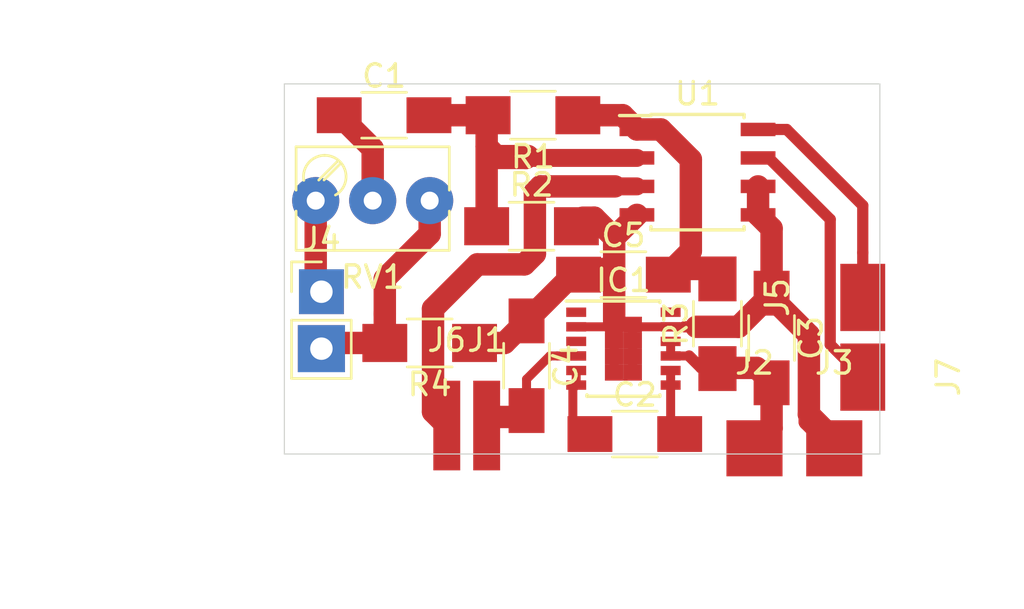
<source format=kicad_pcb>
(kicad_pcb (version 20171130) (host pcbnew "(5.1.2)-1")

  (general
    (thickness 1.6)
    (drawings 4)
    (tracks 105)
    (zones 0)
    (modules 20)
    (nets 12)
  )

  (page A4)
  (layers
    (0 F.Cu signal)
    (31 B.Cu signal)
    (32 B.Adhes user)
    (33 F.Adhes user)
    (34 B.Paste user)
    (35 F.Paste user hide)
    (36 B.SilkS user)
    (37 F.SilkS user)
    (38 B.Mask user)
    (39 F.Mask user hide)
    (40 Dwgs.User user)
    (41 Cmts.User user)
    (42 Eco1.User user)
    (43 Eco2.User user)
    (44 Edge.Cuts user)
    (45 Margin user)
    (46 B.CrtYd user)
    (47 F.CrtYd user)
    (48 B.Fab user)
    (49 F.Fab user)
  )

  (setup
    (last_trace_width 0.8)
    (user_trace_width 0.4)
    (user_trace_width 0.5)
    (user_trace_width 0.8)
    (user_trace_width 1)
    (user_trace_width 2)
    (trace_clearance 0.35)
    (zone_clearance 0.508)
    (zone_45_only no)
    (trace_min 0.2)
    (via_size 0.8)
    (via_drill 0.4)
    (via_min_size 0.4)
    (via_min_drill 0.3)
    (uvia_size 0.3)
    (uvia_drill 0.1)
    (uvias_allowed no)
    (uvia_min_size 0.2)
    (uvia_min_drill 0.1)
    (edge_width 0.05)
    (segment_width 0.2)
    (pcb_text_width 0.3)
    (pcb_text_size 1.5 1.5)
    (mod_edge_width 0.12)
    (mod_text_size 1 1)
    (mod_text_width 0.15)
    (pad_size 2.5 2.5)
    (pad_drill 0)
    (pad_to_mask_clearance 0.051)
    (solder_mask_min_width 0.25)
    (aux_axis_origin 0 0)
    (visible_elements FFFFFF7F)
    (pcbplotparams
      (layerselection 0x010fc_ffffffff)
      (usegerberextensions false)
      (usegerberattributes false)
      (usegerberadvancedattributes false)
      (creategerberjobfile false)
      (excludeedgelayer true)
      (linewidth 0.100000)
      (plotframeref false)
      (viasonmask false)
      (mode 1)
      (useauxorigin false)
      (hpglpennumber 1)
      (hpglpenspeed 20)
      (hpglpendiameter 15.000000)
      (psnegative false)
      (psa4output false)
      (plotreference true)
      (plotvalue true)
      (plotinvisibletext false)
      (padsonsilk false)
      (subtractmaskfromsilk false)
      (outputformat 1)
      (mirror false)
      (drillshape 1)
      (scaleselection 1)
      (outputdirectory ""))
  )

  (net 0 "")
  (net 1 "Net-(C1-Pad1)")
  (net 2 "Net-(C1-Pad2)")
  (net 3 "Net-(C2-Pad1)")
  (net 4 "Net-(C2-Pad2)")
  (net 5 GND)
  (net 6 +5V)
  (net 7 -5V)
  (net 8 "Net-(J4-Pad1)")
  (net 9 "Net-(J5-Pad1)")
  (net 10 "Net-(J6-Pad1)")
  (net 11 "Net-(J7-Pad1)")

  (net_class Default "This is the default net class."
    (clearance 0.35)
    (trace_width 0.25)
    (via_dia 0.8)
    (via_drill 0.4)
    (uvia_dia 0.3)
    (uvia_drill 0.1)
    (add_net +5V)
    (add_net -5V)
    (add_net GND)
    (add_net "Net-(C1-Pad1)")
    (add_net "Net-(C1-Pad2)")
    (add_net "Net-(C2-Pad1)")
    (add_net "Net-(C2-Pad2)")
    (add_net "Net-(J4-Pad1)")
    (add_net "Net-(J5-Pad1)")
    (add_net "Net-(J6-Pad1)")
    (add_net "Net-(J7-Pad1)")
  )

  (module Capacitors_SMD:C_1206_HandSoldering (layer F.Cu) (tedit 58AA84D1) (tstamp 5CE3E273)
    (at 172.212 106.172)
    (descr "Capacitor SMD 1206, hand soldering")
    (tags "capacitor 1206")
    (path /5CE5FE7C)
    (attr smd)
    (fp_text reference C1 (at 0 -1.75) (layer F.SilkS)
      (effects (font (size 1 1) (thickness 0.15)))
    )
    (fp_text value 10uF (at 0 2) (layer F.Fab)
      (effects (font (size 1 1) (thickness 0.15)))
    )
    (fp_text user %R (at 0 -1.75) (layer F.Fab)
      (effects (font (size 1 1) (thickness 0.15)))
    )
    (fp_line (start -1.6 0.8) (end -1.6 -0.8) (layer F.Fab) (width 0.1))
    (fp_line (start 1.6 0.8) (end -1.6 0.8) (layer F.Fab) (width 0.1))
    (fp_line (start 1.6 -0.8) (end 1.6 0.8) (layer F.Fab) (width 0.1))
    (fp_line (start -1.6 -0.8) (end 1.6 -0.8) (layer F.Fab) (width 0.1))
    (fp_line (start 1 -1.02) (end -1 -1.02) (layer F.SilkS) (width 0.12))
    (fp_line (start -1 1.02) (end 1 1.02) (layer F.SilkS) (width 0.12))
    (fp_line (start -3.25 -1.05) (end 3.25 -1.05) (layer F.CrtYd) (width 0.05))
    (fp_line (start -3.25 -1.05) (end -3.25 1.05) (layer F.CrtYd) (width 0.05))
    (fp_line (start 3.25 1.05) (end 3.25 -1.05) (layer F.CrtYd) (width 0.05))
    (fp_line (start 3.25 1.05) (end -3.25 1.05) (layer F.CrtYd) (width 0.05))
    (pad 1 smd rect (at -2 0) (size 2 1.6) (layers F.Cu F.Paste F.Mask)
      (net 1 "Net-(C1-Pad1)"))
    (pad 2 smd rect (at 2 0) (size 2 1.6) (layers F.Cu F.Paste F.Mask)
      (net 2 "Net-(C1-Pad2)"))
    (model Capacitors_SMD.3dshapes/C_1206.wrl
      (at (xyz 0 0 0))
      (scale (xyz 1 1 1))
      (rotate (xyz 0 0 0))
    )
  )

  (module Resistors_SMD:R_1206_HandSoldering (layer F.Cu) (tedit 58E0A804) (tstamp 5CE415E2)
    (at 174.244 116.332 180)
    (descr "Resistor SMD 1206, hand soldering")
    (tags "resistor 1206")
    (path /5CE5F0EA)
    (attr smd)
    (fp_text reference R4 (at 0 -1.85) (layer F.SilkS)
      (effects (font (size 1 1) (thickness 0.15)))
    )
    (fp_text value 0 (at 0 1.9) (layer F.Fab)
      (effects (font (size 1 1) (thickness 0.15)))
    )
    (fp_text user %R (at 0 0) (layer F.Fab)
      (effects (font (size 0.7 0.7) (thickness 0.105)))
    )
    (fp_line (start -1.6 0.8) (end -1.6 -0.8) (layer F.Fab) (width 0.1))
    (fp_line (start 1.6 0.8) (end -1.6 0.8) (layer F.Fab) (width 0.1))
    (fp_line (start 1.6 -0.8) (end 1.6 0.8) (layer F.Fab) (width 0.1))
    (fp_line (start -1.6 -0.8) (end 1.6 -0.8) (layer F.Fab) (width 0.1))
    (fp_line (start 1 1.07) (end -1 1.07) (layer F.SilkS) (width 0.12))
    (fp_line (start -1 -1.07) (end 1 -1.07) (layer F.SilkS) (width 0.12))
    (fp_line (start -3.25 -1.11) (end 3.25 -1.11) (layer F.CrtYd) (width 0.05))
    (fp_line (start -3.25 -1.11) (end -3.25 1.1) (layer F.CrtYd) (width 0.05))
    (fp_line (start 3.25 1.1) (end 3.25 -1.11) (layer F.CrtYd) (width 0.05))
    (fp_line (start 3.25 1.1) (end -3.25 1.1) (layer F.CrtYd) (width 0.05))
    (pad 1 smd rect (at -2 0 180) (size 2 1.7) (layers F.Cu F.Paste F.Mask)
      (net 5 GND))
    (pad 2 smd rect (at 2 0 180) (size 2 1.7) (layers F.Cu F.Paste F.Mask)
      (net 5 GND))
    (model ${KISYS3DMOD}/Resistors_SMD.3dshapes/R_1206.wrl
      (at (xyz 0 0 0))
      (scale (xyz 1 1 1))
      (rotate (xyz 0 0 0))
    )
  )

  (module Wire_Pads:SolderWirePad_single_SMD_5x10mm (layer F.Cu) (tedit 5CE3E2A3) (tstamp 5CE3E88D)
    (at 176.784 120.015)
    (descr "Wire Pad, Square, SMD Pad,  5mm x 10mm,")
    (tags "MesurementPoint Square SMDPad 5mmx10mm ")
    (path /5CE3DB75)
    (attr smd)
    (fp_text reference J1 (at 0 -3.81) (layer F.SilkS)
      (effects (font (size 1 1) (thickness 0.15)))
    )
    (fp_text value -5V (at 0 6.35) (layer F.Fab)
      (effects (font (size 1 1) (thickness 0.15)))
    )
    (fp_line (start 2.75 -5.25) (end -2.75 -5.25) (layer F.CrtYd) (width 0.05))
    (fp_line (start 2.75 5.25) (end 2.75 -5.25) (layer F.CrtYd) (width 0.05))
    (fp_line (start -2.75 5.25) (end 2.75 5.25) (layer F.CrtYd) (width 0.05))
    (fp_line (start -2.75 -5.25) (end -2.75 5.25) (layer F.CrtYd) (width 0.05))
    (pad 1 smd rect (at 0 0) (size 1.2 4) (layers F.Cu F.Paste F.Mask)
      (net 7 -5V))
  )

  (module Resistors_SMD:R_1206_HandSoldering (layer F.Cu) (tedit 58E0A804) (tstamp 5CE3FBB8)
    (at 187.071 115.475 90)
    (descr "Resistor SMD 1206, hand soldering")
    (tags "resistor 1206")
    (path /5CE4F893)
    (attr smd)
    (fp_text reference R3 (at 0 -1.85 90) (layer F.SilkS)
      (effects (font (size 1 1) (thickness 0.15)))
    )
    (fp_text value 0 (at 0 1.9 90) (layer F.Fab)
      (effects (font (size 1 1) (thickness 0.15)))
    )
    (fp_text user %R (at 0 0 90) (layer F.Fab)
      (effects (font (size 0.7 0.7) (thickness 0.105)))
    )
    (fp_line (start -1.6 0.8) (end -1.6 -0.8) (layer F.Fab) (width 0.1))
    (fp_line (start 1.6 0.8) (end -1.6 0.8) (layer F.Fab) (width 0.1))
    (fp_line (start 1.6 -0.8) (end 1.6 0.8) (layer F.Fab) (width 0.1))
    (fp_line (start -1.6 -0.8) (end 1.6 -0.8) (layer F.Fab) (width 0.1))
    (fp_line (start 1 1.07) (end -1 1.07) (layer F.SilkS) (width 0.12))
    (fp_line (start -1 -1.07) (end 1 -1.07) (layer F.SilkS) (width 0.12))
    (fp_line (start -3.25 -1.11) (end 3.25 -1.11) (layer F.CrtYd) (width 0.05))
    (fp_line (start -3.25 -1.11) (end -3.25 1.1) (layer F.CrtYd) (width 0.05))
    (fp_line (start 3.25 1.1) (end 3.25 -1.11) (layer F.CrtYd) (width 0.05))
    (fp_line (start 3.25 1.1) (end -3.25 1.1) (layer F.CrtYd) (width 0.05))
    (pad 1 smd rect (at -2 0 90) (size 2 1.7) (layers F.Cu F.Paste F.Mask)
      (net 6 +5V))
    (pad 2 smd rect (at 2 0 90) (size 2 1.7) (layers F.Cu F.Paste F.Mask)
      (net 6 +5V))
    (model ${KISYS3DMOD}/Resistors_SMD.3dshapes/R_1206.wrl
      (at (xyz 0 0 0))
      (scale (xyz 1 1 1))
      (rotate (xyz 0 0 0))
    )
  )

  (module Capacitors_SMD:C_1206_HandSoldering (layer F.Cu) (tedit 58AA84D1) (tstamp 5CE3F46A)
    (at 182.88 113.284)
    (descr "Capacitor SMD 1206, hand soldering")
    (tags "capacitor 1206")
    (path /5CE4B092)
    (attr smd)
    (fp_text reference C5 (at 0 -1.75) (layer F.SilkS)
      (effects (font (size 1 1) (thickness 0.15)))
    )
    (fp_text value 10uF (at 0 2) (layer F.Fab)
      (effects (font (size 1 1) (thickness 0.15)))
    )
    (fp_text user %R (at 0 -1.75) (layer F.Fab)
      (effects (font (size 1 1) (thickness 0.15)))
    )
    (fp_line (start -1.6 0.8) (end -1.6 -0.8) (layer F.Fab) (width 0.1))
    (fp_line (start 1.6 0.8) (end -1.6 0.8) (layer F.Fab) (width 0.1))
    (fp_line (start 1.6 -0.8) (end 1.6 0.8) (layer F.Fab) (width 0.1))
    (fp_line (start -1.6 -0.8) (end 1.6 -0.8) (layer F.Fab) (width 0.1))
    (fp_line (start 1 -1.02) (end -1 -1.02) (layer F.SilkS) (width 0.12))
    (fp_line (start -1 1.02) (end 1 1.02) (layer F.SilkS) (width 0.12))
    (fp_line (start -3.25 -1.05) (end 3.25 -1.05) (layer F.CrtYd) (width 0.05))
    (fp_line (start -3.25 -1.05) (end -3.25 1.05) (layer F.CrtYd) (width 0.05))
    (fp_line (start 3.25 1.05) (end 3.25 -1.05) (layer F.CrtYd) (width 0.05))
    (fp_line (start 3.25 1.05) (end -3.25 1.05) (layer F.CrtYd) (width 0.05))
    (pad 1 smd rect (at -2 0) (size 2 1.6) (layers F.Cu F.Paste F.Mask)
      (net 5 GND))
    (pad 2 smd rect (at 2 0) (size 2 1.6) (layers F.Cu F.Paste F.Mask)
      (net 6 +5V))
    (model Capacitors_SMD.3dshapes/C_1206.wrl
      (at (xyz 0 0 0))
      (scale (xyz 1 1 1))
      (rotate (xyz 0 0 0))
    )
  )

  (module patch:patch (layer F.Cu) (tedit 0) (tstamp 5CE3E47F)
    (at 177.0888 111.5568)
    (fp_text reference G*** (at 0 0) (layer F.SilkS) hide
      (effects (font (size 1.524 1.524) (thickness 0.3)))
    )
    (fp_text value LOGO (at 0.75 0) (layer F.SilkS) hide
      (effects (font (size 1.524 1.524) (thickness 0.3)))
    )
    (fp_poly (pts (xy 10.341927 -8.603921) (xy 10.399571 -8.563247) (xy 10.434909 -8.509505) (xy 10.467198 -8.436158)
      (xy 10.4733 -8.383111) (xy 10.451962 -8.336451) (xy 10.415628 -8.295705) (xy 10.361409 -8.251512)
      (xy 10.309601 -8.237834) (xy 10.247026 -8.253569) (xy 10.197359 -8.277445) (xy 10.129577 -8.329014)
      (xy 10.101702 -8.389326) (xy 10.114734 -8.455228) (xy 10.132093 -8.483077) (xy 10.206174 -8.56366)
      (xy 10.276791 -8.604) (xy 10.341927 -8.603921)) (layer Eco1.User) (width 0.01))
    (fp_poly (pts (xy 7.134312 -8.599756) (xy 7.189717 -8.562081) (xy 7.243664 -8.513143) (xy 7.282769 -8.464278)
      (xy 7.292331 -8.444197) (xy 7.295213 -8.375762) (xy 7.257131 -8.316873) (xy 7.195971 -8.275812)
      (xy 7.130436 -8.24579) (xy 7.081907 -8.237847) (xy 7.031215 -8.252073) (xy 6.981221 -8.276832)
      (xy 6.911857 -8.329216) (xy 6.88348 -8.391249) (xy 6.889336 -8.444197) (xy 6.916578 -8.489008)
      (xy 6.965079 -8.539326) (xy 7.021455 -8.583815) (xy 7.072322 -8.611142) (xy 7.090834 -8.614833)
      (xy 7.134312 -8.599756)) (layer Eco1.User) (width 0.01))
    (fp_poly (pts (xy 1.913315 -7.683374) (xy 2.053488 -7.682786) (xy 2.161047 -7.681422) (xy 2.240849 -7.67897)
      (xy 2.297754 -7.675115) (xy 2.336621 -7.669545) (xy 2.362308 -7.661945) (xy 2.379675 -7.652003)
      (xy 2.391834 -7.641167) (xy 2.423546 -7.595088) (xy 2.434167 -7.5565) (xy 2.419801 -7.510422)
      (xy 2.391834 -7.471833) (xy 2.377758 -7.459591) (xy 2.359602 -7.449964) (xy 2.332506 -7.44264)
      (xy 2.291613 -7.437306) (xy 2.232063 -7.433647) (xy 2.148997 -7.431351) (xy 2.037556 -7.430103)
      (xy 1.892881 -7.429591) (xy 1.735667 -7.4295) (xy 1.558019 -7.429627) (xy 1.417845 -7.430215)
      (xy 1.310287 -7.431578) (xy 1.230484 -7.434031) (xy 1.173579 -7.437885) (xy 1.134713 -7.443456)
      (xy 1.109026 -7.451055) (xy 1.091659 -7.460997) (xy 1.0795 -7.471833) (xy 1.047788 -7.517912)
      (xy 1.037167 -7.5565) (xy 1.051533 -7.602579) (xy 1.0795 -7.641167) (xy 1.093576 -7.65341)
      (xy 1.111732 -7.663036) (xy 1.138827 -7.67036) (xy 1.17972 -7.675695) (xy 1.239271 -7.679353)
      (xy 1.322337 -7.68165) (xy 1.433778 -7.682897) (xy 1.578452 -7.683409) (xy 1.735667 -7.6835)
      (xy 1.913315 -7.683374)) (layer Eco1.User) (width 0.01))
    (fp_poly (pts (xy 0.499258 -8.089352) (xy 0.542476 -8.047614) (xy 0.56893 -7.997674) (xy 0.5715 -7.979833)
      (xy 0.56639 -7.948838) (xy 0.548059 -7.91984) (xy 0.512004 -7.890327) (xy 0.453721 -7.857788)
      (xy 0.368708 -7.819709) (xy 0.252461 -7.773578) (xy 0.100478 -7.716883) (xy 0.099721 -7.716605)
      (xy -0.021012 -7.671638) (xy -0.126904 -7.630833) (xy -0.211971 -7.59661) (xy -0.270229 -7.571387)
      (xy -0.295694 -7.557585) (xy -0.296333 -7.5565) (xy -0.277403 -7.545009) (xy -0.224604 -7.521662)
      (xy -0.143918 -7.48888) (xy -0.041331 -7.449081) (xy 0.077173 -7.404684) (xy 0.099721 -7.396395)
      (xy 0.251872 -7.339648) (xy 0.368266 -7.293476) (xy 0.453408 -7.255367) (xy 0.511799 -7.222808)
      (xy 0.547942 -7.193288) (xy 0.566342 -7.164293) (xy 0.5715 -7.133312) (xy 0.5715 -7.133167)
      (xy 0.554709 -7.082712) (xy 0.51442 -7.03606) (xy 0.465765 -7.008907) (xy 0.449792 -7.006909)
      (xy 0.421182 -7.014272) (xy 0.358228 -7.03474) (xy 0.266188 -7.066462) (xy 0.150322 -7.107588)
      (xy 0.01589 -7.156265) (xy -0.13185 -7.210645) (xy -0.17966 -7.22842) (xy -0.3302 -7.285385)
      (xy -0.468439 -7.339348) (xy -0.589197 -7.388154) (xy -0.687292 -7.429652) (xy -0.757545 -7.461688)
      (xy -0.794775 -7.482109) (xy -0.798785 -7.485723) (xy -0.824056 -7.55012) (xy -0.807082 -7.614765)
      (xy -0.798775 -7.62729) (xy -0.773938 -7.642182) (xy -0.715257 -7.669136) (xy -0.628715 -7.705861)
      (xy -0.520295 -7.750068) (xy -0.39598 -7.799467) (xy -0.261751 -7.851769) (xy -0.123593 -7.904683)
      (xy 0.012513 -7.955919) (xy 0.140583 -8.003187) (xy 0.254635 -8.044199) (xy 0.348686 -8.076663)
      (xy 0.416753 -8.098289) (xy 0.452854 -8.106789) (xy 0.454116 -8.106833) (xy 0.499258 -8.089352)) (layer Eco1.User) (width 0.01))
    (fp_poly (pts (xy 21.992167 -10.050663) (xy 21.990948 -9.927234) (xy 21.987546 -9.821957) (xy 21.982341 -9.741617)
      (xy 21.975713 -9.692998) (xy 21.971498 -9.682131) (xy 21.966883 -9.656631) (xy 21.962425 -9.590852)
      (xy 21.958172 -9.486849) (xy 21.954173 -9.346675) (xy 21.950477 -9.172387) (xy 21.947133 -8.966037)
      (xy 21.944189 -8.72968) (xy 21.941695 -8.465371) (xy 21.941283 -8.413189) (xy 21.9393 -8.181619)
      (xy 21.936982 -7.958373) (xy 21.934399 -7.747817) (xy 21.931626 -7.554315) (xy 21.928733 -7.382231)
      (xy 21.925793 -7.235932) (xy 21.922878 -7.11978) (xy 21.920061 -7.038142) (xy 21.917947 -7.000875)
      (xy 21.904156 -6.836833) (xy 21.487511 -6.836833) (xy 21.47369 -7.000875) (xy 21.471084 -7.051158)
      (xy 21.468333 -7.139585) (xy 21.465503 -7.261965) (xy 21.462659 -7.414109) (xy 21.459867 -7.591827)
      (xy 21.457192 -7.79093) (xy 21.4547 -8.007228) (xy 21.452455 -8.236532) (xy 21.450524 -8.474652)
      (xy 21.450388 -8.493531) (xy 21.448539 -8.776091) (xy 21.447346 -9.019056) (xy 21.446843 -9.225158)
      (xy 21.447063 -9.397131) (xy 21.448043 -9.537707) (xy 21.449816 -9.64962) (xy 21.452417 -9.735602)
      (xy 21.455881 -9.798387) (xy 21.460242 -9.840708) (xy 21.465535 -9.865298) (xy 21.467828 -9.870617)
      (xy 21.491873 -9.90145) (xy 21.540817 -9.955166) (xy 21.608764 -10.0256) (xy 21.689819 -10.106587)
      (xy 21.743459 -10.158807) (xy 21.992167 -10.398525) (xy 21.992167 -10.050663)) (layer Eco1.User) (width 0.01))
    (fp_poly (pts (xy 21.306282 -8.842375) (xy 21.304637 -8.575125) (xy 21.302732 -8.316871) (xy 21.300613 -8.071224)
      (xy 21.298324 -7.841797) (xy 21.295912 -7.632201) (xy 21.293422 -7.446048) (xy 21.290899 -7.286948)
      (xy 21.288389 -7.158515) (xy 21.285938 -7.064358) (xy 21.283591 -7.008091) (xy 21.28307 -7.000875)
      (xy 21.269156 -6.836833) (xy 20.852511 -6.836833) (xy 20.838597 -7.000875) (xy 20.836281 -7.047897)
      (xy 20.833849 -7.13364) (xy 20.831349 -7.254493) (xy 20.828826 -7.406844) (xy 20.826324 -7.587081)
      (xy 20.82389 -7.791594) (xy 20.821568 -8.01677) (xy 20.819406 -8.258998) (xy 20.817447 -8.514667)
      (xy 20.815739 -8.780164) (xy 20.815385 -8.842375) (xy 20.806087 -10.519833) (xy 21.31558 -10.519833)
      (xy 21.306282 -8.842375)) (layer Eco1.User) (width 0.01))
    (fp_poly (pts (xy 11.461941 -8.099871) (xy 11.510186 -8.085324) (xy 11.564356 -8.056915) (xy 11.569665 -8.053816)
      (xy 11.651939 -7.99016) (xy 11.7219 -7.908997) (xy 11.727976 -7.899751) (xy 11.789834 -7.802212)
      (xy 11.789834 -7.361856) (xy 11.789597 -7.213834) (xy 11.788542 -7.102253) (xy 11.786153 -7.021224)
      (xy 11.781913 -6.964856) (xy 11.775305 -6.927259) (xy 11.765813 -6.902543) (xy 11.75292 -6.884817)
      (xy 11.7475 -6.879167) (xy 11.701422 -6.847454) (xy 11.662834 -6.836833) (xy 11.616755 -6.851199)
      (xy 11.578167 -6.879167) (xy 11.563498 -6.896469) (xy 11.552661 -6.918919) (xy 11.545083 -6.952664)
      (xy 11.540186 -7.003853) (xy 11.537396 -7.078633) (xy 11.536137 -7.183151) (xy 11.535834 -7.323557)
      (xy 11.535834 -7.741227) (xy 11.48003 -7.79703) (xy 11.408305 -7.840748) (xy 11.318819 -7.85387)
      (xy 11.224555 -7.834903) (xy 11.208746 -7.828269) (xy 11.154834 -7.803705) (xy 11.154834 -7.362603)
      (xy 11.154598 -7.214442) (xy 11.153546 -7.102729) (xy 11.151164 -7.02158) (xy 11.146936 -6.96511)
      (xy 11.140346 -6.927434) (xy 11.13088 -6.902669) (xy 11.118022 -6.884929) (xy 11.1125 -6.879167)
      (xy 11.066422 -6.847454) (xy 11.027834 -6.836833) (xy 10.981755 -6.851199) (xy 10.943167 -6.879167)
      (xy 10.930308 -6.894041) (xy 10.92035 -6.913246) (xy 10.912925 -6.941952) (xy 10.907662 -6.985333)
      (xy 10.904192 -7.048559) (xy 10.902146 -7.136803) (xy 10.901154 -7.255235) (xy 10.900847 -7.409027)
      (xy 10.900834 -7.471833) (xy 10.900964 -7.63889) (xy 10.901614 -7.768807) (xy 10.903172 -7.866777)
      (xy 10.906024 -7.937992) (xy 10.910559 -7.987647) (xy 10.917165 -8.020933) (xy 10.926229 -8.043043)
      (xy 10.938138 -8.059171) (xy 10.945238 -8.066572) (xy 10.994364 -8.098588) (xy 11.04578 -8.096958)
      (xy 11.099802 -8.08707) (xy 11.133667 -8.085183) (xy 11.169612 -8.0878) (xy 11.234227 -8.092568)
      (xy 11.313967 -8.098486) (xy 11.319314 -8.098884) (xy 11.403643 -8.103432) (xy 11.461941 -8.099871)) (layer Eco1.User) (width 0.01))
    (fp_poly (pts (xy 10.354245 -8.092468) (xy 10.392834 -8.0645) (xy 10.405692 -8.049626) (xy 10.41565 -8.030421)
      (xy 10.423075 -8.001715) (xy 10.428338 -7.958334) (xy 10.431808 -7.895108) (xy 10.433854 -7.806864)
      (xy 10.434846 -7.688432) (xy 10.435153 -7.53464) (xy 10.435167 -7.471833) (xy 10.435012 -7.304513)
      (xy 10.4343 -7.174355) (xy 10.432663 -7.076186) (xy 10.429731 -7.004835) (xy 10.425135 -6.95513)
      (xy 10.418504 -6.9219) (xy 10.40947 -6.899973) (xy 10.397664 -6.884178) (xy 10.392834 -6.879167)
      (xy 10.346755 -6.847454) (xy 10.308167 -6.836833) (xy 10.262088 -6.851199) (xy 10.2235 -6.879167)
      (xy 10.210641 -6.894041) (xy 10.200684 -6.913246) (xy 10.193258 -6.941952) (xy 10.187995 -6.985333)
      (xy 10.184525 -7.048559) (xy 10.182479 -7.136803) (xy 10.181488 -7.255235) (xy 10.181181 -7.409027)
      (xy 10.181167 -7.471833) (xy 10.181322 -7.639154) (xy 10.182033 -7.769312) (xy 10.18367 -7.867481)
      (xy 10.186602 -7.938832) (xy 10.191199 -7.988537) (xy 10.19783 -8.021767) (xy 10.206863 -8.043694)
      (xy 10.21867 -8.059489) (xy 10.2235 -8.0645) (xy 10.269579 -8.096213) (xy 10.308167 -8.106833)
      (xy 10.354245 -8.092468)) (layer Eco1.User) (width 0.01))
    (fp_poly (pts (xy 8.204541 -8.104149) (xy 8.263304 -8.093685) (xy 8.321307 -8.069646) (xy 8.395571 -8.026846)
      (xy 8.402628 -8.022515) (xy 8.484795 -7.967064) (xy 8.540925 -7.914386) (xy 8.584176 -7.851257)
      (xy 8.597421 -7.826735) (xy 8.622807 -7.774211) (xy 8.639515 -7.726362) (xy 8.649383 -7.672066)
      (xy 8.65425 -7.600201) (xy 8.655953 -7.499645) (xy 8.656089 -7.471833) (xy 8.655515 -7.361844)
      (xy 8.651922 -7.284384) (xy 8.643972 -7.229683) (xy 8.630327 -7.187969) (xy 8.612596 -7.154333)
      (xy 8.509374 -7.017861) (xy 8.376442 -6.906994) (xy 8.361981 -6.897488) (xy 8.248457 -6.848464)
      (xy 8.119983 -6.834056) (xy 7.986002 -6.854282) (xy 7.878932 -6.896579) (xy 7.809678 -6.938489)
      (xy 7.755099 -6.989075) (xy 7.701972 -7.061494) (xy 7.683152 -7.091372) (xy 7.598857 -7.228417)
      (xy 7.599441 -7.471833) (xy 7.599458 -7.474018) (xy 7.851467 -7.474018) (xy 7.856596 -7.37497)
      (xy 7.86995 -7.291813) (xy 7.887959 -7.243547) (xy 7.959126 -7.154269) (xy 8.040961 -7.104314)
      (xy 8.123266 -7.090939) (xy 8.178531 -7.094876) (xy 8.222863 -7.111804) (xy 8.270837 -7.149164)
      (xy 8.308474 -7.185526) (xy 8.403167 -7.280219) (xy 8.403167 -7.472668) (xy 8.400811 -7.563306)
      (xy 8.394518 -7.641321) (xy 8.385446 -7.694441) (xy 8.38109 -7.706367) (xy 8.338794 -7.754508)
      (xy 8.271816 -7.801429) (xy 8.196951 -7.837422) (xy 8.130989 -7.85278) (xy 8.127741 -7.852833)
      (xy 8.033043 -7.83779) (xy 7.949792 -7.79738) (xy 7.891765 -7.738687) (xy 7.885989 -7.728552)
      (xy 7.866108 -7.664606) (xy 7.854619 -7.575163) (xy 7.851467 -7.474018) (xy 7.599458 -7.474018)
      (xy 7.600317 -7.5785) (xy 7.603747 -7.654171) (xy 7.611835 -7.71018) (xy 7.626685 -7.757862)
      (xy 7.650402 -7.808552) (xy 7.66822 -7.84225) (xy 7.713753 -7.918653) (xy 7.760236 -7.971033)
      (xy 7.823338 -8.015062) (xy 7.863417 -8.037447) (xy 7.947288 -8.077867) (xy 8.01966 -8.098745)
      (xy 8.102928 -8.1059) (xy 8.128 -8.106226) (xy 8.204541 -8.104149)) (layer Eco1.User) (width 0.01))
    (fp_poly (pts (xy 7.136912 -8.092468) (xy 7.1755 -8.0645) (xy 7.188359 -8.049626) (xy 7.198317 -8.030421)
      (xy 7.205742 -8.001715) (xy 7.211005 -7.958334) (xy 7.214475 -7.895108) (xy 7.216521 -7.806864)
      (xy 7.217513 -7.688432) (xy 7.21782 -7.53464) (xy 7.217834 -7.471833) (xy 7.217678 -7.304513)
      (xy 7.216967 -7.174355) (xy 7.21533 -7.076186) (xy 7.212398 -7.004835) (xy 7.207801 -6.95513)
      (xy 7.201171 -6.9219) (xy 7.192137 -6.899973) (xy 7.18033 -6.884178) (xy 7.1755 -6.879167)
      (xy 7.129422 -6.847454) (xy 7.090834 -6.836833) (xy 7.044755 -6.851199) (xy 7.006167 -6.879167)
      (xy 6.993308 -6.894041) (xy 6.98335 -6.913246) (xy 6.975925 -6.941952) (xy 6.970662 -6.985333)
      (xy 6.967192 -7.048559) (xy 6.965146 -7.136803) (xy 6.964154 -7.255235) (xy 6.963847 -7.409027)
      (xy 6.963834 -7.471833) (xy 6.963989 -7.639154) (xy 6.9647 -7.769312) (xy 6.966337 -7.867481)
      (xy 6.969269 -7.938832) (xy 6.973866 -7.988537) (xy 6.980496 -8.021767) (xy 6.98953 -8.043694)
      (xy 7.001337 -8.059489) (xy 7.006167 -8.0645) (xy 7.052245 -8.096213) (xy 7.090834 -8.106833)
      (xy 7.136912 -8.092468)) (layer Eco1.User) (width 0.01))
    (fp_poly (pts (xy 6.417245 -8.600468) (xy 6.455834 -8.5725) (xy 6.466666 -8.560206) (xy 6.475476 -8.544365)
      (xy 6.48247 -8.520803) (xy 6.487859 -8.48534) (xy 6.49185 -8.4338) (xy 6.494654 -8.362005)
      (xy 6.496478 -8.265778) (xy 6.497531 -8.140943) (xy 6.498023 -7.983321) (xy 6.498163 -7.788735)
      (xy 6.498167 -7.725833) (xy 6.498064 -7.519475) (xy 6.497626 -7.351298) (xy 6.496658 -7.217149)
      (xy 6.494968 -7.112876) (xy 6.49236 -7.034327) (xy 6.488641 -6.97735) (xy 6.483617 -6.937791)
      (xy 6.477094 -6.9115) (xy 6.468878 -6.894322) (xy 6.458774 -6.882108) (xy 6.45875 -6.882083)
      (xy 6.435972 -6.86486) (xy 6.403044 -6.85324) (xy 6.351836 -6.84606) (xy 6.274218 -6.842156)
      (xy 6.167708 -6.840413) (xy 6.058285 -6.840101) (xy 5.980516 -6.842566) (xy 5.92374 -6.849448)
      (xy 5.877293 -6.862385) (xy 5.830511 -6.883017) (xy 5.804599 -6.896244) (xy 5.73508 -6.938589)
      (xy 5.68019 -6.989769) (xy 5.626671 -7.062997) (xy 5.608819 -7.091372) (xy 5.524524 -7.228417)
      (xy 5.525107 -7.471833) (xy 5.525199 -7.483047) (xy 5.7785 -7.483047) (xy 5.780201 -7.388322)
      (xy 5.787051 -7.322629) (xy 5.801665 -7.272744) (xy 5.826662 -7.225442) (xy 5.830801 -7.218809)
      (xy 5.877001 -7.154392) (xy 5.923665 -7.116274) (xy 5.983486 -7.098592) (xy 6.06916 -7.095481)
      (xy 6.096 -7.096289) (xy 6.233584 -7.101417) (xy 6.233584 -7.84225) (xy 6.102151 -7.84853)
      (xy 5.984951 -7.845007) (xy 5.897626 -7.819166) (xy 5.836803 -7.767201) (xy 5.79911 -7.685304)
      (xy 5.781178 -7.569668) (xy 5.7785 -7.483047) (xy 5.525199 -7.483047) (xy 5.525984 -7.5785)
      (xy 5.529414 -7.654171) (xy 5.537502 -7.71018) (xy 5.552352 -7.757862) (xy 5.576069 -7.808552)
      (xy 5.593887 -7.84225) (xy 5.63942 -7.918653) (xy 5.685902 -7.971033) (xy 5.749004 -8.015062)
      (xy 5.789084 -8.037447) (xy 5.862701 -8.073941) (xy 5.925141 -8.094687) (xy 5.99473 -8.104017)
      (xy 6.080125 -8.106238) (xy 6.244167 -8.106833) (xy 6.244167 -8.3185) (xy 6.245225 -8.41839)
      (xy 6.249439 -8.485335) (xy 6.258369 -8.528692) (xy 6.273574 -8.557819) (xy 6.2865 -8.5725)
      (xy 6.332579 -8.604213) (xy 6.371167 -8.614834) (xy 6.417245 -8.600468)) (layer Eco1.User) (width 0.01))
    (fp_poly (pts (xy 4.420541 -8.097351) (xy 4.45683 -8.076842) (xy 4.470638 -8.063891) (xy 4.48123 -8.044069)
      (xy 4.48922 -8.011709) (xy 4.495225 -7.961144) (xy 4.49986 -7.886706) (xy 4.503742 -7.782728)
      (xy 4.507487 -7.643543) (xy 4.5085 -7.60146) (xy 4.512286 -7.452521) (xy 4.516026 -7.340204)
      (xy 4.520352 -7.258807) (xy 4.525898 -7.202624) (xy 4.533294 -7.165951) (xy 4.543175 -7.143084)
      (xy 4.556172 -7.128317) (xy 4.561417 -7.124125) (xy 4.627996 -7.096908) (xy 4.710866 -7.093985)
      (xy 4.792153 -7.114655) (xy 4.828024 -7.134608) (xy 4.8895 -7.178383) (xy 4.8895 -7.600275)
      (xy 4.889757 -7.744852) (xy 4.890896 -7.85314) (xy 4.893467 -7.93118) (xy 4.898022 -7.985015)
      (xy 4.905112 -8.020688) (xy 4.915287 -8.04424) (xy 4.929099 -8.061714) (xy 4.931834 -8.0645)
      (xy 4.992303 -8.101754) (xy 5.054438 -8.097094) (xy 5.101167 -8.0645) (xy 5.114026 -8.049626)
      (xy 5.123983 -8.030421) (xy 5.131409 -8.001715) (xy 5.136672 -7.958334) (xy 5.140142 -7.895108)
      (xy 5.142188 -7.806864) (xy 5.143179 -7.688432) (xy 5.143486 -7.53464) (xy 5.1435 -7.471833)
      (xy 5.14337 -7.304777) (xy 5.142719 -7.17486) (xy 5.141162 -7.07689) (xy 5.13831 -7.005675)
      (xy 5.133774 -6.95602) (xy 5.127169 -6.922734) (xy 5.118105 -6.900624) (xy 5.106195 -6.884496)
      (xy 5.099095 -6.877095) (xy 5.04997 -6.845079) (xy 4.998554 -6.846709) (xy 4.944535 -6.856558)
      (xy 4.910667 -6.858376) (xy 4.782126 -6.84928) (xy 4.68726 -6.84446) (xy 4.617556 -6.844677)
      (xy 4.564504 -6.850694) (xy 4.51959 -6.863272) (xy 4.474303 -6.883172) (xy 4.440555 -6.900436)
      (xy 4.385877 -6.932075) (xy 4.343018 -6.966684) (xy 4.310558 -7.009618) (xy 4.28708 -7.066233)
      (xy 4.271163 -7.141887) (xy 4.261389 -7.241934) (xy 4.256339 -7.37173) (xy 4.254593 -7.536632)
      (xy 4.2545 -7.602675) (xy 4.25476 -7.7468) (xy 4.255911 -7.854655) (xy 4.258507 -7.932305)
      (xy 4.263106 -7.985811) (xy 4.270263 -8.021237) (xy 4.280533 -8.044646) (xy 4.294472 -8.062101)
      (xy 4.296834 -8.0645) (xy 4.357056 -8.102029) (xy 4.420541 -8.097351)) (layer Eco1.User) (width 0.01))
    (fp_poly (pts (xy 3.39479 -8.105435) (xy 3.459083 -8.099204) (xy 3.508679 -8.08509) (xy 3.557378 -8.060041)
      (xy 3.581751 -8.044976) (xy 3.658431 -7.982832) (xy 3.722995 -7.907086) (xy 3.734062 -7.889658)
      (xy 3.752415 -7.857188) (xy 3.766129 -7.826734) (xy 3.77588 -7.791745) (xy 3.782343 -7.745671)
      (xy 3.786194 -7.681964) (xy 3.788108 -7.594074) (xy 3.788763 -7.475451) (xy 3.788834 -7.358849)
      (xy 3.788518 -7.21038) (xy 3.78726 -7.098434) (xy 3.784596 -7.017201) (xy 3.78006 -6.960873)
      (xy 3.773186 -6.923642) (xy 3.76351 -6.899698) (xy 3.75076 -6.883427) (xy 3.729709 -6.867845)
      (xy 3.698042 -6.856803) (xy 3.648504 -6.849374) (xy 3.573839 -6.844629) (xy 3.46679 -6.841641)
      (xy 3.417385 -6.840793) (xy 3.2992 -6.839346) (xy 3.214651 -6.840017) (xy 3.155053 -6.843934)
      (xy 3.111719 -6.852226) (xy 3.075965 -6.86602) (xy 3.039103 -6.886447) (xy 3.031695 -6.890906)
      (xy 2.953658 -6.958385) (xy 2.886261 -7.053467) (xy 2.837569 -7.161501) (xy 2.823422 -7.230137)
      (xy 3.076149 -7.230137) (xy 3.110322 -7.158621) (xy 3.151999 -7.117965) (xy 3.189304 -7.105354)
      (xy 3.254593 -7.096418) (xy 3.333633 -7.091739) (xy 3.412189 -7.0919) (xy 3.476026 -7.097483)
      (xy 3.501352 -7.103681) (xy 3.519436 -7.119985) (xy 3.529873 -7.157271) (xy 3.534328 -7.223956)
      (xy 3.534834 -7.273015) (xy 3.534834 -7.4295) (xy 3.357803 -7.4295) (xy 3.269047 -7.428397)
      (xy 3.21113 -7.423256) (xy 3.172578 -7.411325) (xy 3.141917 -7.389856) (xy 3.12497 -7.373697)
      (xy 3.080761 -7.304389) (xy 3.076149 -7.230137) (xy 2.823422 -7.230137) (xy 2.815651 -7.267837)
      (xy 2.815167 -7.284162) (xy 2.834836 -7.39073) (xy 2.889421 -7.494588) (xy 2.972287 -7.584926)
      (xy 3.022249 -7.621643) (xy 3.07645 -7.653138) (xy 3.12558 -7.671727) (xy 3.184168 -7.680717)
      (xy 3.266743 -7.683419) (xy 3.29383 -7.6835) (xy 3.407106 -7.685896) (xy 3.482326 -7.693549)
      (xy 3.52352 -7.707157) (xy 3.534834 -7.725212) (xy 3.521196 -7.749311) (xy 3.487541 -7.788333)
      (xy 3.47903 -7.79703) (xy 3.410103 -7.838591) (xy 3.319984 -7.855205) (xy 3.221984 -7.846454)
      (xy 3.129416 -7.811916) (xy 3.123051 -7.808266) (xy 3.044195 -7.777727) (xy 2.976603 -7.782675)
      (xy 2.926835 -7.822282) (xy 2.919811 -7.833888) (xy 2.90458 -7.901084) (xy 2.931643 -7.966743)
      (xy 3.001005 -8.030875) (xy 3.021013 -8.044192) (xy 3.074084 -8.075301) (xy 3.121633 -8.094015)
      (xy 3.177505 -8.103421) (xy 3.255548 -8.106607) (xy 3.302 -8.106833) (xy 3.39479 -8.105435)) (layer Eco1.User) (width 0.01))
    (fp_poly (pts (xy -21.156782 -5.697492) (xy -21.05412 -5.648608) (xy -20.975255 -5.573813) (xy -20.926271 -5.478569)
      (xy -20.912666 -5.387711) (xy -20.921295 -5.329157) (xy -20.942164 -5.286402) (xy -20.943212 -5.285312)
      (xy -20.976476 -5.268507) (xy -21.040721 -5.248472) (xy -21.125072 -5.228329) (xy -21.177225 -5.218131)
      (xy -21.380692 -5.181496) (xy -21.374221 -5.114873) (xy -21.3681 -5.075455) (xy -21.352031 -5.056003)
      (xy -21.314408 -5.049796) (xy -21.261916 -5.049836) (xy -21.184138 -5.054158) (xy -21.112547 -5.063183)
      (xy -21.090756 -5.067664) (xy -21.026638 -5.067436) (xy -20.97956 -5.038716) (xy -20.956081 -4.991998)
      (xy -20.962761 -4.93778) (xy -20.987464 -4.902393) (xy -21.048483 -4.865264) (xy -21.136775 -4.840368)
      (xy -21.238747 -4.828889) (xy -21.340806 -4.832012) (xy -21.42936 -4.85092) (xy -21.45501 -4.861666)
      (xy -21.51142 -4.901095) (xy -21.55086 -4.958198) (xy -21.575555 -5.039394) (xy -21.587732 -5.1511)
      (xy -21.59 -5.250895) (xy -21.581286 -5.405486) (xy -21.379031 -5.405486) (xy -21.368792 -5.3975)
      (xy -21.344433 -5.401581) (xy -21.292082 -5.412066) (xy -21.248334 -5.421287) (xy -21.186012 -5.435906)
      (xy -21.159118 -5.447635) (xy -21.161422 -5.461111) (xy -21.177254 -5.474204) (xy -21.244721 -5.501348)
      (xy -21.311315 -5.488236) (xy -21.339625 -5.468303) (xy -21.369693 -5.432994) (xy -21.379031 -5.405486)
      (xy -21.581286 -5.405486) (xy -21.580977 -5.410965) (xy -21.552893 -5.534763) (xy -21.504228 -5.624543)
      (xy -21.433462 -5.682563) (xy -21.339073 -5.711077) (xy -21.277156 -5.715) (xy -21.156782 -5.697492)) (layer Eco1.User) (width 0.01))
    (fp_poly (pts (xy -21.959001 -5.650325) (xy -21.958869 -5.650216) (xy -21.928183 -5.614077) (xy -21.893296 -5.558606)
      (xy -21.884786 -5.542634) (xy -21.867589 -5.5025) (xy -21.85589 -5.455736) (xy -21.848712 -5.393588)
      (xy -21.845076 -5.307299) (xy -21.844004 -5.188116) (xy -21.844 -5.177605) (xy -21.845531 -5.04651)
      (xy -21.851283 -4.951991) (xy -21.862989 -4.888364) (xy -21.882387 -4.849946) (xy -21.91121 -4.831053)
      (xy -21.951194 -4.826) (xy -21.951345 -4.826) (xy -21.965183 -4.827964) (xy -21.975484 -4.837474)
      (xy -21.982768 -4.859959) (xy -21.987556 -4.900848) (xy -21.990367 -4.965569) (xy -21.991723 -5.059551)
      (xy -21.992144 -5.188223) (xy -21.992166 -5.251925) (xy -21.991902 -5.396339) (xy -21.990835 -5.503358)
      (xy -21.988551 -5.577919) (xy -21.984639 -5.62496) (xy -21.978685 -5.649416) (xy -21.970277 -5.656226)
      (xy -21.959001 -5.650325)) (layer Eco1.User) (width 0.01))
    (fp_poly (pts (xy -9.8425 -8.149167) (xy -11.535833 -8.149167) (xy -11.535833 -8.487833) (xy -12.435643 -8.487833)
      (xy -13.171072 -7.75218) (xy -13.9065 -7.016527) (xy -13.9065 -6.201833) (xy -13.3985 -6.201833)
      (xy -13.3985 -4.5085) (xy -15.4305 -4.5085) (xy -15.4305 -6.201833) (xy -14.9225 -6.201833)
      (xy -14.921945 -6.768042) (xy -14.921466 -6.942297) (xy -14.920205 -7.079581) (xy -14.917857 -7.185256)
      (xy -14.914113 -7.264681) (xy -14.908666 -7.323217) (xy -14.901211 -7.366223) (xy -14.891439 -7.399062)
      (xy -14.884903 -7.41487) (xy -14.862122 -7.446931) (xy -14.812055 -7.505267) (xy -14.737852 -7.586728)
      (xy -14.642661 -7.688161) (xy -14.529631 -7.806415) (xy -14.401911 -7.938341) (xy -14.262649 -8.080786)
      (xy -14.114995 -8.2306) (xy -13.962097 -8.384632) (xy -13.807105 -8.53973) (xy -13.653165 -8.692745)
      (xy -13.503429 -8.840524) (xy -13.361044 -8.979916) (xy -13.342412 -8.997979) (xy -11.238093 -8.997979)
      (xy -11.212782 -8.868222) (xy -11.146906 -8.743588) (xy -11.080892 -8.665795) (xy -10.957486 -8.565774)
      (xy -10.827425 -8.507515) (xy -10.69037 -8.49092) (xy -10.554039 -8.513464) (xy -10.476432 -8.551336)
      (xy -10.391699 -8.616091) (xy -10.311093 -8.696477) (xy -10.245865 -8.781241) (xy -10.207269 -8.85913)
      (xy -10.206797 -8.860706) (xy -10.184121 -9.00465) (xy -10.203036 -9.141359) (xy -10.263635 -9.271148)
      (xy -10.359523 -9.387954) (xy -10.478408 -9.480554) (xy -10.605156 -9.532589) (xy -10.73572 -9.544115)
      (xy -10.866053 -9.515192) (xy -10.992105 -9.445875) (xy -11.071174 -9.377841) (xy -11.167234 -9.256802)
      (xy -11.222891 -9.128843) (xy -11.238093 -8.997979) (xy -13.342412 -8.997979) (xy -13.229158 -9.107772)
      (xy -13.110922 -9.220939) (xy -13.009484 -9.316267) (xy -12.927991 -9.390604) (xy -12.869594 -9.4408)
      (xy -12.837583 -9.463639) (xy -12.809247 -9.475177) (xy -12.77629 -9.484237) (xy -12.733496 -9.49112)
      (xy -12.675652 -9.496124) (xy -12.597543 -9.499547) (xy -12.493954 -9.501689) (xy -12.35967 -9.502848)
      (xy -12.189476 -9.503324) (xy -12.144375 -9.503369) (xy -11.535833 -9.503833) (xy -11.535833 -9.8425)
      (xy -9.8425 -9.8425) (xy -9.8425 -8.149167)) (layer Eco1.User) (width 0.01))
    (fp_poly (pts (xy -17.420166 -4.5085) (xy -18.53132 -4.5085) (xy -20.261743 -2.778174) (xy -21.992166 -1.047847)
      (xy -21.992166 -2.466047) (xy -20.701 -3.757083) (xy -19.409833 -5.04812) (xy -19.409833 -6.201833)
      (xy -17.420166 -6.201833) (xy -17.420166 -4.5085)) (layer Eco1.User) (width 0.01))
    (fp_poly (pts (xy 21.992167 -4.339167) (xy 21.930978 -4.339167) (xy 21.873909 -4.330304) (xy 21.80325 -4.308041)
      (xy 21.77752 -4.297298) (xy 21.749767 -4.285808) (xy 21.719378 -4.276621) (xy 21.681503 -4.269478)
      (xy 21.631291 -4.264119) (xy 21.563891 -4.260285) (xy 21.474455 -4.257714) (xy 21.358132 -4.256149)
      (xy 21.21007 -4.255329) (xy 21.025421 -4.254994) (xy 20.986965 -4.254965) (xy 20.288679 -4.2545)
      (xy 19.912756 -3.879012) (xy 19.536834 -3.503525) (xy 19.536834 -0.81151) (xy 19.632755 -0.742624)
      (xy 19.755474 -0.631828) (xy 19.863717 -0.489893) (xy 19.950845 -0.327283) (xy 20.010219 -0.154459)
      (xy 20.012861 -0.143542) (xy 20.040633 0.05841) (xy 20.029758 0.252654) (xy 19.983707 0.435759)
      (xy 19.905951 0.604295) (xy 19.79996 0.75483) (xy 19.669203 0.883931) (xy 19.517152 0.988169)
      (xy 19.347277 1.06411) (xy 19.163049 1.108325) (xy 18.967937 1.11738) (xy 18.767088 1.088253)
      (xy 18.596032 1.028299) (xy 18.431446 0.936071) (xy 18.282883 0.818773) (xy 18.159893 0.683609)
      (xy 18.092769 0.579701) (xy 18.037922 0.451455) (xy 17.996468 0.303044) (xy 17.973781 0.155872)
      (xy 17.971496 0.103688) (xy 18.479907 0.103688) (xy 18.505218 0.233444) (xy 18.571094 0.358079)
      (xy 18.637108 0.435872) (xy 18.760514 0.535893) (xy 18.890575 0.594152) (xy 19.02763 0.610747)
      (xy 19.163961 0.588202) (xy 19.247633 0.546797) (xy 19.343553 0.469351) (xy 19.368328 0.445327)
      (xy 19.465964 0.32349) (xy 19.521986 0.196538) (xy 19.536429 0.066953) (xy 19.509326 -0.062787)
      (xy 19.440709 -0.1902) (xy 19.358477 -0.286288) (xy 19.239592 -0.378887) (xy 19.112844 -0.430922)
      (xy 18.98228 -0.442449) (xy 18.851947 -0.413525) (xy 18.725895 -0.344209) (xy 18.646826 -0.276175)
      (xy 18.550766 -0.155135) (xy 18.495109 -0.027177) (xy 18.479907 0.103688) (xy 17.971496 0.103688)
      (xy 17.971126 0.09525) (xy 17.983511 -0.044055) (xy 18.01725 -0.195516) (xy 18.067214 -0.338262)
      (xy 18.089225 -0.385555) (xy 18.141936 -0.470057) (xy 18.216576 -0.565234) (xy 18.302 -0.658751)
      (xy 18.387064 -0.738271) (xy 18.450588 -0.785539) (xy 18.520834 -0.828953) (xy 18.521298 -2.324768)
      (xy 18.521437 -2.613488) (xy 18.521714 -2.862944) (xy 18.522203 -3.076207) (xy 18.522984 -3.256346)
      (xy 18.524131 -3.40643) (xy 18.525722 -3.529531) (xy 18.527834 -3.628717) (xy 18.530543 -3.707059)
      (xy 18.533926 -3.767626) (xy 18.538059 -3.813488) (xy 18.54302 -3.847715) (xy 18.548885 -3.873376)
      (xy 18.55573 -3.893542) (xy 18.560784 -3.90525) (xy 18.58646 -3.942869) (xy 18.638847 -4.00545)
      (xy 18.713863 -4.088911) (xy 18.807424 -4.189166) (xy 18.915445 -4.302133) (xy 19.033843 -4.423727)
      (xy 19.158534 -4.549864) (xy 19.285435 -4.676462) (xy 19.41046 -4.799435) (xy 19.529527 -4.9147)
      (xy 19.638552 -5.018173) (xy 19.733451 -5.10577) (xy 19.810139 -5.173408) (xy 19.864533 -5.217002)
      (xy 19.886084 -5.230549) (xy 19.91627 -5.242656) (xy 19.951545 -5.252011) (xy 19.997514 -5.258965)
      (xy 20.05978 -5.263872) (xy 20.143948 -5.267083) (xy 20.255622 -5.268951) (xy 20.400408 -5.26983)
      (xy 20.514019 -5.270035) (xy 21.057288 -5.2705) (xy 21.069197 -5.519208) (xy 21.075273 -5.633768)
      (xy 21.082333 -5.747908) (xy 21.089383 -5.846353) (xy 21.094017 -5.900208) (xy 21.106927 -6.0325)
      (xy 21.187402 -6.0325) (xy 21.257997 -6.041729) (xy 21.336925 -6.0648) (xy 21.360147 -6.074369)
      (xy 21.407984 -6.092736) (xy 21.461915 -6.10503) (xy 21.531552 -6.112374) (xy 21.626509 -6.115893)
      (xy 21.722292 -6.116702) (xy 21.992167 -6.117167) (xy 21.992167 -4.339167)) (layer Eco1.User) (width 0.01))
    (fp_poly (pts (xy -12.3825 -1.3335) (xy -14.4145 -1.3335) (xy -14.4145 -1.672167) (xy -15.949327 -1.672167)
      (xy -16.631811 -0.989441) (xy -17.314294 -0.306715) (xy -17.282931 -0.158649) (xy -17.255646 0.06614)
      (xy -17.269718 0.283822) (xy -17.324441 0.492041) (xy -17.419107 0.688443) (xy -17.553009 0.87067)
      (xy -17.610643 0.93231) (xy -17.782744 1.077236) (xy -17.972704 1.185377) (xy -18.176352 1.255478)
      (xy -18.389518 1.286286) (xy -18.60803 1.276547) (xy -18.70075 1.259986) (xy -18.911051 1.193298)
      (xy -19.104049 1.091325) (xy -19.275391 0.958299) (xy -19.420724 0.798449) (xy -19.535695 0.616008)
      (xy -19.615951 0.415205) (xy -19.631921 0.354947) (xy -19.659977 0.145399) (xy -19.657205 0.09525)
      (xy -19.102507 0.09525) (xy -19.099723 0.191606) (xy -19.089657 0.262424) (xy -19.068912 0.324322)
      (xy -19.045943 0.37176) (xy -18.950798 0.510694) (xy -18.83011 0.618576) (xy -18.68943 0.693079)
      (xy -18.534311 0.731878) (xy -18.370304 0.732646) (xy -18.245554 0.707089) (xy -18.13598 0.656261)
      (xy -18.028593 0.574522) (xy -17.933807 0.472485) (xy -17.862038 0.360764) (xy -17.831955 0.285577)
      (xy -17.805677 0.123337) (xy -17.818779 -0.036505) (xy -17.868504 -0.187508) (xy -17.952092 -0.323235)
      (xy -18.066784 -0.437247) (xy -18.17024 -0.503944) (xy -18.287003 -0.545737) (xy -18.421869 -0.563633)
      (xy -18.558901 -0.557361) (xy -18.682159 -0.526649) (xy -18.712933 -0.513191) (xy -18.859926 -0.42017)
      (xy -18.976277 -0.302526) (xy -19.043418 -0.195247) (xy -19.07552 -0.122534) (xy -19.093617 -0.05669)
      (xy -19.101339 0.020131) (xy -19.102507 0.09525) (xy -19.657205 0.09525) (xy -19.648094 -0.069508)
      (xy -19.597046 -0.283532) (xy -19.533391 -0.439989) (xy -19.457606 -0.564727) (xy -19.353028 -0.693257)
      (xy -19.230586 -0.814718) (xy -19.101204 -0.918253) (xy -18.978017 -0.991951) (xy -18.763216 -1.073324)
      (xy -18.546048 -1.113618) (xy -18.329378 -1.11253) (xy -18.150416 -1.079565) (xy -18.00225 -1.039736)
      (xy -17.216772 -1.826398) (xy -17.006701 -2.035851) (xy -16.825202 -2.214821) (xy -16.672343 -2.363243)
      (xy -16.548191 -2.481055) (xy -16.452812 -2.568192) (xy -16.386274 -2.624592) (xy -16.348939 -2.650058)
      (xy -16.325753 -2.659029) (xy -16.297149 -2.666442) (xy -16.259122 -2.672447) (xy -16.207667 -2.677193)
      (xy -16.138778 -2.680829) (xy -16.04845 -2.683503) (xy -15.932677 -2.685366) (xy -15.787455 -2.686566)
      (xy -15.608777 -2.687253) (xy -15.392639 -2.687575) (xy -15.340541 -2.687612) (xy -14.4145 -2.688167)
      (xy -14.4145 -3.026833) (xy -12.3825 -3.026833) (xy -12.3825 -1.3335)) (layer Eco1.User) (width 0.01))
    (fp_poly (pts (xy -10.405967 1.566972) (xy -10.287068 1.569615) (xy -10.200445 1.575355) (xy -10.141073 1.585284)
      (xy -10.10393 1.600495) (xy -10.083991 1.622079) (xy -10.076232 1.651129) (xy -10.075333 1.672167)
      (xy -10.07827 1.706123) (xy -10.090429 1.73197) (xy -10.116834 1.750802) (xy -10.162509 1.763709)
      (xy -10.232478 1.771783) (xy -10.331765 1.776118) (xy -10.465394 1.777804) (xy -10.562166 1.778)
      (xy -10.709801 1.777536) (xy -10.820765 1.77587) (xy -10.900715 1.772585) (xy -10.955309 1.767267)
      (xy -10.9902 1.759502) (xy -11.011047 1.748874) (xy -11.015738 1.744738) (xy -11.043036 1.700521)
      (xy -11.049 1.672167) (xy -11.046063 1.63821) (xy -11.033904 1.612363) (xy -11.007499 1.593531)
      (xy -10.961824 1.580624) (xy -10.891855 1.57255) (xy -10.792568 1.568215) (xy -10.658939 1.566529)
      (xy -10.562166 1.566333) (xy -10.405967 1.566972)) (layer Eco1.User) (width 0.01))
    (fp_poly (pts (xy 5.437186 1.662351) (xy 5.497424 1.690304) (xy 5.549809 1.725706) (xy 5.578201 1.759406)
      (xy 5.578629 1.760651) (xy 5.581051 1.8259) (xy 5.542982 1.880031) (xy 5.491817 1.911765)
      (xy 5.421129 1.94006) (xy 5.370568 1.942546) (xy 5.325793 1.917989) (xy 5.301288 1.895379)
      (xy 5.2655 1.847342) (xy 5.249403 1.801534) (xy 5.249334 1.799167) (xy 5.264894 1.752744)
      (xy 5.302539 1.702781) (xy 5.348714 1.664053) (xy 5.385237 1.651) (xy 5.437186 1.662351)) (layer Eco1.User) (width 0.01))
    (fp_poly (pts (xy -9.311242 0.933105) (xy -9.218757 0.93955) (xy -9.157256 0.952365) (xy -9.12112 0.973245)
      (xy -9.104724 1.003886) (xy -9.101991 1.033387) (xy -9.10719 1.074854) (xy -9.126397 1.103558)
      (xy -9.166361 1.122364) (xy -9.23383 1.134139) (xy -9.335552 1.141749) (xy -9.360121 1.143)
      (xy -9.577916 1.153583) (xy -9.584486 1.232958) (xy -9.591055 1.312333) (xy -9.451351 1.312333)
      (xy -9.312852 1.32546) (xy -9.20606 1.365894) (xy -9.129438 1.43521) (xy -9.081447 1.534987)
      (xy -9.06055 1.666801) (xy -9.059333 1.7145) (xy -9.070437 1.848526) (xy -9.10677 1.956441)
      (xy -9.172863 2.049059) (xy -9.217573 2.092212) (xy -9.258388 2.125589) (xy -9.295382 2.145485)
      (xy -9.3414 2.155366) (xy -9.409288 2.1587) (xy -9.465021 2.159) (xy -9.636403 2.159)
      (xy -9.728868 2.066535) (xy -9.792268 1.992195) (xy -9.818357 1.931247) (xy -9.808312 1.879455)
      (xy -9.788071 1.853595) (xy -9.737142 1.823908) (xy -9.678503 1.832081) (xy -9.608173 1.878762)
      (xy -9.602317 1.883833) (xy -9.51931 1.936118) (xy -9.438218 1.947435) (xy -9.362354 1.917734)
      (xy -9.327877 1.887967) (xy -9.293251 1.844261) (xy -9.276178 1.796077) (xy -9.271078 1.726087)
      (xy -9.271 1.711331) (xy -9.278394 1.620979) (xy -9.305053 1.564107) (xy -9.357691 1.534053)
      (xy -9.443021 1.524158) (xy -9.459828 1.524) (xy -9.550522 1.53211) (xy -9.61447 1.558626)
      (xy -9.625057 1.566333) (xy -9.693145 1.603416) (xy -9.752727 1.599681) (xy -9.790425 1.573051)
      (xy -9.803557 1.557341) (xy -9.812379 1.536766) (xy -9.816834 1.505356) (xy -9.816864 1.457139)
      (xy -9.812412 1.386144) (xy -9.80342 1.2864) (xy -9.78983 1.151937) (xy -9.786016 1.115163)
      (xy -9.777188 1.045369) (xy -9.763178 0.99593) (xy -9.737393 0.96334) (xy -9.693238 0.944094)
      (xy -9.62412 0.934683) (xy -9.523445 0.931602) (xy -9.440333 0.931333) (xy -9.311242 0.933105)) (layer Eco1.User) (width 0.01))
    (fp_poly (pts (xy 21.918173 -3.328458) (xy 21.920124 -3.285498) (xy 21.922149 -3.203151) (xy 21.924222 -3.084361)
      (xy 21.926317 -2.932076) (xy 21.928407 -2.749241) (xy 21.930466 -2.538802) (xy 21.932466 -2.303705)
      (xy 21.934382 -2.046895) (xy 21.936186 -1.771318) (xy 21.937853 -1.479921) (xy 21.939356 -1.175648)
      (xy 21.940667 -0.861446) (xy 21.940841 -0.814917) (xy 21.942619 -0.38625) (xy 21.944642 0.000157)
      (xy 21.94691 0.344297) (xy 21.949422 0.646163) (xy 21.952178 0.905746) (xy 21.955178 1.123038)
      (xy 21.958423 1.298033) (xy 21.961912 1.430722) (xy 21.965644 1.521097) (xy 21.969621 1.569151)
      (xy 21.971464 1.576917) (xy 21.979697 1.61532) (xy 21.985354 1.690426) (xy 21.988201 1.796669)
      (xy 21.988006 1.928484) (xy 21.98751 1.961649) (xy 21.981584 2.304048) (xy 21.722521 2.050914)
      (xy 21.636105 1.964448) (xy 21.560535 1.884994) (xy 21.501124 1.818448) (xy 21.463188 1.770704)
      (xy 21.452041 1.750848) (xy 21.450349 1.722606) (xy 21.448967 1.655249) (xy 21.447882 1.551996)
      (xy 21.44708 1.416063) (xy 21.446548 1.250669) (xy 21.446272 1.059031) (xy 21.446238 0.844367)
      (xy 21.446434 0.609894) (xy 21.446844 0.35883) (xy 21.447457 0.094393) (xy 21.448257 -0.1802)
      (xy 21.449232 -0.461731) (xy 21.450368 -0.746982) (xy 21.451651 -1.032737) (xy 21.453069 -1.315776)
      (xy 21.454606 -1.592883) (xy 21.45625 -1.86084) (xy 21.457987 -2.116429) (xy 21.459804 -2.356432)
      (xy 21.461686 -2.577633) (xy 21.463621 -2.776813) (xy 21.465595 -2.950754) (xy 21.467593 -3.09624)
      (xy 21.469604 -3.210052) (xy 21.471612 -3.288973) (xy 21.473484 -3.328458) (xy 21.487511 -3.4925)
      (xy 21.904156 -3.4925) (xy 21.918173 -3.328458)) (layer Eco1.User) (width 0.01))
    (fp_poly (pts (xy 5.433704 1.993409) (xy 5.46066 2.008184) (xy 5.479701 2.039316) (xy 5.492157 2.092127)
      (xy 5.499359 2.17194) (xy 5.502637 2.284078) (xy 5.503334 2.413) (xy 5.502398 2.557813)
      (xy 5.498704 2.665641) (xy 5.490921 2.741805) (xy 5.477718 2.791629) (xy 5.457765 2.820436)
      (xy 5.429731 2.833549) (xy 5.3975 2.836333) (xy 5.350923 2.822018) (xy 5.324929 2.803071)
      (xy 5.312353 2.783971) (xy 5.303294 2.751579) (xy 5.297226 2.699728) (xy 5.293623 2.622255)
      (xy 5.291959 2.512993) (xy 5.291667 2.413) (xy 5.292602 2.268186) (xy 5.296296 2.160359)
      (xy 5.304079 2.084195) (xy 5.317282 2.034371) (xy 5.337235 2.005564) (xy 5.36527 1.992451)
      (xy 5.3975 1.989667) (xy 5.433704 1.993409)) (layer Eco1.User) (width 0.01))
    (fp_poly (pts (xy 4.978411 1.665315) (xy 5.004405 1.684262) (xy 5.014899 1.699902) (xy 5.02298 1.726571)
      (xy 5.028948 1.76929) (xy 5.0331 1.833079) (xy 5.035736 1.92296) (xy 5.037153 2.043951)
      (xy 5.037651 2.201076) (xy 5.037667 2.243667) (xy 5.037341 2.409985) (xy 5.036166 2.538994)
      (xy 5.033843 2.635715) (xy 5.030073 2.705169) (xy 5.024557 2.752375) (xy 5.016998 2.782355)
      (xy 5.007096 2.80013) (xy 5.004405 2.803071) (xy 4.960986 2.823359) (xy 4.88809 2.834966)
      (xy 4.797622 2.838152) (xy 4.701484 2.833172) (xy 4.61158 2.820287) (xy 4.539811 2.799752)
      (xy 4.524608 2.792678) (xy 4.449219 2.736661) (xy 4.398275 2.65833) (xy 4.369429 2.552259)
      (xy 4.360334 2.413024) (xy 4.360334 2.413) (xy 4.360643 2.409322) (xy 4.572 2.409322)
      (xy 4.577811 2.508695) (xy 4.598439 2.573306) (xy 4.638675 2.609526) (xy 4.703311 2.623721)
      (xy 4.734031 2.624667) (xy 4.826 2.624667) (xy 4.826 2.201333) (xy 4.737709 2.201333)
      (xy 4.660207 2.209182) (xy 4.610224 2.236989) (xy 4.582668 2.291144) (xy 4.572449 2.378038)
      (xy 4.572 2.409322) (xy 4.360643 2.409322) (xy 4.372874 2.263745) (xy 4.41104 2.147827)
      (xy 4.475651 2.064283) (xy 4.567525 2.012146) (xy 4.687481 1.990452) (xy 4.719324 1.989667)
      (xy 4.826 1.989667) (xy 4.826 1.853595) (xy 4.833359 1.752594) (xy 4.856688 1.687915)
      (xy 4.897866 1.655961) (xy 4.931834 1.651) (xy 4.978411 1.665315)) (layer Eco1.User) (width 0.01))
    (fp_poly (pts (xy 4.079203 1.993461) (xy 4.106233 2.008405) (xy 4.125266 2.039841) (xy 4.137645 2.093111)
      (xy 4.144715 2.173556) (xy 4.147818 2.286519) (xy 4.148343 2.40922) (xy 4.147123 2.528938)
      (xy 4.143954 2.635027) (xy 4.139232 2.719729) (xy 4.133354 2.775287) (xy 4.128766 2.792677)
      (xy 4.096925 2.810165) (xy 4.034156 2.82244) (xy 3.951567 2.829313) (xy 3.860263 2.830594)
      (xy 3.771352 2.826094) (xy 3.69594 2.815622) (xy 3.648657 2.800869) (xy 3.59906 2.76877)
      (xy 3.562793 2.725306) (xy 3.53799 2.664107) (xy 3.522789 2.578804) (xy 3.515324 2.463028)
      (xy 3.513667 2.33971) (xy 3.515287 2.208406) (xy 3.521233 2.113763) (xy 3.533137 2.050197)
      (xy 3.552626 2.012121) (xy 3.581333 1.99395) (xy 3.61572 1.989991) (xy 3.652822 1.993543)
      (xy 3.679624 2.007486) (xy 3.698139 2.037921) (xy 3.710381 2.09095) (xy 3.718362 2.172678)
      (xy 3.724097 2.289205) (xy 3.725334 2.322211) (xy 3.729795 2.438332) (xy 3.734212 2.518878)
      (xy 3.739945 2.570588) (xy 3.748355 2.600197) (xy 3.760801 2.614441) (xy 3.778644 2.620057)
      (xy 3.785695 2.621129) (xy 3.847702 2.621491) (xy 3.886236 2.615434) (xy 3.906991 2.608891)
      (xy 3.921142 2.596801) (xy 3.929954 2.572039) (xy 3.934691 2.527484) (xy 3.936618 2.45601)
      (xy 3.936998 2.350495) (xy 3.937 2.329442) (xy 3.938698 2.200568) (xy 3.944978 2.108221)
      (xy 3.95762 2.046686) (xy 3.978405 2.010249) (xy 4.009111 1.993195) (xy 4.042834 1.989667)
      (xy 4.079203 1.993461)) (layer Eco1.User) (width 0.01))
    (fp_poly (pts (xy 2.96412 1.996005) (xy 3.048002 2.012824) (xy 3.076378 2.024071) (xy 3.127776 2.055217)
      (xy 3.1654 2.096724) (xy 3.19121 2.155013) (xy 3.207163 2.236505) (xy 3.215216 2.347619)
      (xy 3.217334 2.486289) (xy 3.216787 2.615349) (xy 3.212292 2.708041) (xy 3.199563 2.770332)
      (xy 3.174316 2.808187) (xy 3.132266 2.827571) (xy 3.069129 2.834449) (xy 2.980619 2.834787)
      (xy 2.967113 2.834662) (xy 2.868972 2.830186) (xy 2.776737 2.819815) (xy 2.706949 2.805529)
      (xy 2.69712 2.802369) (xy 2.617419 2.752984) (xy 2.563309 2.674889) (xy 2.540399 2.576691)
      (xy 2.54 2.561167) (xy 2.540109 2.560603) (xy 2.751667 2.560603) (xy 2.758768 2.592359)
      (xy 2.785512 2.611182) (xy 2.840058 2.620388) (xy 2.905125 2.622995) (xy 3.005667 2.624667)
      (xy 3.005667 2.54) (xy 3.003544 2.485804) (xy 2.989482 2.461721) (xy 2.951943 2.455534)
      (xy 2.92571 2.455333) (xy 2.848339 2.467019) (xy 2.787861 2.497822) (xy 2.75483 2.541356)
      (xy 2.751667 2.560603) (xy 2.540109 2.560603) (xy 2.559736 2.459674) (xy 2.614195 2.370895)
      (xy 2.696249 2.301148) (xy 2.798774 2.256752) (xy 2.898011 2.243667) (xy 2.963155 2.240089)
      (xy 2.994263 2.230118) (xy 2.995084 2.2225) (xy 2.964904 2.207693) (xy 2.908319 2.202091)
      (xy 2.840226 2.205619) (xy 2.775525 2.218204) (xy 2.759163 2.223674) (xy 2.684149 2.237038)
      (xy 2.625756 2.219341) (xy 2.591323 2.17615) (xy 2.588192 2.113032) (xy 2.592382 2.097186)
      (xy 2.625236 2.057554) (xy 2.689378 2.026028) (xy 2.774267 2.004199) (xy 2.869362 1.993661)
      (xy 2.96412 1.996005)) (layer Eco1.User) (width 0.01))
    (fp_poly (pts (xy 10.308167 3.958167) (xy 9.884834 3.958167) (xy 9.884834 2.4765) (xy 10.308167 2.4765)
      (xy 10.308167 3.958167)) (layer Eco1.User) (width 0.01))
    (fp_poly (pts (xy 13.459126 -1.460035) (xy 13.656274 -1.459771) (xy 13.815784 -1.459096) (xy 13.942347 -1.457772)
      (xy 14.040658 -1.455562) (xy 14.11541 -1.452229) (xy 14.171296 -1.447536) (xy 14.213011 -1.441245)
      (xy 14.245247 -1.433118) (xy 14.272698 -1.422919) (xy 14.28304 -1.418364) (xy 14.321122 -1.39405)
      (xy 14.382596 -1.344751) (xy 14.468453 -1.269559) (xy 14.579683 -1.167564) (xy 14.717279 -1.037856)
      (xy 14.88223 -0.879525) (xy 15.07553 -0.691663) (xy 15.084105 -0.683288) (xy 15.229437 -0.541685)
      (xy 15.36686 -0.408501) (xy 15.493149 -0.286813) (xy 15.605076 -0.179696) (xy 15.699415 -0.090228)
      (xy 15.77294 -0.021486) (xy 15.822423 0.023456) (xy 15.843812 0.041057) (xy 15.879118 0.075474)
      (xy 15.921923 0.134826) (xy 15.958206 0.197489) (xy 15.988335 0.25934) (xy 16.007393 0.312082)
      (xy 16.017881 0.368817) (xy 16.022303 0.442648) (xy 16.023167 0.537504) (xy 16.023167 0.751561)
      (xy 17.182113 1.910364) (xy 18.34106 3.069167) (xy 19.325167 3.069167) (xy 19.325167 4.7625)
      (xy 17.631834 4.7625) (xy 17.631834 3.913688) (xy 17.929574 3.913688) (xy 17.954884 4.043444)
      (xy 18.020761 4.168079) (xy 18.086775 4.245872) (xy 18.21018 4.345893) (xy 18.340242 4.404152)
      (xy 18.477296 4.420747) (xy 18.613628 4.398202) (xy 18.6973 4.356797) (xy 18.793219 4.279351)
      (xy 18.817994 4.255327) (xy 18.91563 4.13349) (xy 18.971653 4.006538) (xy 18.986096 3.876953)
      (xy 18.958992 3.747213) (xy 18.890376 3.6198) (xy 18.808144 3.523712) (xy 18.689259 3.431113)
      (xy 18.562511 3.379078) (xy 18.431946 3.367551) (xy 18.301614 3.396475) (xy 18.175562 3.465791)
      (xy 18.096492 3.533825) (xy 18.000433 3.654865) (xy 17.944775 3.782823) (xy 17.929574 3.913688)
      (xy 17.631834 3.913688) (xy 17.631834 3.776521) (xy 16.359049 2.507385) (xy 16.099642 2.248247)
      (xy 15.870139 2.017966) (xy 15.670001 1.815987) (xy 15.49869 1.641752) (xy 15.355664 1.494704)
      (xy 15.240385 1.374287) (xy 15.152314 1.279944) (xy 15.090909 1.211118) (xy 15.055632 1.167251)
      (xy 15.047181 1.153583) (xy 15.026115 1.093695) (xy 15.01384 1.019001) (xy 15.008822 0.918165)
      (xy 15.008503 0.867833) (xy 15.00891 0.66675) (xy 14.44183 0.111855) (xy 13.87475 -0.443041)
      (xy 13.470673 -0.44377) (xy 13.066595 -0.4445) (xy 12.354043 0.28379) (xy 12.186951 0.454287)
      (xy 12.04646 0.596873) (xy 11.929813 0.714134) (xy 11.834255 0.808661) (xy 11.757028 0.883041)
      (xy 11.695377 0.939862) (xy 11.646545 0.981712) (xy 11.607775 1.01118) (xy 11.576312 1.030855)
      (xy 11.549398 1.043324) (xy 11.542559 1.04579) (xy 11.396089 1.07679) (xy 11.258969 1.066532)
      (xy 11.130476 1.014873) (xy 11.037164 0.946975) (xy 10.943167 0.864235) (xy 10.943167 1.291167)
      (xy 10.565735 1.291167) (xy 10.558659 0.932718) (xy 10.556603 0.780041) (xy 10.555747 0.603375)
      (xy 10.556094 0.421045) (xy 10.557645 0.251378) (xy 10.558589 0.191884) (xy 10.565595 -0.1905)
      (xy 10.943167 -0.1905) (xy 10.943167 0.272831) (xy 11.340518 -0.13346) (xy 11.476273 -0.272446)
      (xy 11.629785 -0.429906) (xy 11.790084 -0.594569) (xy 11.946201 -0.755164) (xy 12.087165 -0.900419)
      (xy 12.127374 -0.941917) (xy 12.269846 -1.086829) (xy 12.392901 -1.207453) (xy 12.494427 -1.301821)
      (xy 12.572313 -1.367965) (xy 12.62144 -1.402292) (xy 12.726001 -1.4605) (xy 13.459126 -1.460035)) (layer Eco1.User) (width 0.01))
    (fp_poly (pts (xy 9.630834 0.098875) (xy 9.631572 0.218792) (xy 9.634342 0.303807) (xy 9.639976 0.361336)
      (xy 9.649304 0.398792) (xy 9.663158 0.423591) (xy 9.667875 0.42918) (xy 9.696866 0.49069)
      (xy 9.704917 0.5715) (xy 9.694148 0.66275) (xy 9.667875 0.713819) (xy 9.652069 0.737489)
      (xy 9.641392 0.772389) (xy 9.634913 0.826275) (xy 9.631703 0.906904) (xy 9.630834 1.022033)
      (xy 9.630834 1.291167) (xy 9.249834 1.291167) (xy 9.249834 1.058333) (xy 9.249208 0.95604)
      (xy 9.246571 0.888997) (xy 9.240779 0.850128) (xy 9.230693 0.832359) (xy 9.21517 0.828615)
      (xy 9.212792 0.828781) (xy 9.193332 0.843955) (xy 9.146017 0.887357) (xy 9.072748 0.957105)
      (xy 8.975431 1.051319) (xy 8.855968 1.168118) (xy 8.716264 1.305622) (xy 8.55822 1.461951)
      (xy 8.383742 1.635222) (xy 8.194731 1.823557) (xy 7.993093 2.025074) (xy 7.78073 2.237893)
      (xy 7.559546 2.460132) (xy 7.450667 2.569739) (xy 7.144668 2.877612) (xy 6.867758 3.155456)
      (xy 6.619563 3.403641) (xy 6.399707 3.622534) (xy 6.207815 3.812505) (xy 6.043512 3.97392)
      (xy 5.906423 4.10715) (xy 5.796174 4.212562) (xy 5.712388 4.290525) (xy 5.654692 4.341407)
      (xy 5.62271 4.365577) (xy 5.622625 4.365625) (xy 5.519666 4.423833) (xy 1.263807 4.423833)
      (xy 1.160506 4.520459) (xy 1.007534 4.636427) (xy 0.838359 4.713286) (xy 0.652902 4.751068)
      (xy 0.607686 4.754246) (xy 0.494598 4.7547) (xy 0.394228 4.746216) (xy 0.338667 4.735075)
      (xy 0.158433 4.664) (xy 0.005039 4.564695) (xy -0.120196 4.441952) (xy -0.215951 4.300563)
      (xy -0.280907 4.145319) (xy -0.313743 3.981011) (xy -0.313503 3.913688) (xy 0.022574 3.913688)
      (xy 0.047884 4.043444) (xy 0.113761 4.168079) (xy 0.179775 4.245872) (xy 0.30318 4.345893)
      (xy 0.433242 4.404152) (xy 0.570296 4.420747) (xy 0.706628 4.398202) (xy 0.7903 4.356797)
      (xy 0.886219 4.279351) (xy 0.910994 4.255327) (xy 1.00863 4.13349) (xy 1.064653 4.006538)
      (xy 1.079096 3.876953) (xy 1.051992 3.747213) (xy 0.983376 3.6198) (xy 0.901144 3.523712)
      (xy 0.782259 3.431113) (xy 0.655511 3.379078) (xy 0.524946 3.367551) (xy 0.394614 3.396475)
      (xy 0.268562 3.465791) (xy 0.189492 3.533825) (xy 0.093433 3.654865) (xy 0.037775 3.782823)
      (xy 0.022574 3.913688) (xy -0.313503 3.913688) (xy -0.31314 3.812433) (xy -0.277776 3.644374)
      (xy -0.206333 3.481627) (xy -0.097491 3.328984) (xy -0.059874 3.288444) (xy 0.083843 3.170187)
      (xy 0.243952 3.087622) (xy 0.414545 3.040736) (xy 0.589715 3.029516) (xy 0.763553 3.053952)
      (xy 0.930152 3.114031) (xy 1.083604 3.209741) (xy 1.1734 3.29095) (xy 1.285706 3.407833)
      (xy 5.196929 3.407833) (xy 5.521452 3.082803) (xy 5.845975 2.757772) (xy 5.801654 2.670896)
      (xy 5.776388 2.608465) (xy 5.76249 2.536147) (xy 5.757486 2.439541) (xy 5.757334 2.413)
      (xy 5.757559 2.409416) (xy 5.965867 2.409416) (xy 5.968062 2.481415) (xy 5.978258 2.541161)
      (xy 5.996413 2.577006) (xy 6.008956 2.582333) (xy 6.028404 2.568468) (xy 6.069752 2.531607)
      (xy 6.125133 2.478857) (xy 6.143011 2.461287) (xy 6.200257 2.400367) (xy 6.243166 2.346567)
      (xy 6.264315 2.309449) (xy 6.265334 2.303738) (xy 6.246799 2.257401) (xy 6.199682 2.22363)
      (xy 6.136714 2.205754) (xy 6.070627 2.207101) (xy 6.014152 2.231002) (xy 6.007709 2.236364)
      (xy 5.985648 2.275244) (xy 5.971715 2.33681) (xy 5.965867 2.409416) (xy 5.757559 2.409416)
      (xy 5.765998 2.275234) (xy 5.793726 2.170595) (xy 5.843125 2.093208) (xy 5.916797 2.037197)
      (xy 5.926108 2.032285) (xy 6.024588 2.000208) (xy 6.133861 1.993486) (xy 6.241574 2.010224)
      (xy 6.335374 2.048524) (xy 6.402044 2.105346) (xy 6.443504 2.159766) (xy 7.470961 1.136318)
      (xy 7.675803 0.932482) (xy 7.85302 0.75666) (xy 8.004791 0.606801) (xy 8.133296 0.480856)
      (xy 8.240714 0.376776) (xy 8.329225 0.292511) (xy 8.401009 0.226011) (xy 8.458244 0.175227)
      (xy 8.503111 0.138109) (xy 8.537789 0.112607) (xy 8.564457 0.096672) (xy 8.585295 0.088254)
      (xy 8.585539 0.088185) (xy 8.734441 0.065304) (xy 8.873742 0.082456) (xy 8.999857 0.138694)
      (xy 9.100846 0.223811) (xy 9.156802 0.281617) (xy 9.196748 0.312422) (xy 9.223349 0.31336)
      (xy 9.239269 0.281565) (xy 9.247169 0.214171) (xy 9.249715 0.108313) (xy 9.249834 0.0635)
      (xy 9.249834 -0.1905) (xy 9.630834 -0.1905) (xy 9.630834 0.098875)) (layer Eco1.User) (width 0.01))
    (fp_poly (pts (xy 5.163075 5.866113) (xy 5.175691 5.877215) (xy 5.190183 5.894312) (xy 5.198689 5.914976)
      (xy 5.200152 5.944655) (xy 5.193514 5.988801) (xy 5.177715 6.052864) (xy 5.151697 6.142293)
      (xy 5.114401 6.262538) (xy 5.079378 6.373122) (xy 5.036707 6.504123) (xy 5.003016 6.599258)
      (xy 4.97618 6.663512) (xy 4.954076 6.701871) (xy 4.93458 6.719318) (xy 4.931327 6.720577)
      (xy 4.876066 6.728281) (xy 4.832644 6.708232) (xy 4.795747 6.655632) (xy 4.760161 6.565976)
      (xy 4.712691 6.424083) (xy 4.650584 6.561667) (xy 4.616527 6.632075) (xy 4.585869 6.686758)
      (xy 4.565005 6.714354) (xy 4.564363 6.714801) (xy 4.506119 6.72988) (xy 4.44906 6.709505)
      (xy 4.438765 6.700574) (xy 4.422307 6.668587) (xy 4.39964 6.603563) (xy 4.372848 6.51393)
      (xy 4.344014 6.408117) (xy 4.315221 6.294554) (xy 4.288554 6.181668) (xy 4.266095 6.077888)
      (xy 4.249928 5.991644) (xy 4.242136 5.931363) (xy 4.242968 5.908488) (xy 4.276714 5.864426)
      (xy 4.333567 5.846248) (xy 4.381306 5.852521) (xy 4.399548 5.861343) (xy 4.415555 5.879177)
      (xy 4.431798 5.912299) (xy 4.450747 5.966979) (xy 4.474874 6.049492) (xy 4.506648 6.166112)
      (xy 4.510549 6.180667) (xy 4.536055 6.275917) (xy 4.588853 6.154658) (xy 4.638391 6.065988)
      (xy 4.690096 6.018171) (xy 4.741087 6.011261) (xy 4.788485 6.045314) (xy 4.829411 6.120386)
      (xy 4.839666 6.149863) (xy 4.860712 6.209971) (xy 4.877999 6.247563) (xy 4.886046 6.254676)
      (xy 4.896608 6.231274) (xy 4.916373 6.177122) (xy 4.941899 6.101867) (xy 4.955174 6.061114)
      (xy 4.984252 5.977848) (xy 5.012204 5.910071) (xy 5.034619 5.868018) (xy 5.041787 5.860172)
      (xy 5.103399 5.84331) (xy 5.163075 5.866113)) (layer Eco1.User) (width 0.01))
    (fp_poly (pts (xy 3.751196 5.847187) (xy 3.852069 5.85926) (xy 3.928845 5.879984) (xy 3.984736 5.914625)
      (xy 4.022956 5.968449) (xy 4.04672 6.046724) (xy 4.05924 6.154715) (xy 4.06373 6.29769)
      (xy 4.064 6.359789) (xy 4.063001 6.488193) (xy 4.059648 6.580251) (xy 4.053405 6.641911)
      (xy 4.043735 6.679122) (xy 4.033846 6.69463) (xy 4.001528 6.710698) (xy 3.939243 6.721303)
      (xy 3.841878 6.727164) (xy 3.793815 6.72831) (xy 3.694247 6.728936) (xy 3.626799 6.725768)
      (xy 3.581315 6.717237) (xy 3.54764 6.701774) (xy 3.527045 6.687084) (xy 3.467192 6.622105)
      (xy 3.418452 6.537267) (xy 3.3902 6.450742) (xy 3.386667 6.415061) (xy 3.389483 6.3992)
      (xy 3.601976 6.3992) (xy 3.61036 6.451549) (xy 3.65001 6.49206) (xy 3.710375 6.515514)
      (xy 3.780908 6.516693) (xy 3.818852 6.506485) (xy 3.84497 6.474592) (xy 3.852334 6.420762)
      (xy 3.852334 6.347887) (xy 3.730831 6.354235) (xy 3.659005 6.36063) (xy 3.619766 6.372522)
      (xy 3.603424 6.393295) (xy 3.601976 6.3992) (xy 3.389483 6.3992) (xy 3.405194 6.310721)
      (xy 3.45802 6.227792) (xy 3.541015 6.169932) (xy 3.650048 6.140799) (xy 3.699593 6.138009)
      (xy 3.777748 6.1326) (xy 3.829107 6.11861) (xy 3.848474 6.098523) (xy 3.831167 6.075157)
      (xy 3.780643 6.059071) (xy 3.709703 6.054824) (xy 3.638537 6.06229) (xy 3.59497 6.076633)
      (xy 3.536069 6.09055) (xy 3.479786 6.076929) (xy 3.442734 6.040493) (xy 3.439568 6.032451)
      (xy 3.436664 5.965723) (xy 3.470367 5.910969) (xy 3.535957 5.870995) (xy 3.628712 5.848609)
      (xy 3.743911 5.846616) (xy 3.751196 5.847187)) (layer Eco1.User) (width 0.01))
    (fp_poly (pts (xy 2.957233 5.851886) (xy 3.033805 5.877651) (xy 3.093707 5.913454) (xy 3.123295 5.951651)
      (xy 3.126008 6.015697) (xy 3.09703 6.064515) (xy 3.046382 6.090108) (xy 2.984087 6.084477)
      (xy 2.966697 6.076633) (xy 2.899846 6.05593) (xy 2.835782 6.060238) (xy 2.794 6.085417)
      (xy 2.780785 6.124514) (xy 2.803203 6.157332) (xy 2.854551 6.177404) (xy 2.892685 6.180667)
      (xy 2.98252 6.197013) (xy 3.076043 6.239783) (xy 3.154398 6.299566) (xy 3.172999 6.320514)
      (xy 3.211252 6.386624) (xy 3.216329 6.451058) (xy 3.186744 6.520235) (xy 3.121009 6.600576)
      (xy 3.104138 6.617804) (xy 3.045108 6.675384) (xy 3.002339 6.709105) (xy 2.962436 6.725315)
      (xy 2.912003 6.730364) (xy 2.866013 6.730665) (xy 2.778294 6.725163) (xy 2.710182 6.705274)
      (xy 2.651098 6.672456) (xy 2.580901 6.618326) (xy 2.547621 6.566906) (xy 2.547042 6.510891)
      (xy 2.550568 6.498216) (xy 2.582974 6.455683) (xy 2.638094 6.442058) (xy 2.706674 6.458495)
      (xy 2.737636 6.474869) (xy 2.816393 6.512004) (xy 2.878443 6.513405) (xy 2.92961 6.479176)
      (xy 2.930376 6.478334) (xy 2.955293 6.435214) (xy 2.940946 6.406236) (xy 2.888504 6.393)
      (xy 2.867552 6.392333) (xy 2.796746 6.382645) (xy 2.726131 6.359278) (xy 2.724815 6.358656)
      (xy 2.665247 6.314991) (xy 2.608038 6.24843) (xy 2.56324 6.17351) (xy 2.540903 6.104769)
      (xy 2.54 6.091343) (xy 2.559543 6.020922) (xy 2.611965 5.953893) (xy 2.687958 5.897143)
      (xy 2.77821 5.857558) (xy 2.873414 5.842024) (xy 2.877105 5.842) (xy 2.957233 5.851886)) (layer Eco1.User) (width 0.01))
    (fp_poly (pts (xy -6.625166 6.752167) (xy -8.149166 6.752167) (xy -8.149166 6.1595) (xy -6.625166 6.1595)
      (xy -6.625166 6.752167)) (layer Eco1.User) (width 0.01))
    (fp_poly (pts (xy -12.0015 6.752167) (xy -13.567833 6.752167) (xy -13.567833 6.1595) (xy -12.0015 6.1595)
      (xy -12.0015 6.752167)) (layer Eco1.User) (width 0.01))
    (fp_poly (pts (xy -18.259743 3.893029) (xy -18.054467 3.94655) (xy -17.862011 4.036922) (xy -17.686498 4.162316)
      (xy -17.53205 4.320906) (xy -17.43113 4.462778) (xy -17.350649 4.593167) (xy -17.0097 4.593631)
      (xy -16.875076 4.594541) (xy -16.77506 4.597326) (xy -16.701944 4.602704) (xy -16.648019 4.611389)
      (xy -16.605576 4.624099) (xy -16.584083 4.633181) (xy -16.553679 4.654347) (xy -16.49862 4.701345)
      (xy -16.418351 4.774714) (xy -16.312313 4.874994) (xy -16.17995 5.002724) (xy -16.020705 5.158445)
      (xy -15.834022 5.342694) (xy -15.619343 5.556014) (xy -15.376112 5.798942) (xy -15.230281 5.945049)
      (xy -13.961146 7.217833) (xy -13.344927 7.217833) (xy -13.145555 7.218297) (xy -12.983586 7.220204)
      (xy -12.854093 7.224332) (xy -12.752151 7.231457) (xy -12.672833 7.242355) (xy -12.611213 7.257801)
      (xy -12.562367 7.278573) (xy -12.521366 7.305446) (xy -12.483287 7.339196) (xy -12.466334 7.356275)
      (xy -12.431832 7.390484) (xy -12.401664 7.411929) (xy -12.364929 7.423592) (xy -12.310721 7.428452)
      (xy -12.228138 7.429489) (xy -12.198431 7.4295) (xy -12.0015 7.4295) (xy -12.0015 8.022167)
      (xy -12.198431 8.022167) (xy -12.290918 8.022667) (xy -12.351974 8.026155) (xy -12.392505 8.035612)
      (xy -12.423413 8.054016) (xy -12.455602 8.084349) (xy -12.466334 8.095391) (xy -12.500635 8.129124)
      (xy -12.534877 8.156889) (xy -12.573391 8.179261) (xy -12.62051 8.196818) (xy -12.680564 8.210137)
      (xy -12.757886 8.219794) (xy -12.856807 8.226366) (xy -12.981659 8.230428) (xy -13.136772 8.232559)
      (xy -13.32648 8.233334) (xy -13.502812 8.233368) (xy -13.706376 8.2331) (xy -13.872098 8.232425)
      (xy -14.004471 8.231136) (xy -14.107986 8.229028) (xy -14.187135 8.225893) (xy -14.246409 8.221525)
      (xy -14.2903 8.215715) (xy -14.3233 8.208259) (xy -14.3499 8.198948) (xy -14.361583 8.193819)
      (xy -14.391987 8.172653) (xy -14.447046 8.125655) (xy -14.527316 8.052286) (xy -14.633354 7.952006)
      (xy -14.765716 7.824275) (xy -14.924961 7.668555) (xy -15.111644 7.484305) (xy -15.326323 7.270986)
      (xy -15.569554 7.028058) (xy -15.715385 6.881951) (xy -16.984521 5.609167) (xy -17.368855 5.609167)
      (xy -17.458036 5.744811) (xy -17.595636 5.91733) (xy -17.7584 6.058455) (xy -17.941404 6.166512)
      (xy -18.139724 6.239826) (xy -18.348438 6.276725) (xy -18.562623 6.275535) (xy -18.777355 6.234581)
      (xy -18.840025 6.214681) (xy -19.037495 6.125388) (xy -19.214384 6.004444) (xy -19.367065 5.856757)
      (xy -19.491908 5.687234) (xy -19.585287 5.500783) (xy -19.643574 5.302312) (xy -19.663153 5.101167)
      (xy -19.662212 5.090583) (xy -19.102507 5.090583) (xy -19.099723 5.186939) (xy -19.089657 5.257757)
      (xy -19.068912 5.319655) (xy -19.045943 5.367093) (xy -18.950798 5.506027) (xy -18.83011 5.613909)
      (xy -18.68943 5.688412) (xy -18.534311 5.727211) (xy -18.370304 5.72798) (xy -18.245554 5.702422)
      (xy -18.13598 5.651595) (xy -18.028593 5.569855) (xy -17.933807 5.467818) (xy -17.862038 5.356097)
      (xy -17.831955 5.28091) (xy -17.805677 5.11867) (xy -17.818779 4.958829) (xy -17.868504 4.807825)
      (xy -17.952092 4.672098) (xy -18.066784 4.558086) (xy -18.17024 4.49139) (xy -18.287003 4.449597)
      (xy -18.421869 4.4317) (xy -18.558901 4.437972) (xy -18.682159 4.468684) (xy -18.712933 4.482142)
      (xy -18.859926 4.575163) (xy -18.976277 4.692807) (xy -19.043418 4.800087) (xy -19.07552 4.8728)
      (xy -19.093617 4.938644) (xy -19.101339 5.015465) (xy -19.102507 5.090583) (xy -19.662212 5.090583)
      (xy -19.643445 4.879648) (xy -19.584261 4.672452) (xy -19.485191 4.478621) (xy -19.345822 4.297198)
      (xy -19.294324 4.24328) (xy -19.13918 4.106203) (xy -18.981833 4.005363) (xy -18.812639 3.93532)
      (xy -18.692267 3.903844) (xy -18.473717 3.878185) (xy -18.259743 3.893029)) (layer Eco1.User) (width 0.01))
    (fp_poly (pts (xy 9.630834 2.765875) (xy 9.631572 2.885792) (xy 9.634342 2.970807) (xy 9.639976 3.028336)
      (xy 9.649304 3.065792) (xy 9.663158 3.090591) (xy 9.667875 3.09618) (xy 9.696866 3.15769)
      (xy 9.704917 3.2385) (xy 9.694148 3.32975) (xy 9.667875 3.380819) (xy 9.652069 3.404489)
      (xy 9.641392 3.439389) (xy 9.634913 3.493275) (xy 9.631703 3.573904) (xy 9.630834 3.689033)
      (xy 9.630834 3.958167) (xy 9.407463 3.958167) (xy 7.376023 5.992711) (xy 7.049971 6.318988)
      (xy 6.753024 6.615559) (xy 6.484652 6.882944) (xy 6.244322 7.121665) (xy 6.031503 7.332244)
      (xy 5.845662 7.5152) (xy 5.686269 7.671056) (xy 5.552792 7.800332) (xy 5.444698 7.90355)
      (xy 5.361456 7.981231) (xy 5.302534 8.033896) (xy 5.2674 8.062067) (xy 5.259917 8.06658)
      (xy 5.243959 8.073265) (xy 5.224906 8.07915) (xy 5.200107 8.084285) (xy 5.166911 8.088723)
      (xy 5.122667 8.092515) (xy 5.064724 8.095713) (xy 4.990431 8.098368) (xy 4.897138 8.100533)
      (xy 4.782193 8.102258) (xy 4.642946 8.103596) (xy 4.476746 8.104599) (xy 4.280941 8.105317)
      (xy 4.052881 8.105803) (xy 3.789915 8.106109) (xy 3.489391 8.106285) (xy 3.219529 8.106368)
      (xy 1.263807 8.106833) (xy 1.160506 8.203459) (xy 1.007534 8.319427) (xy 0.838359 8.396286)
      (xy 0.652902 8.434068) (xy 0.607686 8.437246) (xy 0.494598 8.4377) (xy 0.394228 8.429216)
      (xy 0.338667 8.418075) (xy 0.158433 8.347) (xy 0.005039 8.247695) (xy -0.120196 8.124952)
      (xy -0.215951 7.983563) (xy -0.280907 7.828319) (xy -0.313743 7.664011) (xy -0.313503 7.596688)
      (xy 0.022574 7.596688) (xy 0.047884 7.726444) (xy 0.113761 7.851079) (xy 0.179775 7.928872)
      (xy 0.30318 8.028893) (xy 0.433242 8.087152) (xy 0.570296 8.103747) (xy 0.706628 8.081202)
      (xy 0.7903 8.039797) (xy 0.886219 7.962351) (xy 0.910994 7.938327) (xy 1.00863 7.81649)
      (xy 1.064653 7.689538) (xy 1.079096 7.559953) (xy 1.051992 7.430213) (xy 0.983376 7.3028)
      (xy 0.901144 7.206712) (xy 0.782259 7.114113) (xy 0.655511 7.062078) (xy 0.524946 7.050551)
      (xy 0.394614 7.079475) (xy 0.268562 7.148791) (xy 0.189492 7.216825) (xy 0.093433 7.337865)
      (xy 0.037775 7.465823) (xy 0.022574 7.596688) (xy -0.313503 7.596688) (xy -0.31314 7.495433)
      (xy -0.277776 7.327374) (xy -0.206333 7.164627) (xy -0.097491 7.011984) (xy -0.059874 6.971444)
      (xy 0.083843 6.853187) (xy 0.243952 6.770622) (xy 0.414545 6.723736) (xy 0.589715 6.712516)
      (xy 0.763553 6.736952) (xy 0.930152 6.797031) (xy 1.083604 6.892741) (xy 1.1734 6.97395)
      (xy 1.285706 7.090833) (xy 4.857231 7.090833) (xy 6.847157 5.104085) (xy 7.132449 4.819297)
      (xy 7.389393 4.562943) (xy 7.61956 4.333512) (xy 7.824521 4.12949) (xy 8.005847 3.949363)
      (xy 8.165111 3.791618) (xy 8.303883 3.654743) (xy 8.423734 3.537223) (xy 8.526236 3.437546)
      (xy 8.61296 3.354198) (xy 8.685478 3.285666) (xy 8.745361 3.230437) (xy 8.79418 3.186997)
      (xy 8.833506 3.153834) (xy 8.864911 3.129433) (xy 8.889966 3.112282) (xy 8.910243 3.100867)
      (xy 8.927312 3.093675) (xy 8.938121 3.090362) (xy 9.034533 3.075063) (xy 9.134661 3.074837)
      (xy 9.144496 3.075863) (xy 9.249834 3.088339) (xy 9.249834 2.4765) (xy 9.630834 2.4765)
      (xy 9.630834 2.765875)) (layer Eco1.User) (width 0.01))
    (fp_poly (pts (xy 14.681668 2.033164) (xy 14.811375 2.043232) (xy 14.964834 2.057944) (xy 14.964834 2.147553)
      (xy 14.974157 2.224972) (xy 14.997078 2.299122) (xy 15.001875 2.309206) (xy 15.009118 2.325803)
      (xy 15.015387 2.34746) (xy 15.020767 2.377238) (xy 15.025344 2.418201) (xy 15.029202 2.473411)
      (xy 15.032427 2.545932) (xy 15.035105 2.638827) (xy 15.037319 2.755158) (xy 15.039156 2.897988)
      (xy 15.0407 3.07038) (xy 15.042037 3.275397) (xy 15.043252 3.516101) (xy 15.044429 3.795557)
      (xy 15.044631 3.847042) (xy 15.050346 5.312833) (xy 15.806631 5.313298) (xy 16.007868 5.313579)
      (xy 16.171325 5.314291) (xy 16.301553 5.315646) (xy 16.403105 5.317856) (xy 16.480534 5.321133)
      (xy 16.538391 5.32569) (xy 16.581229 5.331739) (xy 16.613601 5.339491) (xy 16.640058 5.34916)
      (xy 16.647584 5.352494) (xy 16.68423 5.377335) (xy 16.747258 5.430536) (xy 16.837083 5.512491)
      (xy 16.954121 5.623598) (xy 17.098786 5.764252) (xy 17.271494 5.934849) (xy 17.472661 6.135785)
      (xy 17.535295 6.198696) (xy 18.338341 7.006167) (xy 19.325167 7.006167) (xy 19.325167 8.6995)
      (xy 17.631834 8.6995) (xy 17.631834 7.850688) (xy 17.929574 7.850688) (xy 17.954884 7.980444)
      (xy 18.020761 8.105079) (xy 18.086775 8.182872) (xy 18.21018 8.282893) (xy 18.340242 8.341152)
      (xy 18.477296 8.357747) (xy 18.613628 8.335202) (xy 18.6973 8.293797) (xy 18.793219 8.216351)
      (xy 18.817994 8.192327) (xy 18.91563 8.07049) (xy 18.971653 7.943538) (xy 18.986096 7.813953)
      (xy 18.958992 7.684213) (xy 18.890376 7.5568) (xy 18.808144 7.460712) (xy 18.689259 7.368113)
      (xy 18.562511 7.316078) (xy 18.431946 7.304551) (xy 18.301614 7.333475) (xy 18.175562 7.402791)
      (xy 18.096492 7.470825) (xy 18.000433 7.591865) (xy 17.944775 7.719823) (xy 17.929574 7.850688)
      (xy 17.631834 7.850688) (xy 17.631834 7.715487) (xy 16.938745 7.02216) (xy 16.245657 6.328833)
      (xy 14.9225 6.328833) (xy 14.9225 6.6675) (xy 12.8905 6.6675) (xy 12.8905 4.974167)
      (xy 14.0335 4.974167) (xy 14.0335 3.707325) (xy 14.033568 3.435745) (xy 14.033905 3.20313)
      (xy 14.034714 3.006109) (xy 14.036196 2.841314) (xy 14.038553 2.705376) (xy 14.041988 2.594925)
      (xy 14.046701 2.506592) (xy 14.052896 2.437009) (xy 14.060774 2.382805) (xy 14.070536 2.340612)
      (xy 14.082386 2.307061) (xy 14.096523 2.278782) (xy 14.113151 2.252407) (xy 14.121404 2.240399)
      (xy 14.14994 2.179352) (xy 14.1605 2.121235) (xy 14.162628 2.086714) (xy 14.17547 2.066392)
      (xy 14.208716 2.054539) (xy 14.272058 2.045425) (xy 14.292792 2.043011) (xy 14.482098 2.029593)
      (xy 14.681668 2.033164)) (layer Eco1.User) (width 0.01))
    (fp_poly (pts (xy -21.066036 6.757548) (xy -20.139905 7.6835) (xy -17.875161 7.683965) (xy -17.516072 7.684061)
      (xy -17.196862 7.684223) (xy -16.915077 7.684492) (xy -16.66826 7.684911) (xy -16.453958 7.685522)
      (xy -16.269716 7.686368) (xy -16.113079 7.68749) (xy -15.981593 7.688931) (xy -15.872802 7.690734)
      (xy -15.784253 7.69294) (xy -15.71349 7.695593) (xy -15.658059 7.698734) (xy -15.615506 7.702405)
      (xy -15.583374 7.706649) (xy -15.559211 7.711509) (xy -15.54056 7.717026) (xy -15.524968 7.723242)
      (xy -15.522112 7.724523) (xy -15.46954 7.758475) (xy -15.390273 7.824595) (xy -15.284707 7.922522)
      (xy -15.153239 8.051894) (xy -15.079908 8.126224) (xy -14.726008 8.487833) (xy -13.727358 8.487833)
      (xy -13.480149 8.487939) (xy -13.271517 8.488531) (xy -13.097704 8.490022) (xy -12.954953 8.492825)
      (xy -12.839506 8.497351) (xy -12.747608 8.504014) (xy -12.675501 8.513225) (xy -12.619427 8.525398)
      (xy -12.57563 8.540945) (xy -12.540353 8.560278) (xy -12.509839 8.583809) (xy -12.48033 8.611952)
      (xy -12.466334 8.626275) (xy -12.431832 8.660484) (xy -12.401664 8.681929) (xy -12.364929 8.693592)
      (xy -12.310721 8.698452) (xy -12.228138 8.699489) (xy -12.198431 8.6995) (xy -12.0015 8.6995)
      (xy -12.0015 9.292167) (xy -12.198431 9.292167) (xy -12.290918 9.292667) (xy -12.351974 9.296155)
      (xy -12.392505 9.305612) (xy -12.423413 9.324016) (xy -12.455602 9.354349) (xy -12.466334 9.365391)
      (xy -12.494547 9.39397) (xy -12.521776 9.418318) (xy -12.551489 9.438773) (xy -12.587153 9.455671)
      (xy -12.632235 9.469351) (xy -12.690203 9.480149) (xy -12.764523 9.488404) (xy -12.858663 9.494453)
      (xy -12.976089 9.498633) (xy -13.120269 9.501282) (xy -13.29467 9.502737) (xy -13.502758 9.503336)
      (xy -13.748001 9.503416) (xy -13.883812 9.503368) (xy -14.135276 9.503199) (xy -14.347972 9.502834)
      (xy -14.525467 9.502155) (xy -14.671328 9.501048) (xy -14.789119 9.499395) (xy -14.882409 9.49708)
      (xy -14.954761 9.493987) (xy -15.009743 9.489999) (xy -15.050922 9.485001) (xy -15.081861 9.478876)
      (xy -15.106129 9.471507) (xy -15.127221 9.46281) (xy -15.179793 9.428858) (xy -15.25906 9.362738)
      (xy -15.364626 9.264811) (xy -15.496094 9.135439) (xy -15.569425 9.061109) (xy -15.923325 8.6995)
      (xy -20.463332 8.6995) (xy -20.567 8.641292) (xy -20.612535 8.60831) (xy -20.685978 8.545048)
      (xy -20.786491 8.452303) (xy -20.913233 8.330871) (xy -21.065368 8.18155) (xy -21.242056 8.005135)
      (xy -21.331417 7.915035) (xy -21.992166 7.246986) (xy -21.992166 5.831597) (xy -21.066036 6.757548)) (layer Eco1.User) (width 0.01))
    (fp_poly (pts (xy 21.992167 7.227085) (xy 21.775427 7.446551) (xy 21.815005 7.54915) (xy 21.839583 7.636615)
      (xy 21.852124 7.745426) (xy 21.854584 7.84225) (xy 21.849649 7.973342) (xy 21.833797 8.074798)
      (xy 21.815005 8.135349) (xy 21.775427 8.237949) (xy 21.8841 8.347988) (xy 21.992773 8.458028)
      (xy 21.987178 9.126267) (xy 21.981584 9.794506) (xy 21.820639 9.643878) (xy 21.750482 9.57601)
      (xy 21.690611 9.514026) (xy 21.648989 9.466391) (xy 21.635431 9.447016) (xy 21.625032 9.404685)
      (xy 21.617276 9.325487) (xy 21.61254 9.214832) (xy 21.611167 9.096882) (xy 21.611167 8.792981)
      (xy 21.5158 8.699385) (xy 21.420432 8.605789) (xy 21.320008 8.643395) (xy 21.143058 8.688518)
      (xy 20.963061 8.695689) (xy 20.786215 8.667362) (xy 20.61872 8.605994) (xy 20.466773 8.51404)
      (xy 20.336574 8.393954) (xy 20.234322 8.248192) (xy 20.21224 8.204606) (xy 20.152358 8.030147)
      (xy 20.13158 7.853312) (xy 20.131817 7.850688) (xy 20.469574 7.850688) (xy 20.494884 7.980444)
      (xy 20.560761 8.105079) (xy 20.626775 8.182872) (xy 20.75018 8.282893) (xy 20.880242 8.341152)
      (xy 21.017296 8.357747) (xy 21.153628 8.335202) (xy 21.231235 8.29733) (xy 21.315967 8.232575)
      (xy 21.396574 8.152189) (xy 21.461802 8.067426) (xy 21.500398 7.989537) (xy 21.500869 7.987961)
      (xy 21.523546 7.844017) (xy 21.50463 7.707308) (xy 21.444031 7.577518) (xy 21.348144 7.460712)
      (xy 21.229259 7.368113) (xy 21.102511 7.316078) (xy 20.971946 7.304551) (xy 20.841614 7.333475)
      (xy 20.715562 7.402791) (xy 20.636492 7.470825) (xy 20.540433 7.591865) (xy 20.484775 7.719823)
      (xy 20.469574 7.850688) (xy 20.131817 7.850688) (xy 20.147342 7.679182) (xy 20.197077 7.512837)
      (xy 20.278219 7.35936) (xy 20.388203 7.22383) (xy 20.524461 7.111329) (xy 20.684428 7.026937)
      (xy 20.829318 6.98274) (xy 20.965509 6.967849) (xy 21.114509 6.974867) (xy 21.256836 7.002005)
      (xy 21.33581 7.029269) (xy 21.445167 7.076313) (xy 21.992167 6.530527) (xy 21.992167 7.227085)) (layer Eco1.User) (width 0.01))
    (fp_poly (pts (xy 21.28324 -3.328458) (xy 21.284933 -3.288421) (xy 21.286689 -3.208549) (xy 21.288489 -3.09134)
      (xy 21.290317 -2.939295) (xy 21.292155 -2.75491) (xy 21.293985 -2.540685) (xy 21.29579 -2.299118)
      (xy 21.297552 -2.032708) (xy 21.299254 -1.743953) (xy 21.300879 -1.435352) (xy 21.302408 -1.109404)
      (xy 21.303825 -0.768607) (xy 21.305111 -0.415459) (xy 21.30625 -0.05246) (xy 21.306285 -0.040164)
      (xy 21.315246 3.08409) (xy 21.404481 3.124253) (xy 21.466124 3.160617) (xy 21.539303 3.216061)
      (xy 21.602854 3.273498) (xy 21.719641 3.417369) (xy 21.801205 3.576108) (xy 21.848322 3.744158)
      (xy 21.861769 3.915966) (xy 21.842322 4.085975) (xy 21.790756 4.248632) (xy 21.707849 4.398381)
      (xy 21.594376 4.529668) (xy 21.451114 4.636938) (xy 21.409076 4.660211) (xy 21.272657 4.73075)
      (xy 21.272499 4.953) (xy 21.271095 5.059514) (xy 21.2661 5.13367) (xy 21.256074 5.18539)
      (xy 21.239575 5.224594) (xy 21.230999 5.23875) (xy 21.20714 5.267842) (xy 21.157027 5.323288)
      (xy 21.084198 5.401363) (xy 20.992188 5.498345) (xy 20.884533 5.610509) (xy 20.764771 5.734131)
      (xy 20.636438 5.865487) (xy 20.617938 5.884333) (xy 20.046221 6.466417) (xy 20.045527 8.493125)
      (xy 20.044834 10.519833) (xy 19.536834 10.519833) (xy 19.536913 8.408458) (xy 19.536944 8.062781)
      (xy 19.537045 7.756916) (xy 19.537261 7.488342) (xy 19.537641 7.254537) (xy 19.538234 7.052981)
      (xy 19.539087 6.881153) (xy 19.540249 6.73653) (xy 19.541767 6.616593) (xy 19.543689 6.518819)
      (xy 19.546064 6.440688) (xy 19.548939 6.379678) (xy 19.552362 6.333268) (xy 19.556382 6.298937)
      (xy 19.561046 6.274164) (xy 19.566403 6.256428) (xy 19.5725 6.243207) (xy 19.578335 6.233583)
      (xy 19.602194 6.204491) (xy 19.652307 6.149045) (xy 19.725136 6.07097) (xy 19.817146 5.973988)
      (xy 19.9248 5.861824) (xy 20.044562 5.738202) (xy 20.172896 5.606846) (xy 20.191395 5.588)
      (xy 20.763112 5.005917) (xy 20.7645 4.728671) (xy 20.685125 4.700365) (xy 20.584769 4.653587)
      (xy 20.478578 4.586437) (xy 20.382696 4.510207) (xy 20.319975 4.444968) (xy 20.22014 4.28747)
      (xy 20.158176 4.119669) (xy 20.132591 3.946837) (xy 20.134377 3.913688) (xy 20.469574 3.913688)
      (xy 20.494884 4.043444) (xy 20.560761 4.168079) (xy 20.626775 4.245872) (xy 20.75018 4.345893)
      (xy 20.880242 4.404152) (xy 21.017296 4.420747) (xy 21.153628 4.398202) (xy 21.231235 4.36033)
      (xy 21.315967 4.295575) (xy 21.396574 4.215189) (xy 21.461802 4.130426) (xy 21.500398 4.052537)
      (xy 21.500869 4.050961) (xy 21.523546 3.907017) (xy 21.50463 3.770308) (xy 21.444031 3.640518)
      (xy 21.348144 3.523712) (xy 21.229259 3.431113) (xy 21.102511 3.379078) (xy 20.971946 3.367551)
      (xy 20.841614 3.396475) (xy 20.715562 3.465791) (xy 20.636492 3.533825) (xy 20.540433 3.654865)
      (xy 20.484775 3.782823) (xy 20.469574 3.913688) (xy 20.134377 3.913688) (xy 20.141893 3.774249)
      (xy 20.184589 3.607177) (xy 20.259188 3.450895) (xy 20.364197 3.310677) (xy 20.498123 3.191795)
      (xy 20.659476 3.099524) (xy 20.706084 3.080411) (xy 20.806418 3.042407) (xy 20.815382 -0.061005)
      (xy 20.81652 -0.423084) (xy 20.817807 -0.775399) (xy 20.819225 -1.115444) (xy 20.820758 -1.440709)
      (xy 20.822387 -1.748687) (xy 20.824094 -2.03687) (xy 20.825861 -2.302749) (xy 20.827672 -2.543816)
      (xy 20.829509 -2.757564) (xy 20.831353 -2.941484) (xy 20.833186 -3.093068) (xy 20.834993 -3.209808)
      (xy 20.836754 -3.289196) (xy 20.838428 -3.328458) (xy 20.852511 -3.4925) (xy 21.269156 -3.4925)
      (xy 21.28324 -3.328458)) (layer Eco1.User) (width 0.01))
    (fp_poly (pts (xy -10.508449 -7.320699) (xy -10.35081 -7.266532) (xy -10.20578 -7.182184) (xy -10.078194 -7.069127)
      (xy -9.972889 -6.928838) (xy -9.894699 -6.762788) (xy -9.861072 -6.643456) (xy -9.84437 -6.471352)
      (xy -9.863974 -6.295701) (xy -9.916879 -6.125946) (xy -10.000086 -5.97153) (xy -10.110593 -5.841897)
      (xy -10.118003 -5.835134) (xy -10.2235 -5.740283) (xy -10.2235 -3.708437) (xy -9.871891 -3.367635)
      (xy -9.520283 -3.026833) (xy -9.232289 -3.026833) (xy -9.041666 -3.229941) (xy -8.941595 -3.331275)
      (xy -8.850894 -3.412897) (xy -8.776196 -3.469022) (xy -8.750517 -3.483941) (xy -8.649992 -3.534833)
      (xy -1.9685 -3.534833) (xy -1.9685 -4.2545) (xy -0.359833 -4.2545) (xy -0.359833 -3.534833)
      (xy 3.423709 -3.534369) (xy 3.893759 -3.534298) (xy 4.323341 -3.534193) (xy 4.714323 -3.534035)
      (xy 5.068569 -3.533805) (xy 5.387946 -3.533484) (xy 5.674319 -3.533054) (xy 5.929554 -3.532495)
      (xy 6.155518 -3.531788) (xy 6.354077 -3.530915) (xy 6.527096 -3.529857) (xy 6.676442 -3.528594)
      (xy 6.803979 -3.527108) (xy 6.911576 -3.52538) (xy 7.001096 -3.523391) (xy 7.074407 -3.521122)
      (xy 7.133374 -3.518554) (xy 7.179864 -3.515668) (xy 7.215742 -3.512446) (xy 7.242874 -3.508867)
      (xy 7.263126 -3.504915) (xy 7.278364 -3.500568) (xy 7.290454 -3.49581) (xy 7.291917 -3.495148)
      (xy 7.328143 -3.47056) (xy 7.390627 -3.417796) (xy 7.4798 -3.336444) (xy 7.596094 -3.226092)
      (xy 7.739943 -3.086328) (xy 7.911778 -2.916738) (xy 8.112031 -2.71691) (xy 8.200823 -2.62778)
      (xy 9.025063 -1.799167) (xy 9.303011 -1.799167) (xy 9.455749 -1.796571) (xy 9.574326 -1.787206)
      (xy 9.666682 -1.768703) (xy 9.74076 -1.738693) (xy 9.804502 -1.694808) (xy 9.865849 -1.63468)
      (xy 9.870005 -1.630084) (xy 9.954702 -1.511781) (xy 10.00001 -1.385936) (xy 10.009211 -1.251326)
      (xy 10.008185 -1.203248) (xy 10.01401 -1.16667) (xy 10.032243 -1.132253) (xy 10.068442 -1.090657)
      (xy 10.128166 -1.032546) (xy 10.153885 -1.008247) (xy 10.221799 -0.940556) (xy 10.279272 -0.876623)
      (xy 10.317836 -0.826174) (xy 10.327433 -0.808922) (xy 10.33377 -0.771426) (xy 10.338597 -0.696495)
      (xy 10.341958 -0.589001) (xy 10.343897 -0.453813) (xy 10.344456 -0.295803) (xy 10.343679 -0.119841)
      (xy 10.34161 0.069202) (xy 10.338292 0.266456) (xy 10.333768 0.467051) (xy 10.328082 0.666115)
      (xy 10.321277 0.858778) (xy 10.313396 1.04017) (xy 10.31042 1.099549) (xy 10.286787 1.553514)
      (xy 10.354546 1.623424) (xy 10.422305 1.693333) (xy 11.740249 1.693333) (xy 11.992583 1.42764)
      (xy 12.074101 1.342315) (xy 12.178748 1.233566) (xy 12.299974 1.108155) (xy 12.431226 0.972846)
      (xy 12.565956 0.8344) (xy 12.697613 0.69958) (xy 12.715875 0.680922) (xy 12.848072 0.545504)
      (xy 12.953318 0.436533) (xy 13.034602 0.350526) (xy 13.094911 0.283997) (xy 13.137232 0.233464)
      (xy 13.164552 0.195442) (xy 13.17986 0.166448) (xy 13.186142 0.142997) (xy 13.186834 0.131698)
      (xy 13.191283 0.084499) (xy 13.212497 0.066188) (xy 13.248022 0.0635) (xy 13.305091 0.054637)
      (xy 13.37575 0.032374) (xy 13.40148 0.021631) (xy 13.502226 -0.009228) (xy 13.610167 -0.020237)
      (xy 13.72192 -0.008463) (xy 13.818853 0.021631) (xy 13.882503 0.046831) (xy 13.93587 0.061752)
      (xy 13.951145 0.0635) (xy 13.984195 0.076458) (xy 13.991167 0.0931) (xy 14.000533 0.126331)
      (xy 14.024934 0.183426) (xy 14.054667 0.243417) (xy 14.08892 0.314953) (xy 14.108227 0.377859)
      (xy 14.116613 0.450202) (xy 14.118167 0.528343) (xy 14.115673 0.621691) (xy 14.105388 0.6915)
      (xy 14.083101 0.756413) (xy 14.052245 0.820373) (xy 14.013137 0.888259) (xy 13.975225 0.941002)
      (xy 13.948068 0.966221) (xy 13.925682 0.984112) (xy 13.875978 1.0286) (xy 13.80202 1.096802)
      (xy 13.706869 1.185836) (xy 13.593589 1.292817) (xy 13.465243 1.414863) (xy 13.324894 1.549091)
      (xy 13.175606 1.692618) (xy 13.146156 1.721017) (xy 12.3825 2.457785) (xy 12.3825 6.593813)
      (xy 12.800736 7.011657) (xy 12.923637 7.134279) (xy 13.020621 7.230211) (xy 13.095672 7.302727)
      (xy 13.152773 7.355103) (xy 13.19591 7.390612) (xy 13.229066 7.412532) (xy 13.256226 7.424136)
      (xy 13.281375 7.4287) (xy 13.308496 7.4295) (xy 13.309056 7.4295) (xy 13.414318 7.410767)
      (xy 13.509946 7.367045) (xy 13.665164 7.298079) (xy 13.835514 7.253632) (xy 13.991167 7.239)
      (xy 14.157385 7.255563) (xy 14.327385 7.301678) (xy 14.472388 7.367045) (xy 14.530945 7.397657)
      (xy 14.582652 7.416284) (xy 14.641556 7.425834) (xy 14.7217 7.429214) (xy 14.774013 7.4295)
      (xy 14.964834 7.4295) (xy 14.964834 7.80274) (xy 16.240125 9.094052) (xy 16.43382 9.290229)
      (xy 16.620002 9.478892) (xy 16.796377 9.657713) (xy 16.960653 9.824361) (xy 17.110536 9.976506)
      (xy 17.24373 10.111819) (xy 17.357944 10.227969) (xy 17.450883 10.322627) (xy 17.520253 10.393462)
      (xy 17.563761 10.438145) (xy 17.577585 10.452598) (xy 17.639754 10.519833) (xy 14.845697 10.519833)
      (xy 14.120277 9.779) (xy 13.394856 9.038167) (xy 12.975167 9.038167) (xy 12.975167 8.606503)
      (xy 12.207875 7.839652) (xy 12.011421 7.642394) (xy 11.840953 7.469305) (xy 11.697243 7.321197)
      (xy 11.581061 7.198882) (xy 11.493176 7.103172) (xy 11.43436 7.034881) (xy 11.405383 6.994819)
      (xy 11.403907 6.991859) (xy 11.398261 6.977352) (xy 11.393235 6.958599) (xy 11.3888 6.933249)
      (xy 11.384926 6.89895) (xy 11.381583 6.85335) (xy 11.378741 6.794097) (xy 11.37637 6.718839)
      (xy 11.37444 6.625225) (xy 11.372922 6.510903) (xy 11.371785 6.373521) (xy 11.371001 6.210728)
      (xy 11.370537 6.020171) (xy 11.370366 5.799499) (xy 11.370457 5.54636) (xy 11.37078 5.258402)
      (xy 11.371306 4.933274) (xy 11.372004 4.568624) (xy 11.372157 4.492623) (xy 11.377084 2.074329)
      (xy 10.786059 2.074331) (xy 10.195035 2.074333) (xy 9.910473 1.788583) (xy 9.897665 1.280583)
      (xy 9.89315 1.132528) (xy 9.887456 0.99367) (xy 9.880994 0.871246) (xy 9.874175 0.77249)
      (xy 9.867409 0.704637) (xy 9.863678 0.682321) (xy 9.858131 0.637712) (xy 9.853126 0.557225)
      (xy 9.848863 0.447315) (xy 9.845539 0.314435) (xy 9.843353 0.165039) (xy 9.842504 0.005582)
      (xy 9.8425 -0.00648) (xy 9.8425 -0.605019) (xy 9.657904 -0.786187) (xy 9.188595 -0.783992)
      (xy 9.032263 -0.783605) (xy 8.912002 -0.784378) (xy 8.821558 -0.786731) (xy 8.754675 -0.791085)
      (xy 8.705098 -0.797863) (xy 8.666572 -0.807485) (xy 8.632842 -0.820372) (xy 8.630018 -0.821622)
      (xy 8.598545 -0.841276) (xy 8.549306 -0.880609) (xy 8.480741 -0.941102) (xy 8.391292 -1.024238)
      (xy 8.2794 -1.131496) (xy 8.143507 -1.264361) (xy 7.982054 -1.424313) (xy 7.793482 -1.612834)
      (xy 7.71651 -1.69014) (xy 6.892271 -2.518833) (xy -0.359833 -2.518833) (xy -0.359833 -2.264833)
      (xy -1.9685 -2.264833) (xy -1.9685 -2.518833) (xy -5.150803 -2.518833) (xy -5.579991 -2.518818)
      (xy -5.968857 -2.518757) (xy -6.319412 -2.518625) (xy -6.633667 -2.518398) (xy -6.913634 -2.518052)
      (xy -7.161324 -2.517563) (xy -7.378748 -2.516906) (xy -7.567918 -2.516058) (xy -7.730843 -2.514995)
      (xy -7.869537 -2.513691) (xy -7.98601 -2.512123) (xy -8.082273 -2.510267) (xy -8.160338 -2.508098)
      (xy -8.222215 -2.505592) (xy -8.269916 -2.502726) (xy -8.305453 -2.499474) (xy -8.330836 -2.495813)
      (xy -8.348077 -2.491718) (xy -8.359186 -2.487166) (xy -8.366176 -2.482131) (xy -8.368136 -2.480125)
      (xy -8.378879 -2.463977) (xy -8.38721 -2.438816) (xy -8.393426 -2.399632) (xy -8.397823 -2.341414)
      (xy -8.400697 -2.259151) (xy -8.402344 -2.147831) (xy -8.40306 -2.002444) (xy -8.403167 -1.887458)
      (xy -8.403166 -1.3335) (xy -9.516114 -1.3335) (xy -10.772812 -0.074216) (xy -11.029923 0.182947)
      (xy -11.258121 0.410176) (xy -11.457924 0.60797) (xy -11.629846 0.776826) (xy -11.774402 0.917245)
      (xy -11.892108 1.029725) (xy -11.983479 1.114764) (xy -12.049031 1.172861) (xy -12.089278 1.204516)
      (xy -12.100172 1.210619) (xy -12.170833 1.236171) (xy -12.170833 1.5875) (xy -13.864166 1.5875)
      (xy -13.864166 0.738688) (xy -13.566426 0.738688) (xy -13.541116 0.868444) (xy -13.475239 0.993079)
      (xy -13.409225 1.070872) (xy -13.28582 1.170893) (xy -13.155758 1.229152) (xy -13.018704 1.245747)
      (xy -12.882372 1.223202) (xy -12.804765 1.18533) (xy -12.720033 1.120575) (xy -12.639426 1.040189)
      (xy -12.574198 0.955426) (xy -12.535602 0.877537) (xy -12.535131 0.875961) (xy -12.512454 0.732017)
      (xy -12.53137 0.595308) (xy -12.591969 0.465518) (xy -12.687856 0.348712) (xy -12.806741 0.256113)
      (xy -12.933489 0.204078) (xy -13.064054 0.192551) (xy -13.194386 0.221475) (xy -13.320438 0.290791)
      (xy -13.399508 0.358825) (xy -13.495567 0.479865) (xy -13.551225 0.607823) (xy -13.566426 0.738688)
      (xy -13.864166 0.738688) (xy -13.864166 -0.105833) (xy -13.012302 -0.105833) (xy -12.160437 -0.105834)
      (xy -11.276635 -0.989447) (xy -10.392833 -1.873061) (xy -10.394922 -2.169489) (xy -10.397012 -2.465917)
      (xy -10.763867 -2.815167) (xy -10.905906 -2.952471) (xy -11.017343 -3.064973) (xy -11.1002 -3.154852)
      (xy -11.156496 -3.224283) (xy -11.185111 -3.269114) (xy -11.2395 -3.373812) (xy -11.2395 -5.777386)
      (xy -11.33635 -5.874236) (xy -11.447614 -6.013884) (xy -11.524155 -6.171323) (xy -11.566076 -6.340274)
      (xy -11.571077 -6.457979) (xy -11.238093 -6.457979) (xy -11.212782 -6.328222) (xy -11.146906 -6.203588)
      (xy -11.080892 -6.125795) (xy -10.957486 -6.025774) (xy -10.827425 -5.967515) (xy -10.69037 -5.95092)
      (xy -10.554039 -5.973464) (xy -10.476432 -6.011336) (xy -10.391699 -6.076091) (xy -10.311093 -6.156477)
      (xy -10.245865 -6.241241) (xy -10.207269 -6.31913) (xy -10.206797 -6.320706) (xy -10.184121 -6.46465)
      (xy -10.203036 -6.601359) (xy -10.263635 -6.731148) (xy -10.359523 -6.847954) (xy -10.478408 -6.940554)
      (xy -10.605156 -6.992589) (xy -10.73572 -7.004115) (xy -10.866053 -6.975192) (xy -10.992105 -6.905875)
      (xy -11.071174 -6.837841) (xy -11.167234 -6.716802) (xy -11.222891 -6.588843) (xy -11.238093 -6.457979)
      (xy -11.571077 -6.457979) (xy -11.573478 -6.514461) (xy -11.546465 -6.687605) (xy -11.485139 -6.853429)
      (xy -11.389602 -7.005654) (xy -11.316556 -7.087208) (xy -11.168397 -7.206063) (xy -11.008672 -7.287366)
      (xy -10.842215 -7.33259) (xy -10.673862 -7.343209) (xy -10.508449 -7.320699)) (layer Eco1.User) (width 0.01))
    (fp_poly (pts (xy 10.930591 3.751792) (xy 10.926292 4.041233) (xy 10.922632 4.294361) (xy 10.91958 4.517192)
      (xy 10.917106 4.715741) (xy 10.91518 4.896024) (xy 10.913775 5.064054) (xy 10.912858 5.225849)
      (xy 10.912401 5.387423) (xy 10.912375 5.554792) (xy 10.912749 5.73397) (xy 10.913494 5.930974)
      (xy 10.914579 6.151818) (xy 10.915977 6.402518) (xy 10.916812 6.545792) (xy 10.918252 6.764791)
      (xy 10.919862 6.945083) (xy 10.921793 7.090292) (xy 10.924197 7.204046) (xy 10.927224 7.289969)
      (xy 10.931027 7.351687) (xy 10.935757 7.392827) (xy 10.941565 7.417012) (xy 10.948604 7.42787)
      (xy 10.95375 7.4295) (xy 10.976501 7.444448) (xy 10.985231 7.49316) (xy 10.9855 7.508818)
      (xy 10.986305 7.522725) (xy 10.989884 7.537879) (xy 10.997983 7.556121) (xy 11.012348 7.579291)
      (xy 11.034724 7.60923) (xy 11.066856 7.647777) (xy 11.110491 7.696773) (xy 11.167375 7.758059)
      (xy 11.239253 7.833474) (xy 11.327871 7.92486) (xy 11.434974 8.034055) (xy 11.562309 8.162902)
      (xy 11.711621 8.31324) (xy 11.884655 8.486909) (xy 12.083158 8.685749) (xy 12.308875 8.911602)
      (xy 12.451235 9.053985) (xy 13.916969 10.519833) (xy 11.101661 10.519833) (xy 10.44575 9.863667)
      (xy 10.265073 9.683803) (xy 10.112597 9.533957) (xy 9.987484 9.413344) (xy 9.888896 9.32118)
      (xy 9.815995 9.256679) (xy 9.767941 9.219058) (xy 9.744538 9.2075) (xy 9.705731 9.198316)
      (xy 9.64111 9.173807) (xy 9.562233 9.138534) (xy 9.530077 9.122833) (xy 9.447738 9.082861)
      (xy 9.384953 9.057963) (xy 9.326195 9.044586) (xy 9.255936 9.039172) (xy 9.160368 9.038167)
      (xy 8.959818 9.038167) (xy 8.946193 8.461375) (xy 8.943586 8.337628) (xy 8.940705 8.177033)
      (xy 8.937625 7.985075) (xy 8.93442 7.767239) (xy 8.931164 7.529008) (xy 8.927932 7.275867)
      (xy 8.924798 7.013299) (xy 8.921837 6.746791) (xy 8.919123 6.481825) (xy 8.918627 6.430632)
      (xy 8.904687 4.97668) (xy 9.167219 4.969) (xy 9.283847 4.964566) (xy 9.369687 4.957922)
      (xy 9.436282 4.947124) (xy 9.495175 4.930232) (xy 9.55791 4.905303) (xy 9.565501 4.902004)
      (xy 9.740245 4.847779) (xy 9.927133 4.829413) (xy 10.116414 4.846536) (xy 10.298338 4.898775)
      (xy 10.37365 4.932845) (xy 10.42812 4.958794) (xy 10.460523 4.965298) (xy 10.485906 4.953277)
      (xy 10.500681 4.940594) (xy 10.511755 4.928529) (xy 10.520598 4.911545) (xy 10.527459 4.885139)
      (xy 10.532589 4.844807) (xy 10.536239 4.786043) (xy 10.538657 4.704344) (xy 10.540096 4.595206)
      (xy 10.540804 4.454124) (xy 10.541033 4.276594) (xy 10.541046 4.214178) (xy 10.54155 4.014199)
      (xy 10.542949 3.79839) (xy 10.545109 3.578272) (xy 10.547899 3.365369) (xy 10.551186 3.1712)
      (xy 10.554836 3.007289) (xy 10.555019 3.000375) (xy 10.568945 2.4765) (xy 10.949651 2.4765)
      (xy 10.930591 3.751792)) (layer Eco1.User) (width 0.01))
    (fp_poly (pts (xy 10.155945 9.985375) (xy 10.218649 10.028359) (xy 10.301827 10.098579) (xy 10.399211 10.190455)
      (xy 10.48876 10.281708) (xy 10.714962 10.519833) (xy 2.889941 10.519833) (xy 3.133012 10.275825)
      (xy 3.247639 10.164747) (xy 3.34861 10.074876) (xy 3.431156 10.010276) (xy 3.480781 9.979492)
      (xy 3.585479 9.927167) (xy 10.049333 9.927167) (xy 10.155945 9.985375)) (layer Eco1.User) (width 0.01))
    (fp_poly (pts (xy -1.121833 8.4455) (xy -1.4605 8.4455) (xy -1.4605 10.519833) (xy -2.4765 10.519833)
      (xy -2.4765 8.4455) (xy -2.815166 8.4455) (xy -2.815166 7.596688) (xy -2.517426 7.596688)
      (xy -2.492116 7.726444) (xy -2.426239 7.851079) (xy -2.360225 7.928872) (xy -2.23682 8.028893)
      (xy -2.106758 8.087152) (xy -1.969704 8.103747) (xy -1.833372 8.081202) (xy -1.7497 8.039797)
      (xy -1.653781 7.962351) (xy -1.629006 7.938327) (xy -1.53137 7.81649) (xy -1.475347 7.689538)
      (xy -1.460904 7.559953) (xy -1.488008 7.430213) (xy -1.556624 7.3028) (xy -1.638856 7.206712)
      (xy -1.757741 7.114113) (xy -1.884489 7.062078) (xy -2.015054 7.050551) (xy -2.145386 7.079475)
      (xy -2.271438 7.148791) (xy -2.350508 7.216825) (xy -2.446567 7.337865) (xy -2.502225 7.465823)
      (xy -2.517426 7.596688) (xy -2.815166 7.596688) (xy -2.815166 6.752167) (xy -1.121833 6.752167)
      (xy -1.121833 8.4455)) (layer Eco1.User) (width 0.01))
    (fp_poly (pts (xy -3.026833 10.519833) (xy -4.593166 10.519833) (xy -4.593166 9.9695) (xy -3.026833 9.9695)
      (xy -3.026833 10.519833)) (layer Eco1.User) (width 0.01))
    (fp_poly (pts (xy -1.121833 4.7625) (xy -2.106282 4.7625) (xy -2.947557 5.603973) (xy -3.788833 6.445446)
      (xy -3.789388 7.122681) (xy -3.78977 7.31375) (xy -3.790725 7.467293) (xy -3.792488 7.588114)
      (xy -3.795294 7.681019) (xy -3.799377 7.750812) (xy -3.804972 7.802299) (xy -3.812315 7.840286)
      (xy -3.821639 7.869577) (xy -3.82643 7.880948) (xy -3.852102 7.91847) (xy -3.907742 7.984188)
      (xy -3.992532 8.077238) (xy -4.105656 8.196755) (xy -4.2463 8.341876) (xy -4.413647 8.511734)
      (xy -4.566708 8.665357) (xy -5.2705 9.368734) (xy -5.2705 10.519833) (xy -6.2865 10.519833)
      (xy -6.2865 9.503833) (xy -7.505855 9.503833) (xy -7.615767 9.449062) (xy -7.684459 9.409438)
      (xy -7.742237 9.366809) (xy -7.765844 9.343228) (xy -7.789816 9.317639) (xy -7.819206 9.302363)
      (xy -7.864835 9.294792) (xy -7.937525 9.292315) (xy -7.977588 9.292167) (xy -8.149166 9.292167)
      (xy -8.149166 8.6995) (xy -7.977588 8.6995) (xy -7.890702 8.698356) (xy -7.835305 8.693186)
      (xy -7.800576 8.681379) (xy -7.775694 8.660326) (xy -7.765844 8.648438) (xy -7.724199 8.610253)
      (xy -7.660641 8.567316) (xy -7.615767 8.542605) (xy -7.505855 8.487833) (xy -5.810574 8.487833)
      (xy -5.307704 7.98529) (xy -4.804833 7.482747) (xy -4.804368 6.805249) (xy -4.804049 6.61541)
      (xy -4.803212 6.463033) (xy -4.801606 6.343245) (xy -4.79898 6.251175) (xy -4.795081 6.181951)
      (xy -4.789659 6.130703) (xy -4.782462 6.092557) (xy -4.773238 6.062644) (xy -4.765025 6.043083)
      (xy -4.74172 6.009013) (xy -4.691154 5.949308) (xy -4.612847 5.863466) (xy -4.506318 5.750985)
      (xy -4.371083 5.611364) (xy -4.206663 5.4441) (xy -4.012574 5.248693) (xy -3.788337 5.02464)
      (xy -3.770656 5.007032) (xy -2.815166 4.055647) (xy -2.815166 3.913688) (xy -2.517426 3.913688)
      (xy -2.492116 4.043444) (xy -2.426239 4.168079) (xy -2.360225 4.245872) (xy -2.23682 4.345893)
      (xy -2.106758 4.404152) (xy -1.969704 4.420747) (xy -1.833372 4.398202) (xy -1.7497 4.356797)
      (xy -1.653781 4.279351) (xy -1.629006 4.255327) (xy -1.53137 4.13349) (xy -1.475347 4.006538)
      (xy -1.460904 3.876953) (xy -1.488008 3.747213) (xy -1.556624 3.6198) (xy -1.638856 3.523712)
      (xy -1.757741 3.431113) (xy -1.884489 3.379078) (xy -2.015054 3.367551) (xy -2.145386 3.396475)
      (xy -2.271438 3.465791) (xy -2.350508 3.533825) (xy -2.446567 3.654865) (xy -2.502225 3.782823)
      (xy -2.517426 3.913688) (xy -2.815166 3.913688) (xy -2.815166 3.069167) (xy -1.121833 3.069167)
      (xy -1.121833 4.7625)) (layer Eco1.User) (width 0.01))
    (fp_poly (pts (xy -6.625166 10.519833) (xy -8.149166 10.519833) (xy -8.149166 9.9695) (xy -6.625166 9.9695)
      (xy -6.625166 10.519833)) (layer Eco1.User) (width 0.01))
    (fp_poly (pts (xy -4.550833 4.085167) (xy -5.058833 4.085167) (xy -5.059298 5.625042) (xy -5.059436 5.918342)
      (xy -5.059707 6.17233) (xy -5.060186 6.390022) (xy -5.060944 6.57444) (xy -5.062055 6.728602)
      (xy -5.063591 6.855527) (xy -5.065625 6.958236) (xy -5.06823 7.039747) (xy -5.071478 7.10308)
      (xy -5.075442 7.151255) (xy -5.080196 7.18729) (xy -5.085811 7.214206) (xy -5.092361 7.235021)
      (xy -5.098447 7.249583) (xy -5.126528 7.292138) (xy -5.180786 7.35819) (xy -5.256154 7.442672)
      (xy -5.347563 7.540516) (xy -5.449946 7.646654) (xy -5.558238 7.756021) (xy -5.667369 7.863548)
      (xy -5.772272 7.964168) (xy -5.867881 8.052813) (xy -5.949128 8.124417) (xy -6.010945 8.173911)
      (xy -6.043083 8.194219) (xy -6.064358 8.202844) (xy -6.089675 8.210098) (xy -6.122684 8.216102)
      (xy -6.167032 8.220978) (xy -6.226367 8.22485) (xy -6.304336 8.227838) (xy -6.404587 8.230067)
      (xy -6.530769 8.231657) (xy -6.686528 8.232731) (xy -6.875512 8.233412) (xy -7.10137 8.233822)
      (xy -7.228416 8.233962) (xy -8.329083 8.235021) (xy -8.642147 8.536052) (xy -8.95521 8.837083)
      (xy -8.9535 10.519833) (xy -9.9695 10.519833) (xy -9.969035 9.509125) (xy -9.968847 9.275091)
      (xy -9.968422 9.07953) (xy -9.967615 8.918579) (xy -9.96628 8.788376) (xy -9.964274 8.685061)
      (xy -9.961451 8.604772) (xy -9.957666 8.543647) (xy -9.952775 8.497825) (xy -9.946634 8.463444)
      (xy -9.939096 8.436644) (xy -9.930018 8.413561) (xy -9.92777 8.408534) (xy -9.889463 8.34825)
      (xy -9.819802 8.26534) (xy -9.721271 8.16262) (xy -9.647777 8.091174) (xy -9.548304 7.996173)
      (xy -9.430138 7.88269) (xy -9.304835 7.76186) (xy -9.183951 7.644817) (xy -9.12098 7.583603)
      (xy -9.001286 7.469982) (xy -8.89722 7.377147) (xy -8.812665 7.308385) (xy -8.751505 7.266984)
      (xy -8.73998 7.261136) (xy -8.717721 7.251727) (xy -8.693469 7.24382) (xy -8.66354 7.237283)
      (xy -8.624246 7.231984) (xy -8.5719 7.22779) (xy -8.502818 7.224571) (xy -8.413312 7.222192)
      (xy -8.299696 7.220523) (xy -8.158283 7.21943) (xy -7.985388 7.218782) (xy -7.777324 7.218447)
      (xy -7.545475 7.218298) (xy -6.444367 7.217833) (xy -6.074833 6.846579) (xy -6.074833 4.085167)
      (xy -6.5405 4.085167) (xy -6.5405 2.4765) (xy -4.550833 2.4765) (xy -4.550833 4.085167)) (layer Eco1.User) (width 0.01))
    (fp_poly (pts (xy -0.359833 1.756833) (xy -0.650875 1.75764) (xy -0.941916 1.758447) (xy -0.834928 1.858312)
      (xy -0.767266 1.925163) (xy -0.691827 2.005535) (xy -0.616327 2.090533) (xy -0.548487 2.171259)
      (xy -0.496025 2.238819) (xy -0.468608 2.280503) (xy -0.46513 2.299198) (xy -0.46196 2.342557)
      (xy -0.45909 2.411878) (xy -0.456509 2.508456) (xy -0.454208 2.633588) (xy -0.452178 2.78857)
      (xy -0.450409 2.974699) (xy -0.448892 3.19327) (xy -0.447616 3.445581) (xy -0.446574 3.732926)
      (xy -0.445754 4.056603) (xy -0.445147 4.417908) (xy -0.444744 4.818137) (xy -0.444536 5.258586)
      (xy -0.4445 5.557182) (xy -0.4445 8.788814) (xy -0.342891 8.899991) (xy -0.276856 8.981069)
      (xy -0.232308 9.061171) (xy -0.205561 9.151652) (xy -0.192929 9.26387) (xy -0.1905 9.369501)
      (xy -0.1905 9.558341) (xy 0.012038 9.757833) (xy 1.706188 9.757833) (xy 1.8161 9.812605)
      (xy 1.884793 9.852228) (xy 1.942571 9.894857) (xy 1.966178 9.918438) (xy 1.990149 9.944028)
      (xy 2.019539 9.959303) (xy 2.065169 9.966875) (xy 2.137858 9.969351) (xy 2.177921 9.9695)
      (xy 2.3495 9.9695) (xy 2.3495 10.519833) (xy -0.63968 10.519833) (xy -0.864882 10.306716)
      (xy -0.967124 10.20579) (xy -1.053492 10.112299) (xy -1.117827 10.033194) (xy -1.148291 9.986799)
      (xy -1.169816 9.945767) (xy -1.185252 9.90878) (xy -1.19561 9.867905) (xy -1.201902 9.815209)
      (xy -1.20514 9.74276) (xy -1.206335 9.642627) (xy -1.2065 9.53033) (xy -1.20522 9.372277)
      (xy -1.200204 9.24926) (xy -1.189686 9.15403) (xy -1.171898 9.079335) (xy -1.145075 9.017926)
      (xy -1.107452 8.962551) (xy -1.057261 8.90596) (xy -1.053441 8.901984) (xy -0.9525 8.797259)
      (xy -0.952222 5.631588) (xy -0.951945 2.465917) (xy -1.679767 1.756833) (xy -1.9685 1.756833)
      (xy -1.9685 1.4605) (xy -7.016964 1.4605) (xy -8.5725 3.016462) (xy -8.5725 4.085167)
      (xy -10.265833 4.085167) (xy -10.265833 10.130521) (xy -10.320313 10.239848) (xy -10.373698 10.323487)
      (xy -10.444844 10.405295) (xy -10.476709 10.434504) (xy -10.578625 10.519833) (xy -13.567833 10.519833)
      (xy -13.567833 9.9695) (xy -13.396456 9.9695) (xy -13.310567 9.968638) (xy -13.25363 9.963311)
      (xy -13.212266 9.949406) (xy -13.173096 9.922811) (xy -13.133125 9.888559) (xy -13.065505 9.837764)
      (xy -12.993817 9.796963) (xy -12.958088 9.782726) (xy -12.913857 9.775214) (xy -12.8351 9.769105)
      (xy -12.720337 9.764359) (xy -12.568084 9.760933) (xy -12.376862 9.758785) (xy -12.145187 9.757873)
      (xy -12.078419 9.757833) (xy -11.281833 9.757833) (xy -11.281833 3.788833) (xy -12.325193 3.788833)
      (xy -12.428494 3.885459) (xy -12.576432 3.99728) (xy -12.738337 4.073185) (xy -12.908665 4.114195)
      (xy -13.081871 4.121325) (xy -13.252412 4.095595) (xy -13.414742 4.038022) (xy -13.563316 3.949623)
      (xy -13.692591 3.831418) (xy -13.797021 3.684423) (xy -13.825444 3.629006) (xy -13.860452 3.546095)
      (xy -13.882362 3.468968) (xy -13.895129 3.380164) (xy -13.901101 3.295096) (xy -13.902104 3.278688)
      (xy -13.566426 3.278688) (xy -13.541116 3.408444) (xy -13.475239 3.533079) (xy -13.409225 3.610872)
      (xy -13.28582 3.710893) (xy -13.155758 3.769152) (xy -13.018704 3.785747) (xy -12.882372 3.763202)
      (xy -12.804765 3.72533) (xy -12.720033 3.660575) (xy -12.639426 3.580189) (xy -12.574198 3.495426)
      (xy -12.535602 3.417537) (xy -12.535131 3.415961) (xy -12.512454 3.272017) (xy -12.53137 3.135308)
      (xy -12.591969 3.005518) (xy -12.687856 2.888712) (xy -12.806741 2.796113) (xy -12.933489 2.744078)
      (xy -13.064054 2.732551) (xy -13.194386 2.761475) (xy -13.320438 2.830791) (xy -13.399508 2.898825)
      (xy -13.495567 3.019865) (xy -13.551225 3.147823) (xy -13.566426 3.278688) (xy -13.902104 3.278688)
      (xy -13.906765 3.202504) (xy -13.914364 3.14064) (xy -13.927544 3.097934) (xy -13.949951 3.062818)
      (xy -13.985231 3.02372) (xy -13.987314 3.021542) (xy -14.063258 2.942167) (xy -21.992166 2.942167)
      (xy -21.992166 1.926167) (xy -13.744341 1.926167) (xy -13.642484 1.977733) (xy -13.57415 2.022527)
      (xy -13.489432 2.093964) (xy -13.397012 2.184572) (xy -13.375308 2.20763) (xy -13.20999 2.385961)
      (xy -13.010208 2.396411) (xy -12.826183 2.419743) (xy -12.668534 2.471181) (xy -12.529169 2.554258)
      (xy -12.4156 2.65595) (xy -12.303294 2.772833) (xy -10.562166 2.772833) (xy -10.562166 2.4765)
      (xy -9.448728 2.4765) (xy -8.476156 1.499861) (xy -8.247656 1.271069) (xy -8.047853 1.072433)
      (xy -7.876236 0.903464) (xy -7.732297 0.763674) (xy -7.615526 0.652572) (xy -7.525415 0.56967)
      (xy -7.461453 0.514478) (xy -7.423131 0.486507) (xy -7.418916 0.484326) (xy -7.405078 0.478632)
      (xy -7.388173 0.47352) (xy -7.365967 0.468959) (xy -7.336223 0.464918) (xy -7.296705 0.461363)
      (xy -7.245175 0.458264) (xy -7.179398 0.455588) (xy -7.097138 0.453304) (xy -6.996158 0.451379)
      (xy -6.874221 0.449783) (xy -6.729091 0.448483) (xy -6.558533 0.447448) (xy -6.360309 0.446646)
      (xy -6.132183 0.446044) (xy -5.871919 0.445611) (xy -5.577281 0.445316) (xy -5.246032 0.445126)
      (xy -4.875935 0.445009) (xy -4.651375 0.444965) (xy -1.9685 0.4445) (xy -1.9685 -0.275167)
      (xy -0.359833 -0.275167) (xy -0.359833 1.756833)) (layer Eco1.User) (width 0.01))
    (fp_poly (pts (xy -18.259743 8.888362) (xy -18.054467 8.941884) (xy -17.862011 9.032255) (xy -17.686498 9.157649)
      (xy -17.53205 9.316239) (xy -17.43113 9.458111) (xy -17.350649 9.5885) (xy -15.858667 9.5885)
      (xy -15.753878 9.646708) (xy -15.700781 9.684141) (xy -15.622071 9.751084) (xy -15.520154 9.845311)
      (xy -15.397435 9.964596) (xy -15.256317 10.106714) (xy -15.250781 10.112375) (xy -14.852472 10.519833)
      (xy -17.970765 10.519833) (xy -17.90915 10.434776) (xy -17.840057 10.305395) (xy -17.807077 10.164116)
      (xy -17.808339 10.017731) (xy -17.841974 9.873034) (xy -17.90611 9.736816) (xy -17.998876 9.61587)
      (xy -18.118403 9.516989) (xy -18.17024 9.486723) (xy -18.287003 9.44493) (xy -18.421869 9.427034)
      (xy -18.558901 9.433306) (xy -18.682159 9.464018) (xy -18.712933 9.477476) (xy -18.859926 9.570496)
      (xy -18.976277 9.68814) (xy -19.043418 9.79542) (xy -19.091178 9.93461) (xy -19.106574 10.083358)
      (xy -19.090709 10.231312) (xy -19.044687 10.368119) (xy -18.97017 10.482792) (xy -18.959993 10.496961)
      (xy -18.962166 10.506972) (xy -18.982261 10.513543) (xy -19.025847 10.517392) (xy -19.098494 10.51924)
      (xy -19.205772 10.519805) (xy -19.257137 10.519833) (xy -19.369139 10.518665) (xy -19.465546 10.515448)
      (xy -19.53871 10.51061) (xy -19.580986 10.504579) (xy -19.588138 10.501275) (xy -19.605128 10.457347)
      (xy -19.623492 10.384506) (xy -19.640774 10.295999) (xy -19.654519 10.205073) (xy -19.662272 10.124975)
      (xy -19.663153 10.0965) (xy -19.643445 9.874982) (xy -19.584261 9.667786) (xy -19.485191 9.473955)
      (xy -19.345822 9.292532) (xy -19.294324 9.238614) (xy -19.13918 9.101537) (xy -18.981833 9.000696)
      (xy -18.812639 8.930654) (xy -18.692267 8.899177) (xy -18.473717 8.873518) (xy -18.259743 8.888362)) (layer Eco1.User) (width 0.01))
  )

  (module Housings_SOIC:SOIC-8_3.9x4.9mm_Pitch1.27mm (layer F.Cu) (tedit 58CD0CDA) (tstamp 5CE42B45)
    (at 186.182 108.712)
    (descr "8-Lead Plastic Small Outline (SN) - Narrow, 3.90 mm Body [SOIC] (see Microchip Packaging Specification 00000049BS.pdf)")
    (tags "SOIC 1.27")
    (path /5CE45CB7)
    (attr smd)
    (fp_text reference U1 (at 0 -3.5) (layer F.SilkS)
      (effects (font (size 1 1) (thickness 0.15)))
    )
    (fp_text value AD8611 (at 0 3.5) (layer F.Fab)
      (effects (font (size 1 1) (thickness 0.15)))
    )
    (fp_text user %R (at 0 0) (layer F.Fab)
      (effects (font (size 1 1) (thickness 0.15)))
    )
    (fp_line (start -0.95 -2.45) (end 1.95 -2.45) (layer F.Fab) (width 0.1))
    (fp_line (start 1.95 -2.45) (end 1.95 2.45) (layer F.Fab) (width 0.1))
    (fp_line (start 1.95 2.45) (end -1.95 2.45) (layer F.Fab) (width 0.1))
    (fp_line (start -1.95 2.45) (end -1.95 -1.45) (layer F.Fab) (width 0.1))
    (fp_line (start -1.95 -1.45) (end -0.95 -2.45) (layer F.Fab) (width 0.1))
    (fp_line (start -3.73 -2.7) (end -3.73 2.7) (layer F.CrtYd) (width 0.05))
    (fp_line (start 3.73 -2.7) (end 3.73 2.7) (layer F.CrtYd) (width 0.05))
    (fp_line (start -3.73 -2.7) (end 3.73 -2.7) (layer F.CrtYd) (width 0.05))
    (fp_line (start -3.73 2.7) (end 3.73 2.7) (layer F.CrtYd) (width 0.05))
    (fp_line (start -2.075 -2.575) (end -2.075 -2.525) (layer F.SilkS) (width 0.15))
    (fp_line (start 2.075 -2.575) (end 2.075 -2.43) (layer F.SilkS) (width 0.15))
    (fp_line (start 2.075 2.575) (end 2.075 2.43) (layer F.SilkS) (width 0.15))
    (fp_line (start -2.075 2.575) (end -2.075 2.43) (layer F.SilkS) (width 0.15))
    (fp_line (start -2.075 -2.575) (end 2.075 -2.575) (layer F.SilkS) (width 0.15))
    (fp_line (start -2.075 2.575) (end 2.075 2.575) (layer F.SilkS) (width 0.15))
    (fp_line (start -2.075 -2.525) (end -3.475 -2.525) (layer F.SilkS) (width 0.15))
    (pad 1 smd rect (at -2.7 -1.905) (size 1.55 0.6) (layers F.Cu F.Paste F.Mask)
      (net 6 +5V))
    (pad 2 smd rect (at -2.7 -0.635) (size 1.55 0.6) (layers F.Cu F.Paste F.Mask)
      (net 2 "Net-(C1-Pad2)"))
    (pad 3 smd rect (at -2.7 0.635) (size 1.55 0.6) (layers F.Cu F.Paste F.Mask)
      (net 10 "Net-(J6-Pad1)"))
    (pad 4 smd rect (at -2.7 1.905) (size 1.55 0.6) (layers F.Cu F.Paste F.Mask)
      (net 5 GND))
    (pad 5 smd rect (at 2.7 1.905) (size 1.55 0.6) (layers F.Cu F.Paste F.Mask)
      (net 5 GND))
    (pad 6 smd rect (at 2.7 0.635) (size 1.55 0.6) (layers F.Cu F.Paste F.Mask)
      (net 5 GND))
    (pad 7 smd rect (at 2.7 -0.635) (size 1.55 0.6) (layers F.Cu F.Paste F.Mask)
      (net 11 "Net-(J7-Pad1)"))
    (pad 8 smd rect (at 2.7 -1.905) (size 1.55 0.6) (layers F.Cu F.Paste F.Mask)
      (net 9 "Net-(J5-Pad1)"))
    (model ${KISYS3DMOD}/Housings_SOIC.3dshapes/SOIC-8_3.9x4.9mm_Pitch1.27mm.wrl
      (at (xyz 0 0 0))
      (scale (xyz 1 1 1))
      (rotate (xyz 0 0 0))
    )
  )

  (module Potentiometers:Potentiometer_Trimmer_Bourns_3266Y (layer F.Cu) (tedit 5CE3EA2E) (tstamp 5CE41961)
    (at 169.164 109.982 180)
    (descr "Spindle Trimmer Potentiometer, Bourns 3266Y, https://www.bourns.com/pdfs/3266.pdf")
    (tags "Spindle Trimmer Potentiometer   Bourns 3266Y")
    (path /5CE488B3)
    (fp_text reference RV1 (at -2.54 -3.41) (layer F.SilkS)
      (effects (font (size 1 1) (thickness 0.15)))
    )
    (fp_text value R_POT (at -2.54 3.59) (layer F.Fab)
      (effects (font (size 1 1) (thickness 0.15)))
    )
    (fp_arc (start -0.405 1.07) (end -0.405 2.02) (angle -100) (layer F.SilkS) (width 0.12))
    (fp_arc (start -0.405 1.07) (end -0.879 0.248) (angle -151) (layer F.SilkS) (width 0.12))
    (fp_circle (center -0.405 1.07) (end 0.485 1.07) (layer F.Fab) (width 0.1))
    (fp_line (start -5.895 -2.16) (end -5.895 2.34) (layer F.Fab) (width 0.1))
    (fp_line (start -5.895 2.34) (end 0.815 2.34) (layer F.Fab) (width 0.1))
    (fp_line (start 0.815 2.34) (end 0.815 -2.16) (layer F.Fab) (width 0.1))
    (fp_line (start 0.815 -2.16) (end -5.895 -2.16) (layer F.Fab) (width 0.1))
    (fp_line (start 0.27 0.504) (end -0.971 1.745) (layer F.Fab) (width 0.1))
    (fp_line (start 0.162 0.396) (end -1.08 1.637) (layer F.Fab) (width 0.1))
    (fp_line (start -5.955 -2.22) (end 0.875 -2.22) (layer F.SilkS) (width 0.12))
    (fp_line (start -5.955 2.4) (end 0.875 2.4) (layer F.SilkS) (width 0.12))
    (fp_line (start -5.955 -2.22) (end -5.955 -0.465) (layer F.SilkS) (width 0.12))
    (fp_line (start -5.955 0.466) (end -5.955 2.4) (layer F.SilkS) (width 0.12))
    (fp_line (start 0.875 -2.22) (end 0.875 -0.465) (layer F.SilkS) (width 0.12))
    (fp_line (start 0.875 0.466) (end 0.875 2.4) (layer F.SilkS) (width 0.12))
    (fp_line (start -0.135 0.916) (end -1.009 1.791) (layer F.SilkS) (width 0.12))
    (fp_line (start -0.37 0.92) (end -1.125 1.675) (layer F.SilkS) (width 0.12))
    (fp_line (start -6.15 -2.45) (end -6.15 2.6) (layer F.CrtYd) (width 0.05))
    (fp_line (start -6.15 2.6) (end 1.1 2.6) (layer F.CrtYd) (width 0.05))
    (fp_line (start 1.1 2.6) (end 1.1 -2.45) (layer F.CrtYd) (width 0.05))
    (fp_line (start 1.1 -2.45) (end -6.15 -2.45) (layer F.CrtYd) (width 0.05))
    (pad 1 thru_hole circle (at 0 0 180) (size 2.1 2.1) (drill 0.8) (layers *.Cu *.Mask)
      (net 8 "Net-(J4-Pad1)"))
    (pad 2 thru_hole circle (at -2.54 0 180) (size 2.1 2.1) (drill 0.8) (layers *.Cu *.Mask)
      (net 1 "Net-(C1-Pad1)"))
    (pad 3 thru_hole circle (at -5.08 0 180) (size 2.1 2.1) (drill 0.8) (layers *.Cu *.Mask)
      (net 5 GND))
    (model Potentiometers.3dshapes/Potentiometer_Trimmer_Bourns_3266Y.wrl
      (at (xyz 0 0 0))
      (scale (xyz 0.393701 0.393701 0.393701))
      (rotate (xyz 0 0 0))
    )
  )

  (module Resistors_SMD:R_1206_HandSoldering (layer F.Cu) (tedit 58E0A804) (tstamp 5CE41679)
    (at 178.784 111.125)
    (descr "Resistor SMD 1206, hand soldering")
    (tags "resistor 1206")
    (path /5CE60BBF)
    (attr smd)
    (fp_text reference R2 (at 0 -1.85) (layer F.SilkS)
      (effects (font (size 1 1) (thickness 0.15)))
    )
    (fp_text value 15k (at 0 1.9) (layer F.Fab)
      (effects (font (size 1 1) (thickness 0.15)))
    )
    (fp_text user %R (at 0 0) (layer F.Fab)
      (effects (font (size 0.7 0.7) (thickness 0.105)))
    )
    (fp_line (start -1.6 0.8) (end -1.6 -0.8) (layer F.Fab) (width 0.1))
    (fp_line (start 1.6 0.8) (end -1.6 0.8) (layer F.Fab) (width 0.1))
    (fp_line (start 1.6 -0.8) (end 1.6 0.8) (layer F.Fab) (width 0.1))
    (fp_line (start -1.6 -0.8) (end 1.6 -0.8) (layer F.Fab) (width 0.1))
    (fp_line (start 1 1.07) (end -1 1.07) (layer F.SilkS) (width 0.12))
    (fp_line (start -1 -1.07) (end 1 -1.07) (layer F.SilkS) (width 0.12))
    (fp_line (start -3.25 -1.11) (end 3.25 -1.11) (layer F.CrtYd) (width 0.05))
    (fp_line (start -3.25 -1.11) (end -3.25 1.1) (layer F.CrtYd) (width 0.05))
    (fp_line (start 3.25 1.1) (end 3.25 -1.11) (layer F.CrtYd) (width 0.05))
    (fp_line (start 3.25 1.1) (end -3.25 1.1) (layer F.CrtYd) (width 0.05))
    (pad 1 smd rect (at -2 0) (size 2 1.7) (layers F.Cu F.Paste F.Mask)
      (net 2 "Net-(C1-Pad2)"))
    (pad 2 smd rect (at 2 0) (size 2 1.7) (layers F.Cu F.Paste F.Mask)
      (net 5 GND))
    (model ${KISYS3DMOD}/Resistors_SMD.3dshapes/R_1206.wrl
      (at (xyz 0 0 0))
      (scale (xyz 1 1 1))
      (rotate (xyz 0 0 0))
    )
  )

  (module Resistors_SMD:R_1206_HandSoldering (layer F.Cu) (tedit 58E0A804) (tstamp 5CE40294)
    (at 178.848 106.172 180)
    (descr "Resistor SMD 1206, hand soldering")
    (tags "resistor 1206")
    (path /5CE616A6)
    (attr smd)
    (fp_text reference R1 (at 0 -1.85) (layer F.SilkS)
      (effects (font (size 1 1) (thickness 0.15)))
    )
    (fp_text value 36k (at 0 1.9) (layer F.Fab)
      (effects (font (size 1 1) (thickness 0.15)))
    )
    (fp_text user %R (at 0 0) (layer F.Fab)
      (effects (font (size 0.7 0.7) (thickness 0.105)))
    )
    (fp_line (start -1.6 0.8) (end -1.6 -0.8) (layer F.Fab) (width 0.1))
    (fp_line (start 1.6 0.8) (end -1.6 0.8) (layer F.Fab) (width 0.1))
    (fp_line (start 1.6 -0.8) (end 1.6 0.8) (layer F.Fab) (width 0.1))
    (fp_line (start -1.6 -0.8) (end 1.6 -0.8) (layer F.Fab) (width 0.1))
    (fp_line (start 1 1.07) (end -1 1.07) (layer F.SilkS) (width 0.12))
    (fp_line (start -1 -1.07) (end 1 -1.07) (layer F.SilkS) (width 0.12))
    (fp_line (start -3.25 -1.11) (end 3.25 -1.11) (layer F.CrtYd) (width 0.05))
    (fp_line (start -3.25 -1.11) (end -3.25 1.1) (layer F.CrtYd) (width 0.05))
    (fp_line (start 3.25 1.1) (end 3.25 -1.11) (layer F.CrtYd) (width 0.05))
    (fp_line (start 3.25 1.1) (end -3.25 1.1) (layer F.CrtYd) (width 0.05))
    (pad 1 smd rect (at -2 0 180) (size 2 1.7) (layers F.Cu F.Paste F.Mask)
      (net 6 +5V))
    (pad 2 smd rect (at 2 0 180) (size 2 1.7) (layers F.Cu F.Paste F.Mask)
      (net 2 "Net-(C1-Pad2)"))
    (model ${KISYS3DMOD}/Resistors_SMD.3dshapes/R_1206.wrl
      (at (xyz 0 0 0))
      (scale (xyz 1 1 1))
      (rotate (xyz 0 0 0))
    )
  )

  (module Wire_Pads:SolderWirePad_single_SMD_5x10mm (layer F.Cu) (tedit 5CE3EA44) (tstamp 5CE42774)
    (at 193.548 117.856 270)
    (descr "Wire Pad, Square, SMD Pad,  5mm x 10mm,")
    (tags "MesurementPoint Square SMDPad 5mmx10mm ")
    (path /5CE3F3F2)
    (attr smd)
    (fp_text reference J7 (at 0 -3.81 90) (layer F.SilkS)
      (effects (font (size 1 1) (thickness 0.15)))
    )
    (fp_text value S_A (at 0 6.35 90) (layer F.Fab)
      (effects (font (size 1 1) (thickness 0.15)))
    )
    (fp_line (start 2.75 -5.25) (end -2.75 -5.25) (layer F.CrtYd) (width 0.05))
    (fp_line (start 2.75 5.25) (end 2.75 -5.25) (layer F.CrtYd) (width 0.05))
    (fp_line (start -2.75 5.25) (end 2.75 5.25) (layer F.CrtYd) (width 0.05))
    (fp_line (start -2.75 -5.25) (end -2.75 5.25) (layer F.CrtYd) (width 0.05))
    (pad 1 smd rect (at 0 0 270) (size 3 2) (layers F.Cu F.Paste F.Mask)
      (net 11 "Net-(J7-Pad1)"))
  )

  (module Wire_Pads:SolderWirePad_single_SMD_5x10mm (layer F.Cu) (tedit 5CE3E308) (tstamp 5CE3E291)
    (at 175.006 120.015)
    (descr "Wire Pad, Square, SMD Pad,  5mm x 10mm,")
    (tags "MesurementPoint Square SMDPad 5mmx10mm ")
    (path /5CE3FAE4)
    (attr smd)
    (fp_text reference J6 (at 0 -3.81) (layer F.SilkS)
      (effects (font (size 1 1) (thickness 0.15)))
    )
    (fp_text value SAW (at 0 6.35) (layer F.Fab)
      (effects (font (size 1 1) (thickness 0.15)))
    )
    (fp_line (start 2.75 -5.25) (end -2.75 -5.25) (layer F.CrtYd) (width 0.05))
    (fp_line (start 2.75 5.25) (end 2.75 -5.25) (layer F.CrtYd) (width 0.05))
    (fp_line (start -2.75 5.25) (end 2.75 5.25) (layer F.CrtYd) (width 0.05))
    (fp_line (start -2.75 -5.25) (end -2.75 5.25) (layer F.CrtYd) (width 0.05))
    (pad 1 smd rect (at 0 0) (size 1.2 4) (layers F.Cu F.Paste F.Mask)
      (net 10 "Net-(J6-Pad1)"))
  )

  (module Wire_Pads:SolderWirePad_single_SMD_5x10mm (layer F.Cu) (tedit 5CE3EA3F) (tstamp 5CE40155)
    (at 193.548 114.3 90)
    (descr "Wire Pad, Square, SMD Pad,  5mm x 10mm,")
    (tags "MesurementPoint Square SMDPad 5mmx10mm ")
    (path /5CE3F75C)
    (attr smd)
    (fp_text reference J5 (at 0 -3.81 90) (layer F.SilkS)
      (effects (font (size 1 1) (thickness 0.15)))
    )
    (fp_text value S_B (at 0 6.35 90) (layer F.Fab)
      (effects (font (size 1 1) (thickness 0.15)))
    )
    (fp_line (start 2.75 -5.25) (end -2.75 -5.25) (layer F.CrtYd) (width 0.05))
    (fp_line (start 2.75 5.25) (end 2.75 -5.25) (layer F.CrtYd) (width 0.05))
    (fp_line (start -2.75 5.25) (end 2.75 5.25) (layer F.CrtYd) (width 0.05))
    (fp_line (start -2.75 -5.25) (end -2.75 5.25) (layer F.CrtYd) (width 0.05))
    (pad 1 smd rect (at 0 0 90) (size 3 2) (layers F.Cu F.Paste F.Mask)
      (net 9 "Net-(J5-Pad1)"))
  )

  (module Pin_Headers:Pin_Header_Straight_1x02_Pitch2.54mm (layer F.Cu) (tedit 5CE3EA08) (tstamp 5CE411D1)
    (at 169.418 114.046)
    (descr "Through hole straight pin header, 1x02, 2.54mm pitch, single row")
    (tags "Through hole pin header THT 1x02 2.54mm single row")
    (path /5CE4036D)
    (fp_text reference J4 (at 0 -2.33) (layer F.SilkS)
      (effects (font (size 1 1) (thickness 0.15)))
    )
    (fp_text value Audio_IN (at 0 4.87) (layer F.Fab)
      (effects (font (size 1 1) (thickness 0.15)))
    )
    (fp_line (start -0.635 -1.27) (end 1.27 -1.27) (layer F.Fab) (width 0.1))
    (fp_line (start 1.27 -1.27) (end 1.27 3.81) (layer F.Fab) (width 0.1))
    (fp_line (start 1.27 3.81) (end -1.27 3.81) (layer F.Fab) (width 0.1))
    (fp_line (start -1.27 3.81) (end -1.27 -0.635) (layer F.Fab) (width 0.1))
    (fp_line (start -1.27 -0.635) (end -0.635 -1.27) (layer F.Fab) (width 0.1))
    (fp_line (start -1.33 3.87) (end 1.33 3.87) (layer F.SilkS) (width 0.12))
    (fp_line (start -1.33 1.27) (end -1.33 3.87) (layer F.SilkS) (width 0.12))
    (fp_line (start 1.33 1.27) (end 1.33 3.87) (layer F.SilkS) (width 0.12))
    (fp_line (start -1.33 1.27) (end 1.33 1.27) (layer F.SilkS) (width 0.12))
    (fp_line (start -1.33 0) (end -1.33 -1.33) (layer F.SilkS) (width 0.12))
    (fp_line (start -1.33 -1.33) (end 0 -1.33) (layer F.SilkS) (width 0.12))
    (fp_line (start -1.8 -1.8) (end -1.8 4.35) (layer F.CrtYd) (width 0.05))
    (fp_line (start -1.8 4.35) (end 1.8 4.35) (layer F.CrtYd) (width 0.05))
    (fp_line (start 1.8 4.35) (end 1.8 -1.8) (layer F.CrtYd) (width 0.05))
    (fp_line (start 1.8 -1.8) (end -1.8 -1.8) (layer F.CrtYd) (width 0.05))
    (fp_text user %R (at 0 1.27 90) (layer F.Fab)
      (effects (font (size 1 1) (thickness 0.15)))
    )
    (pad 1 thru_hole rect (at 0 0) (size 2 2) (drill 1) (layers *.Cu *.Mask)
      (net 8 "Net-(J4-Pad1)"))
    (pad 2 thru_hole rect (at 0 2.54) (size 2.1 2.1) (drill 1) (layers *.Cu *.Mask)
      (net 5 GND))
    (model ${KISYS3DMOD}/Pin_Headers.3dshapes/Pin_Header_Straight_1x02_Pitch2.54mm.wrl
      (at (xyz 0 0 0))
      (scale (xyz 1 1 1))
      (rotate (xyz 0 0 0))
    )
  )

  (module Wire_Pads:SolderWirePad_single_SMD_5x10mm (layer F.Cu) (tedit 5CE3EA69) (tstamp 5CE3E288)
    (at 192.278 121.031)
    (descr "Wire Pad, Square, SMD Pad,  5mm x 10mm,")
    (tags "MesurementPoint Square SMDPad 5mmx10mm ")
    (path /5CE3F06C)
    (attr smd)
    (fp_text reference J3 (at 0 -3.81) (layer F.SilkS)
      (effects (font (size 1 1) (thickness 0.15)))
    )
    (fp_text value GND (at 0 6.35) (layer F.Fab)
      (effects (font (size 1 1) (thickness 0.15)))
    )
    (fp_line (start 2.75 -5.25) (end -2.75 -5.25) (layer F.CrtYd) (width 0.05))
    (fp_line (start 2.75 5.25) (end 2.75 -5.25) (layer F.CrtYd) (width 0.05))
    (fp_line (start -2.75 5.25) (end 2.75 5.25) (layer F.CrtYd) (width 0.05))
    (fp_line (start -2.75 -5.25) (end -2.75 5.25) (layer F.CrtYd) (width 0.05))
    (pad 1 smd rect (at 0 0) (size 2.5 2.5) (layers F.Cu F.Paste F.Mask)
      (net 5 GND))
  )

  (module Wire_Pads:SolderWirePad_single_SMD_5x10mm (layer F.Cu) (tedit 5CE3EA61) (tstamp 5CE3E285)
    (at 188.722 121.031)
    (descr "Wire Pad, Square, SMD Pad,  5mm x 10mm,")
    (tags "MesurementPoint Square SMDPad 5mmx10mm ")
    (path /5CE3EDE1)
    (attr smd)
    (fp_text reference J2 (at 0 -3.81) (layer F.SilkS)
      (effects (font (size 1 1) (thickness 0.15)))
    )
    (fp_text value 5V (at 0 6.35) (layer F.Fab)
      (effects (font (size 1 1) (thickness 0.15)))
    )
    (fp_line (start 2.75 -5.25) (end -2.75 -5.25) (layer F.CrtYd) (width 0.05))
    (fp_line (start 2.75 5.25) (end 2.75 -5.25) (layer F.CrtYd) (width 0.05))
    (fp_line (start -2.75 5.25) (end 2.75 5.25) (layer F.CrtYd) (width 0.05))
    (fp_line (start -2.75 -5.25) (end -2.75 5.25) (layer F.CrtYd) (width 0.05))
    (pad 1 smd rect (at 0 0) (size 2.5 2.5) (layers F.Cu F.Paste F.Mask)
      (net 6 +5V))
  )

  (module Housings_SSOP:MSOP-12-1EP_3x4mm_Pitch0.65mm (layer F.Cu) (tedit 57AFAE52) (tstamp 5CE3E27F)
    (at 182.88 116.586)
    (descr "MSE Package; 12-Lead Plastic MSOP, Exposed Die Pad; (see Linear Technology 05081666_G_MSE12.pdf)")
    (tags "SSOP 0.65")
    (path /5CE51810)
    (attr smd)
    (fp_text reference IC1 (at 0 -3.05) (layer F.SilkS)
      (effects (font (size 1 1) (thickness 0.15)))
    )
    (fp_text value LTC3261 (at 0 3.05) (layer F.Fab)
      (effects (font (size 1 1) (thickness 0.15)))
    )
    (fp_line (start -0.5 -2) (end 1.5 -2) (layer F.Fab) (width 0.15))
    (fp_line (start 1.5 -2) (end 1.5 2) (layer F.Fab) (width 0.15))
    (fp_line (start 1.5 2) (end -1.5 2) (layer F.Fab) (width 0.15))
    (fp_line (start -1.5 2) (end -1.5 -1) (layer F.Fab) (width 0.15))
    (fp_line (start -1.5 -1) (end -0.5 -2) (layer F.Fab) (width 0.15))
    (fp_line (start -2.8 -2.3) (end -2.8 2.3) (layer F.CrtYd) (width 0.05))
    (fp_line (start 2.8 -2.3) (end 2.8 2.3) (layer F.CrtYd) (width 0.05))
    (fp_line (start -2.8 -2.3) (end 2.8 -2.3) (layer F.CrtYd) (width 0.05))
    (fp_line (start -2.8 2.3) (end 2.8 2.3) (layer F.CrtYd) (width 0.05))
    (fp_line (start 1.625 -2.125) (end 1.625 -2.06) (layer F.SilkS) (width 0.15))
    (fp_line (start 1.625 2.125) (end 1.625 2.06) (layer F.SilkS) (width 0.15))
    (fp_line (start -1.625 2.125) (end -1.625 2.06) (layer F.SilkS) (width 0.15))
    (fp_line (start -1.625 -2.125) (end 1.625 -2.125) (layer F.SilkS) (width 0.15))
    (fp_line (start -1.625 2.125) (end 1.625 2.125) (layer F.SilkS) (width 0.15))
    (fp_line (start -1.625 -2.125) (end -2.55 -2.125) (layer F.SilkS) (width 0.15))
    (fp_text user %R (at 0 0) (layer F.Fab)
      (effects (font (size 0.6 0.6) (thickness 0.15)))
    )
    (pad 1 smd rect (at -2.105 -1.625) (size 0.89 0.42) (layers F.Cu F.Paste F.Mask))
    (pad 2 smd rect (at -2.105 -0.975) (size 0.89 0.42) (layers F.Cu F.Paste F.Mask)
      (net 5 GND))
    (pad 3 smd rect (at -2.105 -0.325) (size 0.89 0.42) (layers F.Cu F.Paste F.Mask))
    (pad 4 smd rect (at -2.105 0.325) (size 0.89 0.42) (layers F.Cu F.Paste F.Mask)
      (net 7 -5V))
    (pad 5 smd rect (at -2.105 0.975) (size 0.89 0.42) (layers F.Cu F.Paste F.Mask)
      (net 3 "Net-(C2-Pad1)"))
    (pad 6 smd rect (at -2.105 1.625) (size 0.89 0.42) (layers F.Cu F.Paste F.Mask)
      (net 3 "Net-(C2-Pad1)"))
    (pad 7 smd rect (at 2.105 1.625) (size 0.89 0.42) (layers F.Cu F.Paste F.Mask)
      (net 4 "Net-(C2-Pad2)"))
    (pad 8 smd rect (at 2.105 0.975) (size 0.89 0.42) (layers F.Cu F.Paste F.Mask)
      (net 4 "Net-(C2-Pad2)"))
    (pad 9 smd rect (at 2.105 0.325) (size 0.89 0.42) (layers F.Cu F.Paste F.Mask)
      (net 6 +5V))
    (pad 10 smd rect (at 2.105 -0.325) (size 0.89 0.42) (layers F.Cu F.Paste F.Mask)
      (net 6 +5V))
    (pad 11 smd rect (at 2.105 -0.975) (size 0.89 0.42) (layers F.Cu F.Paste F.Mask)
      (net 5 GND))
    (pad 12 smd rect (at 2.105 -1.625) (size 0.89 0.42) (layers F.Cu F.Paste F.Mask))
    (pad 13 smd rect (at 0.4125 1.06875) (size 0.825 0.7125) (layers F.Cu F.Paste F.Mask)
      (net 5 GND) (solder_paste_margin_ratio -0.2))
    (pad 13 smd rect (at 0.4125 0.35625) (size 0.825 0.7125) (layers F.Cu F.Paste F.Mask)
      (net 5 GND) (solder_paste_margin_ratio -0.2))
    (pad 13 smd rect (at 0.4125 -0.35625) (size 0.825 0.7125) (layers F.Cu F.Paste F.Mask)
      (net 5 GND) (solder_paste_margin_ratio -0.2))
    (pad 13 smd rect (at 0.4125 -1.06875) (size 0.825 0.7125) (layers F.Cu F.Paste F.Mask)
      (net 5 GND) (solder_paste_margin_ratio -0.2))
    (pad 13 smd rect (at -0.4125 1.06875) (size 0.825 0.7125) (layers F.Cu F.Paste F.Mask)
      (net 5 GND) (solder_paste_margin_ratio -0.2))
    (pad 13 smd rect (at -0.4125 0.35625) (size 0.825 0.7125) (layers F.Cu F.Paste F.Mask)
      (net 5 GND) (solder_paste_margin_ratio -0.2))
    (pad 13 smd rect (at -0.4125 -0.35625) (size 0.825 0.7125) (layers F.Cu F.Paste F.Mask)
      (net 5 GND) (solder_paste_margin_ratio -0.2))
    (pad 13 smd rect (at -0.4125 -1.06875) (size 0.825 0.7125) (layers F.Cu F.Paste F.Mask)
      (net 5 GND) (solder_paste_margin_ratio -0.2))
    (model ${KISYS3DMOD}/Housings_SSOP.3dshapes/MSOP-12-1EP_3x4mm_Pitch0.65mm.wrl
      (at (xyz 0 0 0))
      (scale (xyz 1 1 1))
      (rotate (xyz 0 0 0))
    )
  )

  (module Capacitors_SMD:C_1206_HandSoldering (layer F.Cu) (tedit 58AA84D1) (tstamp 5CE3E27C)
    (at 178.562 117.348 270)
    (descr "Capacitor SMD 1206, hand soldering")
    (tags "capacitor 1206")
    (path /5CE59F7C)
    (attr smd)
    (fp_text reference C4 (at 0 -1.75 90) (layer F.SilkS)
      (effects (font (size 1 1) (thickness 0.15)))
    )
    (fp_text value 10uF (at 0 2 90) (layer F.Fab)
      (effects (font (size 1 1) (thickness 0.15)))
    )
    (fp_text user %R (at 0 -1.75 90) (layer F.Fab)
      (effects (font (size 1 1) (thickness 0.15)))
    )
    (fp_line (start -1.6 0.8) (end -1.6 -0.8) (layer F.Fab) (width 0.1))
    (fp_line (start 1.6 0.8) (end -1.6 0.8) (layer F.Fab) (width 0.1))
    (fp_line (start 1.6 -0.8) (end 1.6 0.8) (layer F.Fab) (width 0.1))
    (fp_line (start -1.6 -0.8) (end 1.6 -0.8) (layer F.Fab) (width 0.1))
    (fp_line (start 1 -1.02) (end -1 -1.02) (layer F.SilkS) (width 0.12))
    (fp_line (start -1 1.02) (end 1 1.02) (layer F.SilkS) (width 0.12))
    (fp_line (start -3.25 -1.05) (end 3.25 -1.05) (layer F.CrtYd) (width 0.05))
    (fp_line (start -3.25 -1.05) (end -3.25 1.05) (layer F.CrtYd) (width 0.05))
    (fp_line (start 3.25 1.05) (end 3.25 -1.05) (layer F.CrtYd) (width 0.05))
    (fp_line (start 3.25 1.05) (end -3.25 1.05) (layer F.CrtYd) (width 0.05))
    (pad 1 smd rect (at -2 0 270) (size 2 1.6) (layers F.Cu F.Paste F.Mask)
      (net 5 GND))
    (pad 2 smd rect (at 2 0 270) (size 2 1.6) (layers F.Cu F.Paste F.Mask)
      (net 7 -5V))
    (model Capacitors_SMD.3dshapes/C_1206.wrl
      (at (xyz 0 0 0))
      (scale (xyz 1 1 1))
      (rotate (xyz 0 0 0))
    )
  )

  (module Capacitors_SMD:C_1206_HandSoldering (layer F.Cu) (tedit 58AA84D1) (tstamp 5CE3E279)
    (at 189.484 116.11 270)
    (descr "Capacitor SMD 1206, hand soldering")
    (tags "capacitor 1206")
    (path /5CE59091)
    (attr smd)
    (fp_text reference C3 (at 0 -1.75 90) (layer F.SilkS)
      (effects (font (size 1 1) (thickness 0.15)))
    )
    (fp_text value 10uF (at 0 2 90) (layer F.Fab)
      (effects (font (size 1 1) (thickness 0.15)))
    )
    (fp_text user %R (at 0 -1.75 90) (layer F.Fab)
      (effects (font (size 1 1) (thickness 0.15)))
    )
    (fp_line (start -1.6 0.8) (end -1.6 -0.8) (layer F.Fab) (width 0.1))
    (fp_line (start 1.6 0.8) (end -1.6 0.8) (layer F.Fab) (width 0.1))
    (fp_line (start 1.6 -0.8) (end 1.6 0.8) (layer F.Fab) (width 0.1))
    (fp_line (start -1.6 -0.8) (end 1.6 -0.8) (layer F.Fab) (width 0.1))
    (fp_line (start 1 -1.02) (end -1 -1.02) (layer F.SilkS) (width 0.12))
    (fp_line (start -1 1.02) (end 1 1.02) (layer F.SilkS) (width 0.12))
    (fp_line (start -3.25 -1.05) (end 3.25 -1.05) (layer F.CrtYd) (width 0.05))
    (fp_line (start -3.25 -1.05) (end -3.25 1.05) (layer F.CrtYd) (width 0.05))
    (fp_line (start 3.25 1.05) (end 3.25 -1.05) (layer F.CrtYd) (width 0.05))
    (fp_line (start 3.25 1.05) (end -3.25 1.05) (layer F.CrtYd) (width 0.05))
    (pad 1 smd rect (at -2 0 270) (size 2 1.6) (layers F.Cu F.Paste F.Mask)
      (net 5 GND))
    (pad 2 smd rect (at 2 0 270) (size 2 1.6) (layers F.Cu F.Paste F.Mask)
      (net 6 +5V))
    (model Capacitors_SMD.3dshapes/C_1206.wrl
      (at (xyz 0 0 0))
      (scale (xyz 1 1 1))
      (rotate (xyz 0 0 0))
    )
  )

  (module Capacitors_SMD:C_1206_HandSoldering (layer F.Cu) (tedit 58AA84D1) (tstamp 5CE3E276)
    (at 183.388 120.396)
    (descr "Capacitor SMD 1206, hand soldering")
    (tags "capacitor 1206")
    (path /5CE56DE5)
    (attr smd)
    (fp_text reference C2 (at 0 -1.75) (layer F.SilkS)
      (effects (font (size 1 1) (thickness 0.15)))
    )
    (fp_text value 1uF (at 0 2) (layer F.Fab)
      (effects (font (size 1 1) (thickness 0.15)))
    )
    (fp_text user %R (at 0 -1.75) (layer F.Fab)
      (effects (font (size 1 1) (thickness 0.15)))
    )
    (fp_line (start -1.6 0.8) (end -1.6 -0.8) (layer F.Fab) (width 0.1))
    (fp_line (start 1.6 0.8) (end -1.6 0.8) (layer F.Fab) (width 0.1))
    (fp_line (start 1.6 -0.8) (end 1.6 0.8) (layer F.Fab) (width 0.1))
    (fp_line (start -1.6 -0.8) (end 1.6 -0.8) (layer F.Fab) (width 0.1))
    (fp_line (start 1 -1.02) (end -1 -1.02) (layer F.SilkS) (width 0.12))
    (fp_line (start -1 1.02) (end 1 1.02) (layer F.SilkS) (width 0.12))
    (fp_line (start -3.25 -1.05) (end 3.25 -1.05) (layer F.CrtYd) (width 0.05))
    (fp_line (start -3.25 -1.05) (end -3.25 1.05) (layer F.CrtYd) (width 0.05))
    (fp_line (start 3.25 1.05) (end 3.25 -1.05) (layer F.CrtYd) (width 0.05))
    (fp_line (start 3.25 1.05) (end -3.25 1.05) (layer F.CrtYd) (width 0.05))
    (pad 1 smd rect (at -2 0) (size 2 1.6) (layers F.Cu F.Paste F.Mask)
      (net 3 "Net-(C2-Pad1)"))
    (pad 2 smd rect (at 2 0) (size 2 1.6) (layers F.Cu F.Paste F.Mask)
      (net 4 "Net-(C2-Pad2)"))
    (model Capacitors_SMD.3dshapes/C_1206.wrl
      (at (xyz 0 0 0))
      (scale (xyz 1 1 1))
      (rotate (xyz 0 0 0))
    )
  )

  (gr_line (start 194.31 121.285) (end 194.31 104.775) (layer Edge.Cuts) (width 0.05) (tstamp 5CE4250B))
  (gr_line (start 167.767 104.775) (end 167.767 121.285) (layer Edge.Cuts) (width 0.05) (tstamp 5CE42509))
  (gr_line (start 194.31 104.775) (end 167.767 104.775) (layer Edge.Cuts) (width 0.05) (tstamp 5CE42505))
  (gr_line (start 167.767 121.285) (end 194.31 121.285) (layer Edge.Cuts) (width 0.05) (tstamp 5CE42504))

  (segment (start 171.704 107.664) (end 170.212 106.172) (width 1) (layer F.Cu) (net 1))
  (segment (start 171.704 109.982) (end 171.704 107.664) (width 1) (layer F.Cu) (net 1))
  (segment (start 176.848 106.172) (end 174.212 106.172) (width 1) (layer F.Cu) (net 2))
  (segment (start 176.784 106.236) (end 176.848 106.172) (width 1) (layer F.Cu) (net 2))
  (segment (start 176.784 110.744) (end 176.784 107.569) (width 1) (layer F.Cu) (net 2))
  (segment (start 176.784 107.569) (end 176.784 106.236) (width 1) (layer F.Cu) (net 2))
  (segment (start 183.482 108.077) (end 177.292 108.077) (width 0.8) (layer F.Cu) (net 2))
  (segment (start 178.542796 108.077) (end 178.622806 107.99699) (width 1) (layer F.Cu) (net 2))
  (segment (start 177.292 108.077) (end 178.542796 108.077) (width 1) (layer F.Cu) (net 2))
  (segment (start 177.21199 107.99699) (end 176.784 107.569) (width 1) (layer F.Cu) (net 2))
  (segment (start 178.622806 107.99699) (end 177.21199 107.99699) (width 1) (layer F.Cu) (net 2))
  (segment (start 180.775 117.561) (end 180.775 118.211) (width 0.4) (layer F.Cu) (net 3))
  (segment (start 180.626 118.36) (end 180.775 118.211) (width 0.4) (layer F.Cu) (net 3))
  (segment (start 180.626 120.142) (end 180.626 118.36) (width 0.4) (layer F.Cu) (net 3))
  (segment (start 184.985 118.211) (end 184.985 117.561) (width 0.4) (layer F.Cu) (net 4))
  (segment (start 184.985 119.993) (end 185.388 120.396) (width 0.4) (layer F.Cu) (net 4))
  (segment (start 184.985 118.211) (end 184.985 119.993) (width 0.4) (layer F.Cu) (net 4))
  (segment (start 183.38625 115.611) (end 183.2925 115.51725) (width 0.4) (layer F.Cu) (net 5))
  (segment (start 184.985 115.611) (end 183.38625 115.611) (width 0.4) (layer F.Cu) (net 5))
  (segment (start 182.37375 115.611) (end 182.4675 115.51725) (width 0.4) (layer F.Cu) (net 5))
  (segment (start 180.775 115.611) (end 182.37375 115.611) (width 0.4) (layer F.Cu) (net 5))
  (segment (start 183.2925 115.51725) (end 182.4675 115.51725) (width 0.4) (layer F.Cu) (net 5))
  (segment (start 182.4675 115.51725) (end 182.4675 116.22975) (width 0.4) (layer F.Cu) (net 5))
  (segment (start 182.4675 116.22975) (end 182.4675 116.94225) (width 0.4) (layer F.Cu) (net 5))
  (segment (start 182.4675 117.65475) (end 182.4675 116.94225) (width 0.4) (layer F.Cu) (net 5))
  (segment (start 183.2925 117.65475) (end 183.2925 116.94225) (width 0.4) (layer F.Cu) (net 5))
  (segment (start 183.2925 116.22975) (end 183.2925 116.94225) (width 0.4) (layer F.Cu) (net 5))
  (segment (start 183.2925 115.51725) (end 183.2925 116.22975) (width 0.4) (layer F.Cu) (net 5))
  (segment (start 189.484 111.219) (end 188.882 110.617) (width 1) (layer F.Cu) (net 5))
  (segment (start 189.484 114.11) (end 189.484 111.219) (width 1) (layer F.Cu) (net 5))
  (segment (start 188.882 109.347) (end 188.882 110.617) (width 1) (layer F.Cu) (net 5))
  (segment (start 183.355 110.744) (end 183.482 110.617) (width 1) (layer F.Cu) (net 5))
  (segment (start 182.4675 111.6315) (end 183.355 110.744) (width 1) (layer F.Cu) (net 5))
  (segment (start 182.372 113.03) (end 182.4675 113.1255) (width 1) (layer F.Cu) (net 5))
  (segment (start 180.88 113.03) (end 182.372 113.03) (width 1) (layer F.Cu) (net 5))
  (segment (start 182.4675 115.51725) (end 182.4675 113.1255) (width 1) (layer F.Cu) (net 5))
  (segment (start 182.4675 113.1255) (end 182.4675 111.6315) (width 1) (layer F.Cu) (net 5))
  (segment (start 181.58 110.744) (end 182.4675 111.6315) (width 1) (layer F.Cu) (net 5))
  (segment (start 181.07 110.744) (end 181.58 110.744) (width 1) (layer F.Cu) (net 5))
  (segment (start 177.578 116.332) (end 178.562 115.348) (width 1) (layer F.Cu) (net 5))
  (segment (start 176.244 116.332) (end 177.578 116.332) (width 1) (layer F.Cu) (net 5))
  (segment (start 169.672 116.332) (end 169.418 116.586) (width 1) (layer F.Cu) (net 5))
  (segment (start 172.244 116.332) (end 169.672 116.332) (width 1) (layer F.Cu) (net 5))
  (segment (start 178.562 115.348) (end 180.88 113.03) (width 1) (layer F.Cu) (net 5))
  (segment (start 188.183 115.611) (end 185.588 115.611) (width 0.5) (layer F.Cu) (net 5))
  (segment (start 189.484 114.31) (end 188.183 115.611) (width 0.5) (layer F.Cu) (net 5))
  (segment (start 189.484 114.11) (end 189.484 114.31) (width 0.5) (layer F.Cu) (net 5))
  (segment (start 184.985 115.611) (end 185.588 115.611) (width 0.4) (layer F.Cu) (net 5))
  (segment (start 188.013002 115.611) (end 186.130001 115.611) (width 1) (layer F.Cu) (net 5))
  (segment (start 189.484 114.11) (end 189.484 114.140002) (width 1) (layer F.Cu) (net 5))
  (segment (start 189.484 114.140002) (end 188.013002 115.611) (width 1) (layer F.Cu) (net 5))
  (segment (start 172.244 113.466924) (end 172.244 115.03) (width 1) (layer F.Cu) (net 5))
  (segment (start 174.244 111.466924) (end 172.244 113.466924) (width 1) (layer F.Cu) (net 5))
  (segment (start 174.244 109.982) (end 174.244 111.466924) (width 1) (layer F.Cu) (net 5))
  (segment (start 172.244 116.332) (end 172.244 115.03) (width 1) (layer F.Cu) (net 5))
  (segment (start 191.084 115.91) (end 191.084 119.837) (width 0.8) (layer F.Cu) (net 5))
  (segment (start 191.084 119.837) (end 191.75699 120.50999) (width 0.8) (layer F.Cu) (net 5))
  (segment (start 189.484 114.31) (end 191.084 115.91) (width 0.8) (layer F.Cu) (net 5))
  (segment (start 191.147988 119.519988) (end 192.15299 120.52499) (width 1) (layer F.Cu) (net 5) (status 1000000))
  (segment (start 191.147988 115.973988) (end 191.147988 119.519988) (width 1) (layer F.Cu) (net 5) (status 1000000))
  (segment (start 189.484 114.31) (end 191.147988 115.973988) (width 1) (layer F.Cu) (net 5) (status 1000000))
  (segment (start 185.809 116.911) (end 186.944 118.046) (width 0.4) (layer F.Cu) (net 6))
  (segment (start 184.985 116.911) (end 185.809 116.911) (width 0.4) (layer F.Cu) (net 6))
  (segment (start 184.985 116.261) (end 184.985 116.911) (width 0.4) (layer F.Cu) (net 6))
  (segment (start 189.484 120.142) (end 189.10101 120.52499) (width 1) (layer F.Cu) (net 6))
  (segment (start 189.484 118.11) (end 189.484 120.142) (width 1) (layer F.Cu) (net 6))
  (segment (start 182.847 106.172) (end 183.482 106.807) (width 1) (layer F.Cu) (net 6))
  (segment (start 180.848 106.172) (end 182.847 106.172) (width 1) (layer F.Cu) (net 6))
  (segment (start 185.08 113.03) (end 184.88 113.03) (width 1) (layer F.Cu) (net 6))
  (segment (start 185.885 112.225) (end 185.08 113.03) (width 1) (layer F.Cu) (net 6))
  (segment (start 185.885 108.144998) (end 185.885 112.225) (width 1) (layer F.Cu) (net 6))
  (segment (start 184.547002 106.807) (end 185.885 108.144998) (width 1) (layer F.Cu) (net 6))
  (segment (start 183.482 106.807) (end 184.547002 106.807) (width 1) (layer F.Cu) (net 6))
  (segment (start 188.817 117.443) (end 189.484 118.11) (width 1) (layer F.Cu) (net 6))
  (segment (start 187.071 117.443) (end 188.817 117.443) (width 1) (layer F.Cu) (net 6))
  (segment (start 186.341 117.443) (end 185.809 116.911) (width 0.5) (layer F.Cu) (net 6))
  (segment (start 187.071 117.443) (end 186.341 117.443) (width 0.5) (layer F.Cu) (net 6))
  (segment (start 186.658 113.03) (end 187.071 113.443) (width 1) (layer F.Cu) (net 6))
  (segment (start 184.88 113.03) (end 186.658 113.03) (width 1) (layer F.Cu) (net 6))
  (segment (start 179.93 116.911) (end 180.775 116.911) (width 0.4) (layer F.Cu) (net 7))
  (segment (start 179.599 116.911) (end 179.93 116.911) (width 0.4) (layer F.Cu) (net 7))
  (segment (start 178.562 117.948) (end 179.599 116.911) (width 0.4) (layer F.Cu) (net 7))
  (segment (start 178.562 119.348) (end 178.562 117.948) (width 0.4) (layer F.Cu) (net 7))
  (segment (start 178.276 119.634) (end 178.562 119.348) (width 1) (layer F.Cu) (net 7))
  (segment (start 176.784 119.634) (end 178.276 119.634) (width 1) (layer F.Cu) (net 7))
  (segment (start 169.164 113.792) (end 169.418 114.046) (width 1) (layer F.Cu) (net 8))
  (segment (start 169.164 109.982) (end 169.164 113.792) (width 1) (layer F.Cu) (net 8))
  (segment (start 193.548 112.3) (end 193.548 114.3) (width 0.5) (layer F.Cu) (net 9))
  (segment (start 193.548 110.198) (end 193.548 112.3) (width 0.5) (layer F.Cu) (net 9))
  (segment (start 190.157 106.807) (end 193.548 110.198) (width 0.5) (layer F.Cu) (net 9))
  (segment (start 188.882 106.807) (end 190.157 106.807) (width 0.5) (layer F.Cu) (net 9))
  (segment (start 183.482 109.347) (end 182.499 109.347) (width 0.8) (layer F.Cu) (net 10))
  (segment (start 179.181998 109.347) (end 179.578 109.347) (width 1) (layer F.Cu) (net 10))
  (segment (start 178.933999 109.594999) (end 179.181998 109.347) (width 1) (layer F.Cu) (net 10))
  (segment (start 175.006 120.015) (end 174.393999 119.402999) (width 1) (layer F.Cu) (net 10))
  (segment (start 179.578 109.347) (end 182.499 109.347) (width 1) (layer F.Cu) (net 10))
  (segment (start 174.393999 119.402999) (end 174.393999 114.801999) (width 1) (layer F.Cu) (net 10))
  (segment (start 174.393999 114.801999) (end 176.370997 112.825001) (width 1) (layer F.Cu) (net 10))
  (segment (start 176.370997 112.825001) (end 178.464001 112.825001) (width 1) (layer F.Cu) (net 10))
  (segment (start 178.464001 112.825001) (end 178.933999 112.355003) (width 1) (layer F.Cu) (net 10))
  (segment (start 178.933999 112.355003) (end 178.933999 109.594999) (width 1) (layer F.Cu) (net 10))
  (segment (start 192.097999 116.405999) (end 193.548 117.856) (width 0.5) (layer F.Cu) (net 11))
  (segment (start 192.097999 110.817999) (end 192.097999 116.405999) (width 0.5) (layer F.Cu) (net 11))
  (segment (start 189.357 108.077) (end 192.097999 110.817999) (width 0.5) (layer F.Cu) (net 11))
  (segment (start 188.882 108.077) (end 189.357 108.077) (width 0.5) (layer F.Cu) (net 11))

)

</source>
